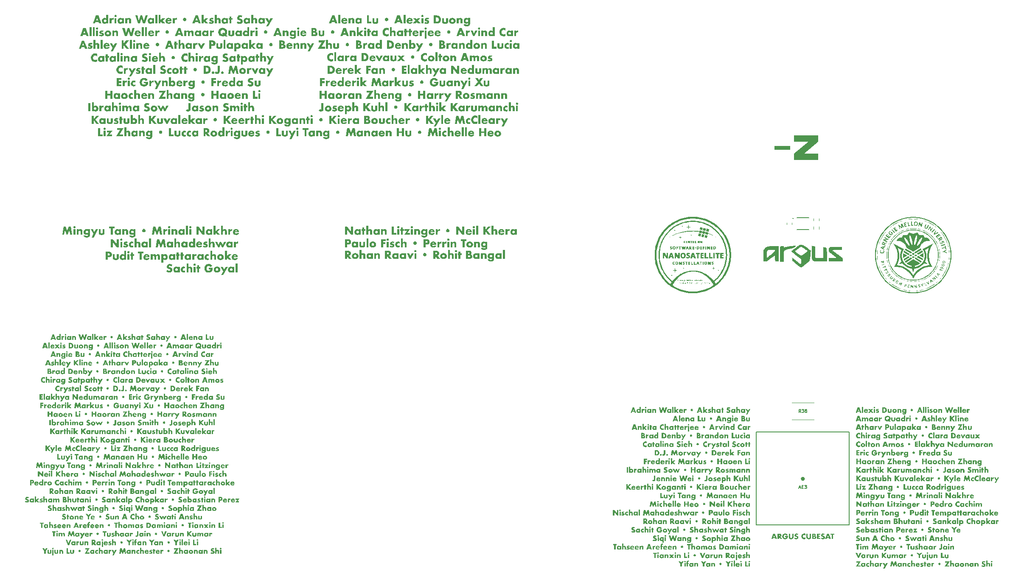
<source format=gbr>
%TF.GenerationSoftware,KiCad,Pcbnew,9.0.1*%
%TF.CreationDate,2025-06-25T17:23:05-04:00*%
%TF.ProjectId,-Z,2d5a2e6b-6963-4616-945f-706362585858,rev?*%
%TF.SameCoordinates,Original*%
%TF.FileFunction,Legend,Top*%
%TF.FilePolarity,Positive*%
%FSLAX46Y46*%
G04 Gerber Fmt 4.6, Leading zero omitted, Abs format (unit mm)*
G04 Created by KiCad (PCBNEW 9.0.1) date 2025-06-25 17:23:05*
%MOMM*%
%LPD*%
G01*
G04 APERTURE LIST*
%ADD10C,0.000000*%
%ADD11C,0.300000*%
%ADD12C,0.254000*%
%ADD13C,0.228600*%
%ADD14C,0.127000*%
%ADD15C,0.120000*%
%ADD16C,0.152400*%
%ADD17C,0.381000*%
G04 APERTURE END LIST*
D10*
G36*
X143114591Y-83160001D02*
G01*
X143118499Y-83160087D01*
X143122540Y-83160253D01*
X143126690Y-83160528D01*
X143130921Y-83160937D01*
X143133058Y-83161201D01*
X143135205Y-83161508D01*
X143137359Y-83161863D01*
X143139516Y-83162269D01*
X143134913Y-83182984D01*
X143131361Y-83182126D01*
X143127647Y-83181294D01*
X143123826Y-83180517D01*
X143119951Y-83179820D01*
X143116075Y-83179231D01*
X143112254Y-83178776D01*
X143108540Y-83178484D01*
X143106741Y-83178407D01*
X143104988Y-83178381D01*
X143101158Y-83178488D01*
X143097435Y-83178808D01*
X143093821Y-83179337D01*
X143090314Y-83180071D01*
X143086915Y-83181008D01*
X143083624Y-83182144D01*
X143080441Y-83183475D01*
X143077366Y-83184999D01*
X143074399Y-83186711D01*
X143071539Y-83188609D01*
X143068788Y-83190689D01*
X143066144Y-83192947D01*
X143063609Y-83195381D01*
X143061181Y-83197987D01*
X143058861Y-83200762D01*
X143056649Y-83203702D01*
X143054545Y-83206777D01*
X143052553Y-83209964D01*
X143050676Y-83213266D01*
X143048916Y-83216686D01*
X143047278Y-83220227D01*
X143045764Y-83223892D01*
X143044379Y-83227686D01*
X143043125Y-83231612D01*
X143042006Y-83235672D01*
X143041026Y-83239870D01*
X143040187Y-83244210D01*
X143039493Y-83248696D01*
X143038947Y-83253329D01*
X143038553Y-83258114D01*
X143038314Y-83263055D01*
X143038234Y-83268154D01*
X143038234Y-83397058D01*
X143017517Y-83397058D01*
X143017517Y-83164570D01*
X143035932Y-83164570D01*
X143038234Y-83206004D01*
X143040536Y-83206004D01*
X143042288Y-83203010D01*
X143044087Y-83200078D01*
X143045927Y-83197213D01*
X143047801Y-83194422D01*
X143049702Y-83191712D01*
X143051622Y-83189090D01*
X143053557Y-83186562D01*
X143055498Y-83184136D01*
X143057439Y-83181817D01*
X143059373Y-83179613D01*
X143061294Y-83177530D01*
X143063195Y-83175576D01*
X143065068Y-83173756D01*
X143066909Y-83172078D01*
X143068708Y-83170549D01*
X143070460Y-83169174D01*
X143072240Y-83167933D01*
X143074120Y-83166796D01*
X143076095Y-83165760D01*
X143078157Y-83164822D01*
X143080300Y-83163978D01*
X143082518Y-83163226D01*
X143084803Y-83162561D01*
X143087149Y-83161980D01*
X143089548Y-83161480D01*
X143091995Y-83161058D01*
X143094482Y-83160710D01*
X143097003Y-83160433D01*
X143099551Y-83160223D01*
X143102120Y-83160078D01*
X143104701Y-83159993D01*
X143107290Y-83159965D01*
X143114591Y-83160001D01*
G37*
G36*
X142329548Y-72800729D02*
G01*
X142592328Y-72811816D01*
X142848165Y-72829700D01*
X143096945Y-72853897D01*
X143338555Y-72883920D01*
X143572881Y-72919285D01*
X143799810Y-72959505D01*
X144019228Y-73004094D01*
X144231023Y-73052569D01*
X144435080Y-73104442D01*
X144631287Y-73159228D01*
X144819530Y-73216442D01*
X144999695Y-73275599D01*
X145171670Y-73336212D01*
X145490594Y-73459866D01*
X145775394Y-73583519D01*
X146025164Y-73703289D01*
X146238996Y-73815289D01*
X146415984Y-73915637D01*
X146555220Y-74000446D01*
X146655797Y-74065834D01*
X146737347Y-74122805D01*
X146415984Y-73939734D01*
X146025164Y-73752087D01*
X145775394Y-73646249D01*
X145490594Y-73536978D01*
X145171670Y-73427708D01*
X144819530Y-73321870D01*
X144435080Y-73222897D01*
X144019228Y-73134222D01*
X143572881Y-73059277D01*
X143096945Y-73001496D01*
X142592328Y-72964309D01*
X142059937Y-72951151D01*
X141790274Y-72954512D01*
X141527339Y-72964309D01*
X141271254Y-72980113D01*
X141022138Y-73001496D01*
X140780111Y-73028027D01*
X140545294Y-73059277D01*
X140317806Y-73094819D01*
X140097769Y-73134222D01*
X139885301Y-73177058D01*
X139680523Y-73222897D01*
X139483555Y-73271311D01*
X139294518Y-73321870D01*
X139113531Y-73374145D01*
X138940714Y-73427708D01*
X138620073Y-73536978D01*
X138333555Y-73646249D01*
X138082122Y-73752087D01*
X137866734Y-73851059D01*
X137688353Y-73939734D01*
X137547939Y-74014679D01*
X137446454Y-74072461D01*
X137364113Y-74122805D01*
X137688353Y-73915637D01*
X138082122Y-73703289D01*
X138333555Y-73583519D01*
X138620073Y-73459866D01*
X138940714Y-73336212D01*
X139294518Y-73216442D01*
X139680523Y-73104442D01*
X140097769Y-73004094D01*
X140545294Y-72919285D01*
X141022138Y-72853897D01*
X141527339Y-72811816D01*
X142059937Y-72796926D01*
X142329548Y-72800729D01*
G37*
G36*
X141950969Y-82651320D02*
G01*
X141954671Y-82651522D01*
X141958252Y-82651859D01*
X141961712Y-82652331D01*
X141965050Y-82652938D01*
X141968267Y-82653680D01*
X141971362Y-82654557D01*
X141974336Y-82655568D01*
X141977189Y-82656715D01*
X141979920Y-82657996D01*
X141982530Y-82659412D01*
X141985018Y-82660963D01*
X141987385Y-82662649D01*
X141989631Y-82664470D01*
X141991755Y-82666426D01*
X141993758Y-82668516D01*
X141995640Y-82670741D01*
X141997400Y-82673102D01*
X141999039Y-82675597D01*
X142000556Y-82678227D01*
X142001952Y-82680992D01*
X142003226Y-82683892D01*
X142004380Y-82686926D01*
X142005411Y-82690096D01*
X142006322Y-82693400D01*
X142007111Y-82696840D01*
X142007778Y-82700414D01*
X142008325Y-82704123D01*
X142008749Y-82707967D01*
X142009053Y-82711946D01*
X142009235Y-82716060D01*
X142009296Y-82720308D01*
X142009296Y-82837703D01*
X142039220Y-82837703D01*
X142039220Y-82849213D01*
X141924126Y-82849213D01*
X141924126Y-82837703D01*
X141949447Y-82837703D01*
X141949447Y-82704195D01*
X141949366Y-82698876D01*
X141949119Y-82694120D01*
X141948704Y-82689896D01*
X141948117Y-82686175D01*
X141947757Y-82684494D01*
X141947354Y-82682926D01*
X141946906Y-82681470D01*
X141946413Y-82680119D01*
X141945874Y-82678872D01*
X141945289Y-82677724D01*
X141944658Y-82676670D01*
X141943980Y-82675709D01*
X141943255Y-82674835D01*
X141942483Y-82674045D01*
X141941662Y-82673335D01*
X141940793Y-82672701D01*
X141939875Y-82672140D01*
X141938907Y-82671647D01*
X141937890Y-82671220D01*
X141936823Y-82670853D01*
X141934536Y-82670288D01*
X141932044Y-82669923D01*
X141929342Y-82669725D01*
X141926428Y-82669666D01*
X141924277Y-82669772D01*
X141922143Y-82670084D01*
X141920026Y-82670590D01*
X141917931Y-82671280D01*
X141915860Y-82672144D01*
X141913814Y-82673171D01*
X141911797Y-82674351D01*
X141909812Y-82675673D01*
X141907860Y-82677126D01*
X141905944Y-82678700D01*
X141904067Y-82680385D01*
X141902232Y-82682169D01*
X141900440Y-82684043D01*
X141898695Y-82685996D01*
X141895353Y-82690095D01*
X141892227Y-82694384D01*
X141889338Y-82698777D01*
X141886704Y-82703190D01*
X141884347Y-82707539D01*
X141882287Y-82711740D01*
X141880544Y-82715709D01*
X141879137Y-82719360D01*
X141878089Y-82722610D01*
X141878089Y-82837703D01*
X141903410Y-82837703D01*
X141903410Y-82849213D01*
X141788316Y-82849213D01*
X141788316Y-82837703D01*
X141818240Y-82837703D01*
X141818240Y-82669666D01*
X141788316Y-82669666D01*
X141788316Y-82658157D01*
X141875787Y-82658157D01*
X141875787Y-82692685D01*
X141876919Y-82690339D01*
X141878156Y-82688048D01*
X141879494Y-82685813D01*
X141880930Y-82683636D01*
X141882461Y-82681517D01*
X141884082Y-82679460D01*
X141885791Y-82677463D01*
X141887584Y-82675530D01*
X141889458Y-82673660D01*
X141891410Y-82671856D01*
X141893436Y-82670119D01*
X141895533Y-82668449D01*
X141897697Y-82666848D01*
X141899925Y-82665318D01*
X141902214Y-82663860D01*
X141904561Y-82662474D01*
X141906961Y-82661163D01*
X141909412Y-82659927D01*
X141911910Y-82658767D01*
X141914451Y-82657686D01*
X141917034Y-82656684D01*
X141919653Y-82655762D01*
X141922306Y-82654923D01*
X141924990Y-82654166D01*
X141927700Y-82653493D01*
X141930434Y-82652906D01*
X141933188Y-82652406D01*
X141935959Y-82651994D01*
X141938744Y-82651672D01*
X141941539Y-82651440D01*
X141944340Y-82651299D01*
X141947145Y-82651252D01*
X141950969Y-82651320D01*
G37*
G36*
X185138579Y-71734036D02*
G01*
X185407914Y-71695618D01*
X185448511Y-71829710D01*
X185002350Y-71893210D01*
X185002350Y-71893209D01*
X184887300Y-71085171D01*
X185043075Y-71063053D01*
X185138579Y-71734036D01*
G37*
G36*
X191477942Y-73806886D02*
G01*
X191372849Y-73887531D01*
X191178540Y-73634061D01*
X191024551Y-73752065D01*
X191174305Y-73947221D01*
X191083078Y-74044165D01*
X190920412Y-73831969D01*
X190741130Y-73969446D01*
X190942638Y-74232229D01*
X190837545Y-74312875D01*
X190541742Y-73927113D01*
X191189440Y-73430437D01*
X191477942Y-73806886D01*
G37*
G36*
X141687790Y-82653674D02*
G01*
X141693076Y-82654033D01*
X141698283Y-82654627D01*
X141703403Y-82655450D01*
X141708430Y-82656500D01*
X141713358Y-82657771D01*
X141718181Y-82659260D01*
X141722892Y-82660962D01*
X141727485Y-82662873D01*
X141731954Y-82664989D01*
X141736292Y-82667306D01*
X141740493Y-82669819D01*
X141744551Y-82672524D01*
X141748459Y-82675418D01*
X141752212Y-82678495D01*
X141755802Y-82681751D01*
X141759223Y-82685183D01*
X141762470Y-82688786D01*
X141765535Y-82692556D01*
X141768412Y-82696489D01*
X141771096Y-82700580D01*
X141773580Y-82704826D01*
X141775857Y-82709221D01*
X141777921Y-82713762D01*
X141779766Y-82718445D01*
X141781386Y-82723266D01*
X141782774Y-82728219D01*
X141783923Y-82733302D01*
X141784828Y-82738509D01*
X141785483Y-82743837D01*
X141785880Y-82749281D01*
X141786014Y-82754837D01*
X141785880Y-82760184D01*
X141785483Y-82765433D01*
X141784828Y-82770578D01*
X141783923Y-82775617D01*
X141782774Y-82780544D01*
X141781386Y-82785356D01*
X141779766Y-82790048D01*
X141777921Y-82794616D01*
X141775857Y-82799056D01*
X141773580Y-82803364D01*
X141771096Y-82807535D01*
X141768412Y-82811565D01*
X141765535Y-82815450D01*
X141762470Y-82819187D01*
X141759223Y-82822769D01*
X141755802Y-82826194D01*
X141752212Y-82829458D01*
X141748459Y-82832555D01*
X141744551Y-82835482D01*
X141740493Y-82838234D01*
X141736292Y-82840808D01*
X141731954Y-82843199D01*
X141727485Y-82845402D01*
X141722892Y-82847415D01*
X141718181Y-82849231D01*
X141713358Y-82850848D01*
X141708430Y-82852261D01*
X141703403Y-82853466D01*
X141698283Y-82854458D01*
X141693076Y-82855234D01*
X141687790Y-82855789D01*
X141682430Y-82856118D01*
X141677069Y-82855998D01*
X141671783Y-82855638D01*
X141666577Y-82855045D01*
X141661457Y-82854221D01*
X141656429Y-82853172D01*
X141651501Y-82851900D01*
X141646678Y-82850411D01*
X141641967Y-82848709D01*
X141637374Y-82846798D01*
X141632905Y-82844682D01*
X141628567Y-82842365D01*
X141624366Y-82839852D01*
X141620308Y-82837147D01*
X141616400Y-82834254D01*
X141612647Y-82831177D01*
X141609057Y-82827920D01*
X141605636Y-82824489D01*
X141602389Y-82820886D01*
X141599324Y-82817116D01*
X141596446Y-82813183D01*
X141593763Y-82809092D01*
X141591279Y-82804847D01*
X141589002Y-82800451D01*
X141587102Y-82796270D01*
X141645599Y-82796270D01*
X141645639Y-82799238D01*
X141645760Y-82802098D01*
X141645960Y-82804852D01*
X141646238Y-82807501D01*
X141646593Y-82810045D01*
X141647026Y-82812486D01*
X141647534Y-82814823D01*
X141648117Y-82817059D01*
X141648774Y-82819194D01*
X141649505Y-82821228D01*
X141650308Y-82823162D01*
X141651183Y-82824999D01*
X141652129Y-82826737D01*
X141653144Y-82828378D01*
X141654229Y-82829924D01*
X141655382Y-82831374D01*
X141656603Y-82832729D01*
X141657890Y-82833991D01*
X141659243Y-82835160D01*
X141660661Y-82836238D01*
X141662142Y-82837224D01*
X141663687Y-82838120D01*
X141665295Y-82838927D01*
X141666964Y-82839646D01*
X141668693Y-82840276D01*
X141670483Y-82840820D01*
X141672331Y-82841278D01*
X141674238Y-82841651D01*
X141676202Y-82841939D01*
X141678223Y-82842144D01*
X141680299Y-82842266D01*
X141682430Y-82842307D01*
X141686637Y-82842144D01*
X141690621Y-82841651D01*
X141692528Y-82841278D01*
X141694376Y-82840820D01*
X141696166Y-82840276D01*
X141697895Y-82839646D01*
X141699564Y-82838927D01*
X141701172Y-82838120D01*
X141702717Y-82837224D01*
X141704198Y-82836238D01*
X141705616Y-82835160D01*
X141706969Y-82833991D01*
X141708256Y-82832729D01*
X141709477Y-82831374D01*
X141710630Y-82829924D01*
X141711714Y-82828378D01*
X141712730Y-82826737D01*
X141713676Y-82824999D01*
X141714551Y-82823162D01*
X141715354Y-82821228D01*
X141716085Y-82819194D01*
X141716742Y-82817059D01*
X141717325Y-82814823D01*
X141717833Y-82812486D01*
X141718621Y-82807501D01*
X141719099Y-82802098D01*
X141719260Y-82796270D01*
X141719260Y-82711101D01*
X141719219Y-82708133D01*
X141719099Y-82705273D01*
X141718899Y-82702519D01*
X141718621Y-82699870D01*
X141718266Y-82697326D01*
X141717833Y-82694886D01*
X141717325Y-82692548D01*
X141716742Y-82690312D01*
X141716085Y-82688178D01*
X141715354Y-82686143D01*
X141714551Y-82684209D01*
X141713676Y-82682372D01*
X141712730Y-82680634D01*
X141711714Y-82678993D01*
X141710630Y-82677447D01*
X141709477Y-82675997D01*
X141708256Y-82674641D01*
X141706969Y-82673379D01*
X141705616Y-82672210D01*
X141704198Y-82671132D01*
X141702717Y-82670146D01*
X141701172Y-82669250D01*
X141699564Y-82668443D01*
X141697895Y-82667724D01*
X141696166Y-82667094D01*
X141694376Y-82666550D01*
X141692528Y-82666092D01*
X141690621Y-82665719D01*
X141688657Y-82665431D01*
X141686637Y-82665226D01*
X141684561Y-82665103D01*
X141682430Y-82665063D01*
X141678223Y-82665226D01*
X141674238Y-82665719D01*
X141672331Y-82666092D01*
X141670483Y-82666550D01*
X141668693Y-82667094D01*
X141666964Y-82667724D01*
X141665295Y-82668443D01*
X141663687Y-82669250D01*
X141662142Y-82670146D01*
X141660661Y-82671132D01*
X141659243Y-82672210D01*
X141657890Y-82673379D01*
X141656603Y-82674641D01*
X141655382Y-82675997D01*
X141654229Y-82677447D01*
X141653144Y-82678993D01*
X141652129Y-82680634D01*
X141651183Y-82682372D01*
X141650308Y-82684209D01*
X141649505Y-82686143D01*
X141648774Y-82688178D01*
X141648117Y-82690312D01*
X141647534Y-82692548D01*
X141647026Y-82694886D01*
X141646238Y-82699870D01*
X141645760Y-82705273D01*
X141645599Y-82711101D01*
X141645599Y-82796270D01*
X141587102Y-82796270D01*
X141586938Y-82795910D01*
X141585093Y-82791227D01*
X141583473Y-82786407D01*
X141582085Y-82781454D01*
X141580936Y-82776372D01*
X141580031Y-82771165D01*
X141579376Y-82765837D01*
X141578979Y-82760393D01*
X141578845Y-82754837D01*
X141578979Y-82749281D01*
X141579376Y-82743837D01*
X141580031Y-82738509D01*
X141580936Y-82733302D01*
X141582085Y-82728219D01*
X141583473Y-82723266D01*
X141585093Y-82718445D01*
X141586938Y-82713762D01*
X141588147Y-82711101D01*
X141589002Y-82709221D01*
X141591279Y-82704826D01*
X141593763Y-82700580D01*
X141596446Y-82696489D01*
X141599324Y-82692556D01*
X141602389Y-82688786D01*
X141605636Y-82685183D01*
X141609057Y-82681751D01*
X141612647Y-82678495D01*
X141616400Y-82675418D01*
X141620308Y-82672524D01*
X141624366Y-82669819D01*
X141628567Y-82667306D01*
X141632905Y-82664989D01*
X141637374Y-82662873D01*
X141641967Y-82660962D01*
X141646678Y-82659260D01*
X141651501Y-82657771D01*
X141656429Y-82656500D01*
X141661457Y-82655450D01*
X141666577Y-82654627D01*
X141671783Y-82654033D01*
X141677069Y-82653674D01*
X141682430Y-82653553D01*
X141687790Y-82653674D01*
G37*
G36*
X140360407Y-83157718D02*
G01*
X140364215Y-83157876D01*
X140367975Y-83158135D01*
X140371692Y-83158492D01*
X140375368Y-83158943D01*
X140379007Y-83159486D01*
X140382612Y-83160116D01*
X140386187Y-83160830D01*
X140389734Y-83161625D01*
X140393258Y-83162498D01*
X140400249Y-83164463D01*
X140407186Y-83166697D01*
X140414096Y-83169174D01*
X140407191Y-83187588D01*
X140399629Y-83185210D01*
X140392444Y-83183237D01*
X140385584Y-83181641D01*
X140378993Y-83180395D01*
X140372618Y-83179473D01*
X140366405Y-83178848D01*
X140360299Y-83178493D01*
X140354248Y-83178381D01*
X140349124Y-83178488D01*
X140344114Y-83178808D01*
X140339226Y-83179337D01*
X140334466Y-83180071D01*
X140329841Y-83181008D01*
X140325357Y-83182144D01*
X140321022Y-83183475D01*
X140316842Y-83184999D01*
X140312824Y-83186711D01*
X140308975Y-83188609D01*
X140305300Y-83190689D01*
X140301808Y-83192947D01*
X140298505Y-83195381D01*
X140295397Y-83197987D01*
X140292492Y-83200762D01*
X140289795Y-83203702D01*
X140287261Y-83207235D01*
X140284841Y-83210931D01*
X140282542Y-83214788D01*
X140280372Y-83218808D01*
X140278336Y-83222989D01*
X140276442Y-83227332D01*
X140274697Y-83231837D01*
X140273106Y-83236503D01*
X140271678Y-83241332D01*
X140270418Y-83246322D01*
X140269333Y-83251474D01*
X140268431Y-83256788D01*
X140267717Y-83262264D01*
X140267199Y-83267902D01*
X140266883Y-83273702D01*
X140266776Y-83279663D01*
X140266858Y-83285599D01*
X140267104Y-83291326D01*
X140267520Y-83296850D01*
X140268107Y-83302179D01*
X140268870Y-83307319D01*
X140269811Y-83312277D01*
X140270934Y-83317059D01*
X140272243Y-83321673D01*
X140273741Y-83326125D01*
X140275431Y-83330422D01*
X140277317Y-83334571D01*
X140279401Y-83338578D01*
X140281688Y-83342450D01*
X140284180Y-83346194D01*
X140286881Y-83349817D01*
X140289795Y-83353324D01*
X140292466Y-83356669D01*
X140295298Y-83359798D01*
X140298292Y-83362711D01*
X140301449Y-83365409D01*
X140304766Y-83367890D01*
X140308246Y-83370156D01*
X140311888Y-83372206D01*
X140315691Y-83374040D01*
X140319657Y-83375659D01*
X140323784Y-83377062D01*
X140328073Y-83378249D01*
X140332524Y-83379220D01*
X140337137Y-83379975D01*
X140341911Y-83380514D01*
X140346848Y-83380838D01*
X140351946Y-83380946D01*
X140355829Y-83380893D01*
X140359706Y-83380735D01*
X140363569Y-83380476D01*
X140367412Y-83380119D01*
X140371228Y-83379668D01*
X140375010Y-83379125D01*
X140378751Y-83378495D01*
X140382446Y-83377781D01*
X140386086Y-83376986D01*
X140389666Y-83376113D01*
X140393179Y-83375166D01*
X140396617Y-83374149D01*
X140399974Y-83373064D01*
X140403244Y-83371915D01*
X140406419Y-83370705D01*
X140409493Y-83369438D01*
X140409493Y-83390154D01*
X140406849Y-83391395D01*
X140404094Y-83392532D01*
X140401224Y-83393567D01*
X140398236Y-83394505D01*
X140395126Y-83395349D01*
X140391892Y-83396101D01*
X140388530Y-83396766D01*
X140385036Y-83397347D01*
X140381407Y-83397846D01*
X140377640Y-83398268D01*
X140373731Y-83398616D01*
X140369678Y-83398894D01*
X140365476Y-83399103D01*
X140361122Y-83399249D01*
X140351946Y-83399361D01*
X140345959Y-83399227D01*
X140340086Y-83398826D01*
X140334335Y-83398163D01*
X140328712Y-83397239D01*
X140323223Y-83396060D01*
X140317877Y-83394627D01*
X140312678Y-83392945D01*
X140307635Y-83391017D01*
X140302754Y-83388846D01*
X140298041Y-83386436D01*
X140293503Y-83383789D01*
X140289148Y-83380910D01*
X140284982Y-83377802D01*
X140281011Y-83374467D01*
X140277242Y-83370911D01*
X140273682Y-83367135D01*
X140270338Y-83363143D01*
X140267208Y-83358939D01*
X140264295Y-83354526D01*
X140261597Y-83349907D01*
X140259116Y-83345086D01*
X140256850Y-83340065D01*
X140254800Y-83334849D01*
X140252965Y-83329441D01*
X140251347Y-83323845D01*
X140249944Y-83318062D01*
X140248757Y-83312098D01*
X140247786Y-83305955D01*
X140247031Y-83299636D01*
X140246491Y-83293146D01*
X140246167Y-83286487D01*
X140246060Y-83279663D01*
X140246168Y-83272434D01*
X140246496Y-83265420D01*
X140247046Y-83258623D01*
X140247822Y-83252041D01*
X140248827Y-83245674D01*
X140250065Y-83239524D01*
X140251539Y-83233590D01*
X140253253Y-83227871D01*
X140255209Y-83222368D01*
X140257412Y-83217081D01*
X140259863Y-83212010D01*
X140262568Y-83207154D01*
X140265529Y-83202515D01*
X140268750Y-83198091D01*
X140272234Y-83193882D01*
X140275984Y-83189890D01*
X140279544Y-83186114D01*
X140283317Y-83182558D01*
X140287298Y-83179224D01*
X140291486Y-83176115D01*
X140295875Y-83173236D01*
X140300464Y-83170590D01*
X140305248Y-83168180D01*
X140310224Y-83166009D01*
X140315389Y-83164081D01*
X140320740Y-83162399D01*
X140326273Y-83160966D01*
X140331984Y-83159787D01*
X140337871Y-83158863D01*
X140343929Y-83158200D01*
X140350157Y-83157799D01*
X140356549Y-83157665D01*
X140360407Y-83157718D01*
G37*
G36*
X141010283Y-79106365D02*
G01*
X140867566Y-79106365D01*
X140867566Y-79562136D01*
X140708737Y-79562136D01*
X140708737Y-79106365D01*
X140566020Y-79106365D01*
X140566020Y-78977460D01*
X141010283Y-78977460D01*
X141010283Y-79106365D01*
G37*
G36*
X145478221Y-79382590D02*
G01*
X145480523Y-79382590D01*
X145479003Y-79360785D01*
X145477861Y-79340221D01*
X145477043Y-79320844D01*
X145476494Y-79302600D01*
X145475991Y-79269294D01*
X145475919Y-79239873D01*
X145475919Y-78975158D01*
X145616333Y-78975158D01*
X145616333Y-79562136D01*
X145614032Y-79562136D01*
X145406863Y-79562136D01*
X145192788Y-79150100D01*
X145188186Y-79150100D01*
X145191206Y-79195814D01*
X145193364Y-79236133D01*
X145194659Y-79270841D01*
X145195091Y-79299722D01*
X145195091Y-79562136D01*
X145056978Y-79562136D01*
X145056978Y-78975158D01*
X145264147Y-78975158D01*
X145478221Y-79382590D01*
G37*
G36*
X139327612Y-83394758D02*
G01*
X139306895Y-83394758D01*
X139306895Y-83063286D01*
X139327612Y-83063286D01*
X139327612Y-83394758D01*
G37*
G36*
X142538485Y-74829966D02*
G01*
X142557614Y-74831418D01*
X142575402Y-74833835D01*
X142591850Y-74837214D01*
X142606964Y-74841549D01*
X142614020Y-74844075D01*
X142620745Y-74846839D01*
X142627137Y-74849841D01*
X142633198Y-74853080D01*
X142638927Y-74856556D01*
X142644326Y-74860268D01*
X142649394Y-74864217D01*
X142654131Y-74868401D01*
X142658540Y-74872820D01*
X142662619Y-74877474D01*
X142666369Y-74882362D01*
X142669792Y-74887485D01*
X142672886Y-74892840D01*
X142675652Y-74898429D01*
X142678092Y-74904251D01*
X142680205Y-74910304D01*
X142681992Y-74916590D01*
X142683453Y-74923107D01*
X142684588Y-74929855D01*
X142685399Y-74936833D01*
X142686047Y-74951480D01*
X142685776Y-74960409D01*
X142684963Y-74969068D01*
X142683604Y-74977457D01*
X142681695Y-74985577D01*
X142679233Y-74993427D01*
X142676214Y-75001007D01*
X142672636Y-75008317D01*
X142668495Y-75015357D01*
X142663787Y-75022128D01*
X142658510Y-75028629D01*
X142652659Y-75034860D01*
X142646232Y-75040822D01*
X142639224Y-75046514D01*
X142631634Y-75051936D01*
X142623456Y-75057088D01*
X142614689Y-75061971D01*
X142734387Y-75241516D01*
X142607783Y-75241516D01*
X142520312Y-75089593D01*
X142494992Y-75089593D01*
X142494992Y-75091895D01*
X142494992Y-75243818D01*
X142382199Y-75243818D01*
X142382199Y-75009027D01*
X142382199Y-74912348D01*
X142492690Y-74912348D01*
X142492690Y-75009027D01*
X142494992Y-75009027D01*
X142515709Y-75009027D01*
X142522804Y-75008812D01*
X142526170Y-75008544D01*
X142529416Y-75008169D01*
X142532543Y-75007687D01*
X142535550Y-75007100D01*
X142538439Y-75006408D01*
X142541209Y-75005610D01*
X142543861Y-75004709D01*
X142546395Y-75003703D01*
X142548813Y-75002593D01*
X142551113Y-75001380D01*
X142553297Y-75000064D01*
X142555366Y-74998646D01*
X142557318Y-74997126D01*
X142559156Y-74995504D01*
X142560879Y-74993781D01*
X142562488Y-74991957D01*
X142563983Y-74990033D01*
X142565365Y-74988009D01*
X142566634Y-74985886D01*
X142567790Y-74983663D01*
X142568834Y-74981342D01*
X142569766Y-74978923D01*
X142570587Y-74976406D01*
X142571298Y-74973792D01*
X142571898Y-74971080D01*
X142572387Y-74968272D01*
X142572768Y-74965368D01*
X142573039Y-74962369D01*
X142573255Y-74956084D01*
X142573201Y-74953528D01*
X142573039Y-74951041D01*
X142572768Y-74948622D01*
X142572387Y-74946274D01*
X142571898Y-74943997D01*
X142571298Y-74941791D01*
X142570587Y-74939657D01*
X142569766Y-74937597D01*
X142568834Y-74935611D01*
X142567790Y-74933700D01*
X142566634Y-74931865D01*
X142565365Y-74930107D01*
X142563983Y-74928426D01*
X142562488Y-74926824D01*
X142560879Y-74925301D01*
X142559156Y-74923858D01*
X142557318Y-74922496D01*
X142555366Y-74921215D01*
X142553297Y-74920018D01*
X142551113Y-74918903D01*
X142548813Y-74917873D01*
X142546395Y-74916929D01*
X142543861Y-74916070D01*
X142541209Y-74915298D01*
X142538439Y-74914613D01*
X142535550Y-74914018D01*
X142532543Y-74913511D01*
X142529416Y-74913095D01*
X142526170Y-74912770D01*
X142522804Y-74912536D01*
X142519317Y-74912396D01*
X142515709Y-74912348D01*
X142492690Y-74912348D01*
X142382199Y-74912348D01*
X142382199Y-74829481D01*
X142518011Y-74829481D01*
X142538485Y-74829966D01*
G37*
G36*
X145989237Y-76051777D02*
G01*
X145800483Y-76051777D01*
X145800483Y-76143851D01*
X145975427Y-76143851D01*
X145975427Y-76270454D01*
X145800483Y-76270454D01*
X145800483Y-76380944D01*
X145989237Y-76380944D01*
X145989237Y-76512152D01*
X145641655Y-76512152D01*
X145641655Y-75925173D01*
X145989237Y-75925173D01*
X145989237Y-76051777D01*
G37*
G36*
X142221068Y-82554573D02*
G01*
X142193446Y-82554573D01*
X142193446Y-82741024D01*
X142194401Y-82751240D01*
X142195586Y-82761139D01*
X142197067Y-82770674D01*
X142198913Y-82779797D01*
X142201190Y-82788462D01*
X142202511Y-82792607D01*
X142203966Y-82796621D01*
X142205562Y-82800496D01*
X142207308Y-82804227D01*
X142209213Y-82807808D01*
X142211285Y-82811233D01*
X142213532Y-82814496D01*
X142215963Y-82817591D01*
X142218586Y-82820513D01*
X142221410Y-82823255D01*
X142224442Y-82825811D01*
X142227693Y-82828177D01*
X142231169Y-82830345D01*
X142234879Y-82832309D01*
X142238833Y-82834065D01*
X142243037Y-82835606D01*
X142247501Y-82836926D01*
X142252233Y-82838019D01*
X142257242Y-82838880D01*
X142262536Y-82839502D01*
X142268123Y-82839879D01*
X142274011Y-82840006D01*
X142280908Y-82839707D01*
X142287751Y-82838801D01*
X142294486Y-82837275D01*
X142301059Y-82835115D01*
X142304268Y-82833793D01*
X142307416Y-82832307D01*
X142310497Y-82830656D01*
X142313503Y-82828838D01*
X142316429Y-82826852D01*
X142319267Y-82824695D01*
X142322010Y-82822367D01*
X142324653Y-82819864D01*
X142327187Y-82817187D01*
X142329607Y-82814332D01*
X142331906Y-82811299D01*
X142334076Y-82808085D01*
X142336111Y-82804689D01*
X142338005Y-82801110D01*
X142339751Y-82797345D01*
X142341341Y-82793393D01*
X142342770Y-82789252D01*
X142344030Y-82784920D01*
X142345114Y-82780397D01*
X142346017Y-82775679D01*
X142346730Y-82770766D01*
X142347249Y-82765656D01*
X142347564Y-82760347D01*
X142347671Y-82754837D01*
X142347671Y-82586800D01*
X142347640Y-82582265D01*
X142347527Y-82578145D01*
X142347307Y-82574423D01*
X142346952Y-82571082D01*
X142346715Y-82569549D01*
X142346435Y-82568105D01*
X142346107Y-82566748D01*
X142345729Y-82565476D01*
X142345297Y-82564286D01*
X142344808Y-82563176D01*
X142344257Y-82562146D01*
X142343643Y-82561191D01*
X142342962Y-82560311D01*
X142342209Y-82559502D01*
X142341382Y-82558764D01*
X142340478Y-82558093D01*
X142339493Y-82557489D01*
X142338424Y-82556948D01*
X142337267Y-82556468D01*
X142336018Y-82556048D01*
X142334676Y-82555685D01*
X142333235Y-82555378D01*
X142331694Y-82555123D01*
X142330048Y-82554920D01*
X142328294Y-82554765D01*
X142326429Y-82554657D01*
X142322351Y-82554573D01*
X142317747Y-82554573D01*
X142317747Y-82543064D01*
X142393709Y-82543064D01*
X142393709Y-82554573D01*
X142384501Y-82554573D01*
X142381587Y-82554631D01*
X142378886Y-82554821D01*
X142376394Y-82555165D01*
X142374107Y-82555688D01*
X142373040Y-82556024D01*
X142372023Y-82556414D01*
X142371055Y-82556860D01*
X142370137Y-82557365D01*
X142369268Y-82557933D01*
X142368447Y-82558566D01*
X142367675Y-82559268D01*
X142366950Y-82560040D01*
X142366272Y-82560887D01*
X142365641Y-82561811D01*
X142365056Y-82562815D01*
X142364517Y-82563902D01*
X142364024Y-82565075D01*
X142363576Y-82566337D01*
X142363173Y-82567691D01*
X142362813Y-82569140D01*
X142362498Y-82570686D01*
X142362226Y-82572333D01*
X142361811Y-82575942D01*
X142361564Y-82579988D01*
X142361483Y-82584497D01*
X142361483Y-82750232D01*
X142361075Y-82762042D01*
X142359842Y-82773287D01*
X142358910Y-82778688D01*
X142357765Y-82783937D01*
X142356406Y-82789032D01*
X142354829Y-82793967D01*
X142353033Y-82798741D01*
X142351016Y-82803350D01*
X142348775Y-82807790D01*
X142346309Y-82812059D01*
X142343616Y-82816152D01*
X142340692Y-82820066D01*
X142337537Y-82823798D01*
X142334148Y-82827345D01*
X142330523Y-82830703D01*
X142326660Y-82833868D01*
X142322556Y-82836838D01*
X142318210Y-82839609D01*
X142313620Y-82842178D01*
X142308783Y-82844541D01*
X142303697Y-82846696D01*
X142298361Y-82848637D01*
X142292772Y-82850363D01*
X142286927Y-82851870D01*
X142280826Y-82853154D01*
X142274465Y-82854212D01*
X142267843Y-82855041D01*
X142260958Y-82855637D01*
X142253807Y-82855998D01*
X142246388Y-82856118D01*
X142239774Y-82855998D01*
X142233311Y-82855637D01*
X142227004Y-82855039D01*
X142220857Y-82854208D01*
X142214873Y-82853145D01*
X142209057Y-82851855D01*
X142203412Y-82850339D01*
X142197941Y-82848601D01*
X142192650Y-82846644D01*
X142187541Y-82844471D01*
X142182618Y-82842085D01*
X142177885Y-82839488D01*
X142173347Y-82836684D01*
X142169006Y-82833676D01*
X142164866Y-82830466D01*
X142160932Y-82827057D01*
X142157206Y-82823453D01*
X142153694Y-82819656D01*
X142150398Y-82815670D01*
X142147323Y-82811497D01*
X142144471Y-82807140D01*
X142141848Y-82802603D01*
X142139457Y-82797887D01*
X142137301Y-82792997D01*
X142135385Y-82787935D01*
X142133712Y-82782703D01*
X142132286Y-82777306D01*
X142131111Y-82771745D01*
X142130190Y-82766025D01*
X142129528Y-82760147D01*
X142129127Y-82754115D01*
X142128993Y-82747931D01*
X142128993Y-82554573D01*
X142099069Y-82554573D01*
X142096767Y-82554573D01*
X142096767Y-82543064D01*
X142221068Y-82543064D01*
X142221068Y-82554573D01*
G37*
G36*
X142472783Y-80785249D02*
G01*
X142826003Y-80821692D01*
X143171737Y-80881442D01*
X143509183Y-80963689D01*
X143837539Y-81067624D01*
X144156001Y-81192438D01*
X144463768Y-81337322D01*
X144760037Y-81501465D01*
X145044005Y-81684060D01*
X145314870Y-81884296D01*
X145571829Y-82101364D01*
X145814080Y-82334456D01*
X146040820Y-82582762D01*
X146251247Y-82845473D01*
X146444558Y-83121779D01*
X146619951Y-83410871D01*
X146597641Y-83429212D01*
X146531641Y-83480919D01*
X146482693Y-83517731D01*
X146423345Y-83561020D01*
X146353772Y-83610165D01*
X146274149Y-83664543D01*
X146184649Y-83723533D01*
X146085447Y-83786515D01*
X145976718Y-83852865D01*
X145858635Y-83921963D01*
X145731373Y-83993186D01*
X145595106Y-84065914D01*
X145450010Y-84139525D01*
X145296257Y-84213397D01*
X145403054Y-84159661D01*
X145503225Y-84106813D01*
X145596735Y-84055209D01*
X145683546Y-84005206D01*
X145836926Y-83911423D01*
X145963074Y-83828310D01*
X146061697Y-83758713D01*
X146132504Y-83705477D01*
X146189501Y-83659473D01*
X146025390Y-83361640D01*
X145845991Y-83077229D01*
X145651985Y-82807042D01*
X145444053Y-82551876D01*
X145222876Y-82312531D01*
X144989136Y-82089806D01*
X144743513Y-81884500D01*
X144486689Y-81697412D01*
X144354289Y-81610950D01*
X144219344Y-81529342D01*
X144081940Y-81452689D01*
X143942161Y-81381089D01*
X143800092Y-81314643D01*
X143655819Y-81253451D01*
X143509427Y-81197613D01*
X143361000Y-81147228D01*
X143210625Y-81102397D01*
X143058386Y-81063219D01*
X142904368Y-81029795D01*
X142748656Y-81002223D01*
X142591337Y-80980605D01*
X142432494Y-80965040D01*
X142272213Y-80955627D01*
X142110578Y-80952468D01*
X141788663Y-80965040D01*
X141472500Y-81002223D01*
X141162771Y-81063219D01*
X140860157Y-81147228D01*
X140565338Y-81253451D01*
X140278996Y-81381089D01*
X140001813Y-81529342D01*
X139734468Y-81697412D01*
X139477644Y-81884500D01*
X139232021Y-82089806D01*
X138998281Y-82312531D01*
X138777104Y-82551876D01*
X138569172Y-82807042D01*
X138375166Y-83077229D01*
X138195767Y-83361640D01*
X138031656Y-83659473D01*
X138067863Y-83690801D01*
X138112599Y-83727615D01*
X138175055Y-83776443D01*
X138255206Y-83835721D01*
X138353027Y-83903885D01*
X138468491Y-83979371D01*
X138601574Y-84060615D01*
X138752250Y-84146052D01*
X138834177Y-84189855D01*
X138920493Y-84234119D01*
X139011195Y-84278649D01*
X139106278Y-84323251D01*
X139205741Y-84367728D01*
X139309580Y-84411884D01*
X139417791Y-84455525D01*
X139530372Y-84498454D01*
X139647319Y-84540477D01*
X139768629Y-84581397D01*
X139894299Y-84621019D01*
X140024326Y-84659148D01*
X140117250Y-84684347D01*
X139971760Y-84647368D01*
X139667047Y-84555058D01*
X139383303Y-84455267D01*
X139120536Y-84350047D01*
X138878752Y-84241450D01*
X138657957Y-84131528D01*
X138458158Y-84022333D01*
X138279361Y-83915916D01*
X138121571Y-83814331D01*
X137984797Y-83719628D01*
X137774316Y-83559081D01*
X137605809Y-83410871D01*
X137691222Y-83264777D01*
X137781228Y-83121779D01*
X137875723Y-82981977D01*
X137974608Y-82845473D01*
X138077780Y-82712367D01*
X138185138Y-82582762D01*
X138296580Y-82456758D01*
X138412005Y-82334456D01*
X138531311Y-82215958D01*
X138654396Y-82101364D01*
X138781159Y-81990777D01*
X138911498Y-81884296D01*
X139045312Y-81782023D01*
X139182500Y-81684060D01*
X139322959Y-81590507D01*
X139466587Y-81501465D01*
X139613285Y-81417036D01*
X139762949Y-81337322D01*
X139915478Y-81262422D01*
X140070771Y-81192438D01*
X140228726Y-81127472D01*
X140389242Y-81067624D01*
X140552217Y-81012996D01*
X140717549Y-80963689D01*
X140885136Y-80919804D01*
X141054878Y-80881442D01*
X141226673Y-80848705D01*
X141400419Y-80821692D01*
X141576014Y-80800507D01*
X141753357Y-80785249D01*
X141932346Y-80776020D01*
X142112880Y-80772921D01*
X142472783Y-80785249D01*
G37*
G36*
X140297438Y-84730144D02*
G01*
X140158707Y-84695588D01*
X140117250Y-84684347D01*
X140297438Y-84730144D01*
G37*
G36*
X144014229Y-83394758D02*
G01*
X143993512Y-83394758D01*
X143993512Y-83162269D01*
X144014229Y-83162269D01*
X144014229Y-83394758D01*
G37*
G36*
X191840420Y-80720460D02*
G01*
X191789198Y-80814513D01*
X191383857Y-80593342D01*
X191367451Y-80715791D01*
X191287652Y-80685735D01*
X191298025Y-80532193D01*
X191343321Y-80449177D01*
X191840420Y-80720460D01*
G37*
G36*
X139194808Y-82531620D02*
G01*
X139197788Y-82531813D01*
X139200739Y-82532123D01*
X139203661Y-82532543D01*
X139206552Y-82533065D01*
X139209412Y-82533679D01*
X139215036Y-82535151D01*
X139220524Y-82536893D01*
X139225871Y-82538838D01*
X139231069Y-82540917D01*
X139236112Y-82543064D01*
X139245706Y-82547290D01*
X139250244Y-82549235D01*
X139254599Y-82550977D01*
X139258766Y-82552449D01*
X139262737Y-82553584D01*
X139264647Y-82554004D01*
X139266505Y-82554315D01*
X139268312Y-82554507D01*
X139270065Y-82554573D01*
X139270915Y-82554560D01*
X139271737Y-82554520D01*
X139272533Y-82554452D01*
X139273302Y-82554358D01*
X139274044Y-82554236D01*
X139274758Y-82554088D01*
X139275446Y-82553913D01*
X139276107Y-82553710D01*
X139276741Y-82553481D01*
X139277348Y-82553225D01*
X139277928Y-82552941D01*
X139278481Y-82552631D01*
X139279007Y-82552294D01*
X139279506Y-82551930D01*
X139279978Y-82551539D01*
X139280423Y-82551121D01*
X139280841Y-82550676D01*
X139281232Y-82550203D01*
X139281597Y-82549704D01*
X139281934Y-82549178D01*
X139282244Y-82548625D01*
X139282527Y-82548045D01*
X139282783Y-82547438D01*
X139283013Y-82546805D01*
X139283215Y-82546144D01*
X139283390Y-82545456D01*
X139283539Y-82544741D01*
X139283660Y-82543999D01*
X139283755Y-82543230D01*
X139283822Y-82542435D01*
X139283862Y-82541612D01*
X139283876Y-82540762D01*
X139295385Y-82540762D01*
X139299989Y-82540762D01*
X139299989Y-82644347D01*
X139288479Y-82644347D01*
X139286864Y-82636002D01*
X139284618Y-82627438D01*
X139281758Y-82618759D01*
X139278301Y-82610070D01*
X139274264Y-82601476D01*
X139269665Y-82593080D01*
X139264519Y-82584988D01*
X139261746Y-82581089D01*
X139258843Y-82577304D01*
X139255812Y-82573648D01*
X139252655Y-82570133D01*
X139249374Y-82566772D01*
X139245972Y-82563578D01*
X139242449Y-82560565D01*
X139238809Y-82557746D01*
X139235054Y-82555132D01*
X139231185Y-82552739D01*
X139227204Y-82550578D01*
X139223115Y-82548663D01*
X139218919Y-82547007D01*
X139214617Y-82545622D01*
X139210213Y-82544522D01*
X139205708Y-82543721D01*
X139201105Y-82543230D01*
X139196405Y-82543064D01*
X139188396Y-82543505D01*
X139180782Y-82544867D01*
X139173579Y-82547206D01*
X139166804Y-82550581D01*
X139160474Y-82555048D01*
X139154607Y-82560665D01*
X139149218Y-82567489D01*
X139144325Y-82575578D01*
X139139944Y-82584988D01*
X139136093Y-82595777D01*
X139132788Y-82608003D01*
X139130046Y-82621723D01*
X139127884Y-82636994D01*
X139126319Y-82653873D01*
X139125368Y-82672418D01*
X139125047Y-82692685D01*
X139125266Y-82712221D01*
X139125937Y-82730275D01*
X139126448Y-82738757D01*
X139127080Y-82746880D01*
X139127835Y-82754648D01*
X139128715Y-82762065D01*
X139129724Y-82769135D01*
X139130863Y-82775862D01*
X139132136Y-82782248D01*
X139133544Y-82788299D01*
X139135090Y-82794017D01*
X139136778Y-82799407D01*
X139138608Y-82804473D01*
X139140584Y-82809218D01*
X139142709Y-82813646D01*
X139144985Y-82817760D01*
X139147414Y-82821566D01*
X139149999Y-82825066D01*
X139152742Y-82828264D01*
X139155647Y-82831164D01*
X139158715Y-82833769D01*
X139161949Y-82836085D01*
X139165351Y-82838114D01*
X139168925Y-82839860D01*
X139172672Y-82841327D01*
X139176596Y-82842518D01*
X139180698Y-82843439D01*
X139184982Y-82844091D01*
X139189449Y-82844480D01*
X139194103Y-82844609D01*
X139199201Y-82844462D01*
X139204139Y-82844031D01*
X139208918Y-82843327D01*
X139213538Y-82842361D01*
X139218002Y-82841146D01*
X139222310Y-82839693D01*
X139226464Y-82838014D01*
X139230465Y-82836121D01*
X139234314Y-82834025D01*
X139238013Y-82831740D01*
X139241563Y-82829275D01*
X139244964Y-82826644D01*
X139248219Y-82823857D01*
X139251329Y-82820927D01*
X139254294Y-82817866D01*
X139257117Y-82814685D01*
X139262338Y-82808011D01*
X139267003Y-82800999D01*
X139271122Y-82793745D01*
X139274704Y-82786343D01*
X139277761Y-82778887D01*
X139280302Y-82771471D01*
X139282337Y-82764189D01*
X139283876Y-82757138D01*
X139286178Y-82741024D01*
X139297687Y-82741024D01*
X139297687Y-82849213D01*
X139286178Y-82849213D01*
X139286150Y-82847489D01*
X139286061Y-82845778D01*
X139285905Y-82844095D01*
X139285674Y-82842451D01*
X139285529Y-82841649D01*
X139285363Y-82840862D01*
X139285175Y-82840092D01*
X139284964Y-82839340D01*
X139284729Y-82838609D01*
X139284471Y-82837899D01*
X139284186Y-82837213D01*
X139283876Y-82836553D01*
X139283539Y-82835919D01*
X139283174Y-82835314D01*
X139282780Y-82834739D01*
X139282356Y-82834197D01*
X139281903Y-82833688D01*
X139281418Y-82833214D01*
X139280901Y-82832778D01*
X139280351Y-82832380D01*
X139279768Y-82832023D01*
X139279150Y-82831708D01*
X139278496Y-82831437D01*
X139277807Y-82831211D01*
X139277080Y-82831033D01*
X139276315Y-82830903D01*
X139275512Y-82830824D01*
X139274669Y-82830797D01*
X139271992Y-82831082D01*
X139269116Y-82831885D01*
X139266004Y-82833134D01*
X139262620Y-82834754D01*
X139254882Y-82838809D01*
X139245607Y-82843458D01*
X139240301Y-82845819D01*
X139234498Y-82848107D01*
X139228163Y-82850246D01*
X139221258Y-82852162D01*
X139213746Y-82853782D01*
X139205590Y-82855030D01*
X139196753Y-82855834D01*
X139187197Y-82856118D01*
X139179099Y-82855892D01*
X139171206Y-82855220D01*
X139163522Y-82854119D01*
X139156050Y-82852603D01*
X139148794Y-82850685D01*
X139141758Y-82848380D01*
X139134944Y-82845703D01*
X139128356Y-82842667D01*
X139121997Y-82839287D01*
X139115871Y-82835578D01*
X139109980Y-82831554D01*
X139104330Y-82827228D01*
X139098922Y-82822616D01*
X139093760Y-82817732D01*
X139088848Y-82812590D01*
X139084188Y-82807204D01*
X139079785Y-82801589D01*
X139075642Y-82795758D01*
X139071761Y-82789728D01*
X139068147Y-82783511D01*
X139064803Y-82777122D01*
X139061731Y-82770575D01*
X139056422Y-82757066D01*
X139052245Y-82743099D01*
X139049229Y-82728787D01*
X139047399Y-82714247D01*
X139046783Y-82699591D01*
X139046944Y-82692223D01*
X139047425Y-82684807D01*
X139048222Y-82677360D01*
X139049332Y-82669901D01*
X139050750Y-82662448D01*
X139052473Y-82655022D01*
X139054497Y-82647639D01*
X139056818Y-82640318D01*
X139059432Y-82633078D01*
X139062336Y-82625938D01*
X139065525Y-82618916D01*
X139068997Y-82612030D01*
X139072747Y-82605300D01*
X139076771Y-82598743D01*
X139081065Y-82592378D01*
X139085627Y-82586224D01*
X139090452Y-82580299D01*
X139095535Y-82574622D01*
X139100874Y-82569212D01*
X139106465Y-82564086D01*
X139112304Y-82559264D01*
X139118387Y-82554764D01*
X139124710Y-82550605D01*
X139131269Y-82546804D01*
X139138061Y-82543382D01*
X139145082Y-82540355D01*
X139152328Y-82537743D01*
X139159795Y-82535565D01*
X139167480Y-82533838D01*
X139175378Y-82532582D01*
X139183486Y-82531814D01*
X139191801Y-82531554D01*
X139194808Y-82531620D01*
G37*
G36*
X141440332Y-83079620D02*
G01*
X141445798Y-83079901D01*
X141451199Y-83080299D01*
X141456533Y-83080819D01*
X141461796Y-83081464D01*
X141466984Y-83082237D01*
X141472096Y-83083141D01*
X141477126Y-83084180D01*
X141482072Y-83085357D01*
X141486930Y-83086676D01*
X141491698Y-83088140D01*
X141496371Y-83089753D01*
X141500946Y-83091517D01*
X141505420Y-83093436D01*
X141509789Y-83095513D01*
X141500581Y-83116232D01*
X141497049Y-83114128D01*
X141493366Y-83112136D01*
X141489540Y-83110258D01*
X141485583Y-83108498D01*
X141481505Y-83106860D01*
X141477316Y-83105347D01*
X141473025Y-83103961D01*
X141468643Y-83102707D01*
X141464180Y-83101588D01*
X141459647Y-83100607D01*
X141455053Y-83099768D01*
X141450408Y-83099074D01*
X141445723Y-83098528D01*
X141441007Y-83098134D01*
X141436271Y-83097895D01*
X141431525Y-83097815D01*
X141424296Y-83097950D01*
X141417278Y-83098359D01*
X141410469Y-83099044D01*
X141403867Y-83100009D01*
X141397466Y-83101257D01*
X141391265Y-83102792D01*
X141385259Y-83104617D01*
X141379445Y-83106735D01*
X141373820Y-83109150D01*
X141368381Y-83111865D01*
X141363124Y-83114883D01*
X141358045Y-83118209D01*
X141353142Y-83121844D01*
X141348411Y-83125793D01*
X141343848Y-83130059D01*
X141339450Y-83134646D01*
X141335269Y-83139368D01*
X141331358Y-83144323D01*
X141327716Y-83149513D01*
X141324344Y-83154936D01*
X141321242Y-83160592D01*
X141318410Y-83166482D01*
X141315847Y-83172606D01*
X141313554Y-83178963D01*
X141311531Y-83185554D01*
X141309778Y-83192378D01*
X141308294Y-83199437D01*
X141307080Y-83206728D01*
X141306136Y-83214253D01*
X141305462Y-83222012D01*
X141305057Y-83230004D01*
X141304922Y-83238230D01*
X141305057Y-83246323D01*
X141305457Y-83254199D01*
X141306121Y-83261860D01*
X141307044Y-83269305D01*
X141308224Y-83276534D01*
X141309656Y-83283548D01*
X141311338Y-83290345D01*
X141313267Y-83296927D01*
X141315437Y-83303293D01*
X141317848Y-83309444D01*
X141320494Y-83315378D01*
X141323373Y-83321097D01*
X141326481Y-83326600D01*
X141329816Y-83331888D01*
X141333372Y-83336959D01*
X141337148Y-83341815D01*
X141341141Y-83346401D01*
X141345349Y-83350667D01*
X141349773Y-83354616D01*
X141354412Y-83358251D01*
X141359268Y-83361576D01*
X141364339Y-83364595D01*
X141369626Y-83367310D01*
X141375129Y-83369724D01*
X141380848Y-83371842D01*
X141386782Y-83373667D01*
X141392933Y-83375202D01*
X141399299Y-83376450D01*
X141405881Y-83377415D01*
X141412678Y-83378100D01*
X141419692Y-83378509D01*
X141426921Y-83378644D01*
X141436407Y-83378532D01*
X141445840Y-83378177D01*
X141455164Y-83377552D01*
X141464327Y-83376630D01*
X141473274Y-83375385D01*
X141477649Y-83374633D01*
X141481951Y-83373789D01*
X141486171Y-83372851D01*
X141490304Y-83371816D01*
X141494342Y-83370679D01*
X141498280Y-83369438D01*
X141498280Y-83387852D01*
X141490291Y-83390329D01*
X141486126Y-83391478D01*
X141481843Y-83392563D01*
X141477439Y-83393581D01*
X141472910Y-83394528D01*
X141468252Y-83395401D01*
X141463464Y-83396196D01*
X141458540Y-83396910D01*
X141453479Y-83397540D01*
X141448275Y-83398083D01*
X141442927Y-83398534D01*
X141437430Y-83398891D01*
X141431782Y-83399150D01*
X141425978Y-83399308D01*
X141420016Y-83399361D01*
X141412057Y-83399199D01*
X141404296Y-83398714D01*
X141396733Y-83397905D01*
X141389368Y-83396772D01*
X141382201Y-83395315D01*
X141375232Y-83393535D01*
X141368461Y-83391431D01*
X141361888Y-83389003D01*
X141355513Y-83386251D01*
X141349336Y-83383176D01*
X141343357Y-83379778D01*
X141337576Y-83376055D01*
X141331992Y-83372009D01*
X141326607Y-83367639D01*
X141321420Y-83362945D01*
X141316431Y-83357928D01*
X141311845Y-83352614D01*
X141307579Y-83347026D01*
X141303630Y-83341161D01*
X141299995Y-83335017D01*
X141296669Y-83328590D01*
X141293651Y-83321876D01*
X141290936Y-83314872D01*
X141288521Y-83307574D01*
X141286403Y-83299980D01*
X141284578Y-83292086D01*
X141283044Y-83283888D01*
X141281795Y-83275384D01*
X141280830Y-83266569D01*
X141280145Y-83257441D01*
X141279737Y-83247996D01*
X141279601Y-83238230D01*
X141279682Y-83232242D01*
X141279921Y-83226361D01*
X141280315Y-83220588D01*
X141280860Y-83214923D01*
X141281554Y-83209366D01*
X141282393Y-83203917D01*
X141283374Y-83198576D01*
X141284493Y-83193343D01*
X141285747Y-83188218D01*
X141287132Y-83183200D01*
X141288645Y-83178291D01*
X141290284Y-83173489D01*
X141292043Y-83168795D01*
X141293921Y-83164209D01*
X141295913Y-83159732D01*
X141298017Y-83155361D01*
X141300255Y-83150695D01*
X141302652Y-83146190D01*
X141305204Y-83141847D01*
X141307908Y-83137666D01*
X141310760Y-83133647D01*
X141313757Y-83129790D01*
X141316895Y-83126094D01*
X141320172Y-83122561D01*
X141323584Y-83119189D01*
X141327127Y-83115979D01*
X141330799Y-83112931D01*
X141334595Y-83110044D01*
X141338512Y-83107320D01*
X141342548Y-83104758D01*
X141346698Y-83102357D01*
X141350959Y-83100118D01*
X141355303Y-83097609D01*
X141359704Y-83095262D01*
X141364165Y-83093077D01*
X141368691Y-83091054D01*
X141373284Y-83089192D01*
X141377948Y-83087493D01*
X141382686Y-83085955D01*
X141387502Y-83084579D01*
X141392399Y-83083365D01*
X141397379Y-83082313D01*
X141402448Y-83081423D01*
X141407607Y-83080695D01*
X141412861Y-83080128D01*
X141418213Y-83079723D01*
X141423666Y-83079481D01*
X141429223Y-83079400D01*
X141440332Y-83079620D01*
G37*
G36*
X142549456Y-82651320D02*
G01*
X142553158Y-82651522D01*
X142556739Y-82651859D01*
X142560199Y-82652331D01*
X142563537Y-82652938D01*
X142566754Y-82653680D01*
X142569849Y-82654557D01*
X142572823Y-82655568D01*
X142575676Y-82656715D01*
X142578407Y-82657996D01*
X142581017Y-82659412D01*
X142583506Y-82660963D01*
X142585873Y-82662649D01*
X142588118Y-82664470D01*
X142590243Y-82666426D01*
X142592246Y-82668516D01*
X142594127Y-82670741D01*
X142595887Y-82673102D01*
X142597526Y-82675597D01*
X142599043Y-82678227D01*
X142600439Y-82680992D01*
X142601714Y-82683892D01*
X142602867Y-82686926D01*
X142603899Y-82690096D01*
X142604809Y-82693400D01*
X142605598Y-82696840D01*
X142606266Y-82700414D01*
X142606812Y-82704123D01*
X142607540Y-82711946D01*
X142607783Y-82720308D01*
X142607783Y-82837703D01*
X142637707Y-82837703D01*
X142637707Y-82849213D01*
X142522614Y-82849213D01*
X142522614Y-82837703D01*
X142547935Y-82837703D01*
X142547935Y-82704195D01*
X142547853Y-82698876D01*
X142547751Y-82696429D01*
X142547607Y-82694120D01*
X142547420Y-82691943D01*
X142547191Y-82689896D01*
X142546919Y-82687975D01*
X142546604Y-82686175D01*
X142546245Y-82684494D01*
X142545841Y-82682926D01*
X142545393Y-82681470D01*
X142544900Y-82680119D01*
X142544361Y-82678872D01*
X142543777Y-82677724D01*
X142543146Y-82676670D01*
X142542468Y-82675709D01*
X142541743Y-82674835D01*
X142540970Y-82674045D01*
X142540149Y-82673335D01*
X142539280Y-82672701D01*
X142538362Y-82672140D01*
X142537395Y-82671647D01*
X142536378Y-82671220D01*
X142535310Y-82670853D01*
X142534192Y-82670544D01*
X142533024Y-82670288D01*
X142531803Y-82670083D01*
X142530531Y-82669923D01*
X142527830Y-82669725D01*
X142524916Y-82669666D01*
X142522765Y-82669772D01*
X142520630Y-82670084D01*
X142518514Y-82670590D01*
X142516419Y-82671280D01*
X142514347Y-82672144D01*
X142512302Y-82673171D01*
X142510285Y-82674351D01*
X142508299Y-82675673D01*
X142506347Y-82677126D01*
X142504432Y-82678700D01*
X142500719Y-82682169D01*
X142497182Y-82685996D01*
X142493840Y-82690095D01*
X142490715Y-82694384D01*
X142487825Y-82698777D01*
X142485192Y-82703190D01*
X142482835Y-82707539D01*
X142480774Y-82711740D01*
X142479031Y-82715709D01*
X142477625Y-82719360D01*
X142476576Y-82722610D01*
X142476576Y-82837703D01*
X142501897Y-82837703D01*
X142501897Y-82849213D01*
X142386803Y-82849213D01*
X142386803Y-82837703D01*
X142416727Y-82837703D01*
X142416727Y-82669666D01*
X142386803Y-82669666D01*
X142386803Y-82658157D01*
X142474274Y-82658157D01*
X142474274Y-82692685D01*
X142476644Y-82688048D01*
X142479418Y-82683636D01*
X142482569Y-82679460D01*
X142486072Y-82675530D01*
X142489898Y-82671856D01*
X142494020Y-82668449D01*
X142498413Y-82665318D01*
X142503048Y-82662474D01*
X142507899Y-82659927D01*
X142512939Y-82657686D01*
X142518141Y-82655762D01*
X142523477Y-82654166D01*
X142528921Y-82652906D01*
X142534447Y-82651994D01*
X142540026Y-82651440D01*
X142545632Y-82651252D01*
X142549456Y-82651320D01*
G37*
G36*
X143623189Y-83160046D02*
G01*
X143627910Y-83160290D01*
X143632470Y-83160696D01*
X143636870Y-83161265D01*
X143641109Y-83161997D01*
X143645189Y-83162894D01*
X143649109Y-83163955D01*
X143652870Y-83165181D01*
X143656473Y-83166572D01*
X143659918Y-83168128D01*
X143663205Y-83169851D01*
X143666335Y-83171740D01*
X143669309Y-83173796D01*
X143672126Y-83176020D01*
X143674786Y-83178411D01*
X143677292Y-83180970D01*
X143679642Y-83183698D01*
X143681838Y-83186595D01*
X143683879Y-83189662D01*
X143685767Y-83192898D01*
X143687501Y-83196304D01*
X143689082Y-83199882D01*
X143690510Y-83203630D01*
X143691787Y-83207550D01*
X143692911Y-83211642D01*
X143693884Y-83215906D01*
X143694707Y-83220343D01*
X143695379Y-83224954D01*
X143695901Y-83229738D01*
X143696273Y-83234696D01*
X143696570Y-83245136D01*
X143696570Y-83397058D01*
X143671249Y-83397058D01*
X143671249Y-83394758D01*
X143671249Y-83245136D01*
X143671195Y-83240900D01*
X143671033Y-83236823D01*
X143670764Y-83232901D01*
X143670386Y-83229131D01*
X143669901Y-83225508D01*
X143669307Y-83222031D01*
X143668606Y-83218696D01*
X143667797Y-83215499D01*
X143666879Y-83212437D01*
X143665854Y-83209506D01*
X143664722Y-83206703D01*
X143663481Y-83204025D01*
X143662132Y-83201469D01*
X143660675Y-83199030D01*
X143659111Y-83196707D01*
X143657438Y-83194494D01*
X143656555Y-83193435D01*
X143655632Y-83192416D01*
X143654669Y-83191437D01*
X143653666Y-83190497D01*
X143652625Y-83189596D01*
X143651546Y-83188733D01*
X143650429Y-83187908D01*
X143649274Y-83187121D01*
X143646853Y-83185657D01*
X143644288Y-83184338D01*
X143641581Y-83183160D01*
X143638736Y-83182121D01*
X143635755Y-83181217D01*
X143632644Y-83180444D01*
X143629404Y-83179800D01*
X143626039Y-83179280D01*
X143622553Y-83178881D01*
X143618949Y-83178601D01*
X143615231Y-83178435D01*
X143611401Y-83178381D01*
X143606303Y-83178462D01*
X143601371Y-83178704D01*
X143596607Y-83179109D01*
X143592015Y-83179676D01*
X143587598Y-83180404D01*
X143583360Y-83181294D01*
X143579304Y-83182346D01*
X143575434Y-83183560D01*
X143571753Y-83184936D01*
X143568263Y-83186474D01*
X143564969Y-83188173D01*
X143561875Y-83190035D01*
X143558982Y-83192058D01*
X143556295Y-83194243D01*
X143553818Y-83196589D01*
X143551552Y-83199098D01*
X143550284Y-83200420D01*
X143549070Y-83201795D01*
X143547907Y-83203225D01*
X143546796Y-83204709D01*
X143544724Y-83207838D01*
X143542848Y-83211183D01*
X143541161Y-83214743D01*
X143539656Y-83218520D01*
X143538326Y-83222512D01*
X143537165Y-83226720D01*
X143536166Y-83231144D01*
X143535322Y-83235784D01*
X143534626Y-83240639D01*
X143534072Y-83245710D01*
X143533652Y-83250997D01*
X143533361Y-83256500D01*
X143533192Y-83262219D01*
X143533136Y-83268154D01*
X143533136Y-83397058D01*
X143512420Y-83397058D01*
X143512420Y-83164570D01*
X143530835Y-83164570D01*
X143535438Y-83196797D01*
X143537741Y-83196797D01*
X143539279Y-83194464D01*
X143540871Y-83192211D01*
X143542519Y-83190038D01*
X143544224Y-83187944D01*
X143545986Y-83185930D01*
X143547806Y-83183995D01*
X143549685Y-83182138D01*
X143551624Y-83180359D01*
X143553624Y-83178658D01*
X143555685Y-83177034D01*
X143557809Y-83175486D01*
X143559995Y-83174015D01*
X143562246Y-83172620D01*
X143564562Y-83171300D01*
X143566943Y-83170056D01*
X143569392Y-83168885D01*
X143571907Y-83167789D01*
X143574491Y-83166767D01*
X143577144Y-83165818D01*
X143579867Y-83164942D01*
X143582661Y-83164139D01*
X143585526Y-83163408D01*
X143588464Y-83162748D01*
X143591475Y-83162159D01*
X143597721Y-83161194D01*
X143604270Y-83160509D01*
X143611130Y-83160101D01*
X143618307Y-83159965D01*
X143623189Y-83160046D01*
G37*
G36*
X191949204Y-74830512D02*
G01*
X191960592Y-74831665D01*
X191971825Y-74833457D01*
X191982896Y-74835878D01*
X191993794Y-74838917D01*
X192004510Y-74842565D01*
X192015037Y-74846812D01*
X192025364Y-74851647D01*
X192035483Y-74857062D01*
X192045384Y-74863045D01*
X192055059Y-74869587D01*
X192064499Y-74876678D01*
X192073694Y-74884308D01*
X192082635Y-74892466D01*
X192091314Y-74901144D01*
X192099722Y-74910331D01*
X192107849Y-74920017D01*
X192115686Y-74930191D01*
X192123225Y-74940845D01*
X192130455Y-74951968D01*
X192143958Y-74975581D01*
X192156121Y-75000951D01*
X192162695Y-75016593D01*
X192168620Y-75031832D01*
X192173920Y-75046693D01*
X192178618Y-75061206D01*
X192182738Y-75075397D01*
X192186304Y-75089294D01*
X192189339Y-75102924D01*
X192191867Y-75116315D01*
X192193911Y-75129494D01*
X192195495Y-75142489D01*
X192196642Y-75155326D01*
X192197376Y-75168035D01*
X192197721Y-75180641D01*
X192197700Y-75193172D01*
X192197337Y-75205657D01*
X192196655Y-75218121D01*
X192057061Y-75253216D01*
X192059139Y-75240088D01*
X192060806Y-75226892D01*
X192062057Y-75213655D01*
X192062889Y-75200406D01*
X192063296Y-75187175D01*
X192063275Y-75173989D01*
X192062821Y-75160879D01*
X192061930Y-75147872D01*
X192060598Y-75134998D01*
X192058819Y-75122286D01*
X192056591Y-75109764D01*
X192053907Y-75097461D01*
X192050765Y-75085407D01*
X192047160Y-75073629D01*
X192043086Y-75062158D01*
X192038541Y-75051021D01*
X192035555Y-75044473D01*
X192032473Y-75038245D01*
X192029298Y-75032334D01*
X192026034Y-75026736D01*
X192022685Y-75021448D01*
X192019254Y-75016466D01*
X192015745Y-75011787D01*
X192012162Y-75007407D01*
X192008508Y-75003322D01*
X192004788Y-74999530D01*
X192001003Y-74996026D01*
X191997159Y-74992808D01*
X191993259Y-74989872D01*
X191989307Y-74987213D01*
X191985305Y-74984830D01*
X191981259Y-74982718D01*
X191977171Y-74980874D01*
X191973045Y-74979293D01*
X191968884Y-74977974D01*
X191964693Y-74976912D01*
X191960475Y-74976104D01*
X191956234Y-74975547D01*
X191951973Y-74975236D01*
X191947696Y-74975168D01*
X191943407Y-74975340D01*
X191939109Y-74975749D01*
X191934806Y-74976391D01*
X191930501Y-74977262D01*
X191926199Y-74978359D01*
X191921902Y-74979678D01*
X191917615Y-74981217D01*
X191913341Y-74982970D01*
X191908969Y-74984968D01*
X191904800Y-74987055D01*
X191900831Y-74989245D01*
X191897058Y-74991553D01*
X191893476Y-74993991D01*
X191890083Y-74996575D01*
X191886873Y-74999318D01*
X191883845Y-75002235D01*
X191880992Y-75005338D01*
X191878313Y-75008643D01*
X191875802Y-75012163D01*
X191873457Y-75015912D01*
X191871272Y-75019904D01*
X191869246Y-75024154D01*
X191867373Y-75028674D01*
X191865649Y-75033480D01*
X191864072Y-75038585D01*
X191862637Y-75044003D01*
X191861341Y-75049748D01*
X191860179Y-75055834D01*
X191859148Y-75062276D01*
X191858244Y-75069086D01*
X191857463Y-75076280D01*
X191856801Y-75083870D01*
X191856255Y-75091872D01*
X191855820Y-75100299D01*
X191855271Y-75118484D01*
X191855122Y-75138537D01*
X191855344Y-75160570D01*
X191855759Y-75193415D01*
X191855323Y-75223979D01*
X191853955Y-75252369D01*
X191851577Y-75278691D01*
X191848109Y-75303052D01*
X191843471Y-75325560D01*
X191837584Y-75346321D01*
X191830367Y-75365442D01*
X191821742Y-75383030D01*
X191811627Y-75399192D01*
X191799945Y-75414034D01*
X191786615Y-75427665D01*
X191771557Y-75440191D01*
X191754692Y-75451718D01*
X191735939Y-75462354D01*
X191715221Y-75472206D01*
X191701569Y-75477795D01*
X191688063Y-75482588D01*
X191674710Y-75486596D01*
X191661514Y-75489832D01*
X191648484Y-75492309D01*
X191635626Y-75494038D01*
X191622946Y-75495034D01*
X191610451Y-75495307D01*
X191598147Y-75494871D01*
X191586042Y-75493738D01*
X191574141Y-75491920D01*
X191562451Y-75489430D01*
X191550979Y-75486281D01*
X191539731Y-75482484D01*
X191528714Y-75478053D01*
X191517935Y-75473000D01*
X191507399Y-75467336D01*
X191497114Y-75461076D01*
X191487087Y-75454231D01*
X191477323Y-75446814D01*
X191467829Y-75438837D01*
X191458612Y-75430312D01*
X191449679Y-75421253D01*
X191441035Y-75411671D01*
X191432689Y-75401580D01*
X191424645Y-75390991D01*
X191409493Y-75368371D01*
X191395633Y-75343910D01*
X191383117Y-75317710D01*
X191375979Y-75300683D01*
X191369439Y-75283756D01*
X191363483Y-75266934D01*
X191358095Y-75250221D01*
X191353261Y-75233621D01*
X191348966Y-75217138D01*
X191345195Y-75200777D01*
X191341934Y-75184543D01*
X191339167Y-75168439D01*
X191336881Y-75152471D01*
X191335060Y-75136642D01*
X191333690Y-75120957D01*
X191332756Y-75105420D01*
X191332243Y-75090035D01*
X191332136Y-75074808D01*
X191332421Y-75059741D01*
X191473075Y-75024150D01*
X191471496Y-75039095D01*
X191470265Y-75054277D01*
X191469403Y-75069653D01*
X191468930Y-75085185D01*
X191468869Y-75100830D01*
X191469238Y-75116548D01*
X191470060Y-75132298D01*
X191471354Y-75148040D01*
X191473142Y-75163732D01*
X191475445Y-75179334D01*
X191478283Y-75194804D01*
X191481676Y-75210103D01*
X191485646Y-75225189D01*
X191490214Y-75240021D01*
X191495400Y-75254559D01*
X191501225Y-75268762D01*
X191503999Y-75274858D01*
X191506902Y-75280749D01*
X191509931Y-75286430D01*
X191513084Y-75291897D01*
X191516358Y-75297146D01*
X191519750Y-75302172D01*
X191523257Y-75306971D01*
X191526878Y-75311540D01*
X191530610Y-75315872D01*
X191534449Y-75319966D01*
X191538394Y-75323815D01*
X191542442Y-75327415D01*
X191546589Y-75330763D01*
X191550834Y-75333854D01*
X191555174Y-75336684D01*
X191559606Y-75339249D01*
X191564127Y-75341543D01*
X191568736Y-75343564D01*
X191573429Y-75345305D01*
X191578204Y-75346765D01*
X191583058Y-75347937D01*
X191587988Y-75348818D01*
X191592992Y-75349403D01*
X191598068Y-75349688D01*
X191603212Y-75349669D01*
X191608423Y-75349341D01*
X191613696Y-75348701D01*
X191619031Y-75347743D01*
X191624424Y-75346464D01*
X191629872Y-75344859D01*
X191635374Y-75342925D01*
X191640926Y-75340655D01*
X191645987Y-75338363D01*
X191650796Y-75335985D01*
X191655359Y-75333508D01*
X191659681Y-75330916D01*
X191663769Y-75328195D01*
X191667629Y-75325330D01*
X191671265Y-75322307D01*
X191674685Y-75319109D01*
X191677894Y-75315723D01*
X191680898Y-75312135D01*
X191683702Y-75308328D01*
X191686313Y-75304288D01*
X191688737Y-75300001D01*
X191690978Y-75295452D01*
X191693044Y-75290625D01*
X191694941Y-75285507D01*
X191696673Y-75280082D01*
X191698247Y-75274335D01*
X191699669Y-75268252D01*
X191700944Y-75261819D01*
X191702079Y-75255019D01*
X191703079Y-75247839D01*
X191703950Y-75240263D01*
X191704698Y-75232277D01*
X191705330Y-75223866D01*
X191705850Y-75215016D01*
X191706580Y-75195936D01*
X191706936Y-75174920D01*
X191706965Y-75151849D01*
X191706571Y-75120789D01*
X191706885Y-75091793D01*
X191708005Y-75064765D01*
X191710031Y-75039615D01*
X191713064Y-75016249D01*
X191717201Y-74994575D01*
X191722544Y-74974501D01*
X191729191Y-74955933D01*
X191737241Y-74938779D01*
X191746796Y-74922946D01*
X191752168Y-74915497D01*
X191757953Y-74908343D01*
X191764164Y-74901473D01*
X191770813Y-74894876D01*
X191785475Y-74882453D01*
X191802038Y-74870981D01*
X191820603Y-74860367D01*
X191841268Y-74850520D01*
X191853637Y-74845476D01*
X191865933Y-74841161D01*
X191878147Y-74837564D01*
X191890270Y-74834676D01*
X191902293Y-74832486D01*
X191914207Y-74830985D01*
X191926003Y-74830162D01*
X191937672Y-74830008D01*
X191949204Y-74830512D01*
G37*
G36*
X139707421Y-79382590D02*
G01*
X139709723Y-79382590D01*
X139708203Y-79360785D01*
X139707061Y-79340221D01*
X139706243Y-79320844D01*
X139705695Y-79302600D01*
X139705191Y-79269294D01*
X139705119Y-79239873D01*
X139705119Y-78975158D01*
X139845534Y-78975158D01*
X139845534Y-79562136D01*
X139638365Y-79562136D01*
X139424290Y-79150100D01*
X139419687Y-79150100D01*
X139422708Y-79195814D01*
X139424866Y-79236133D01*
X139426160Y-79270841D01*
X139426592Y-79299722D01*
X139426592Y-79562136D01*
X139286178Y-79562136D01*
X139286178Y-78975158D01*
X139493347Y-78975158D01*
X139707421Y-79382590D01*
G37*
G36*
X185838889Y-78367245D02*
G01*
X184552770Y-79176119D01*
X184524934Y-79146898D01*
X184497621Y-79117175D01*
X184470855Y-79086945D01*
X184444661Y-79056204D01*
X184419061Y-79024948D01*
X184394080Y-78993171D01*
X184369741Y-78960868D01*
X184346067Y-78928035D01*
X185529410Y-78183772D01*
X185838889Y-78367245D01*
G37*
G36*
X182373927Y-82405739D02*
G01*
X182383272Y-82413152D01*
X182392159Y-82420661D01*
X182400585Y-82428262D01*
X182408549Y-82435951D01*
X182416046Y-82443723D01*
X182423075Y-82451573D01*
X182429632Y-82459499D01*
X182435714Y-82467494D01*
X182441320Y-82475555D01*
X182446446Y-82483677D01*
X182451088Y-82491856D01*
X182455246Y-82500088D01*
X182458915Y-82508367D01*
X182462092Y-82516690D01*
X182464776Y-82525053D01*
X182466964Y-82533450D01*
X182468651Y-82541878D01*
X182469837Y-82550332D01*
X182470517Y-82558807D01*
X182470690Y-82567300D01*
X182470352Y-82575805D01*
X182469501Y-82584319D01*
X182468133Y-82592838D01*
X182466246Y-82601355D01*
X182463838Y-82609868D01*
X182460905Y-82618372D01*
X182457445Y-82626862D01*
X182453454Y-82635335D01*
X182448931Y-82643785D01*
X182443872Y-82652208D01*
X182438274Y-82660600D01*
X182432135Y-82668957D01*
X182427262Y-82675074D01*
X182422295Y-82680885D01*
X182417235Y-82686393D01*
X182412085Y-82691601D01*
X182406848Y-82696511D01*
X182401525Y-82701125D01*
X182396118Y-82705447D01*
X182390631Y-82709479D01*
X182385064Y-82713224D01*
X182379421Y-82716684D01*
X182373703Y-82719862D01*
X182367913Y-82722761D01*
X182362053Y-82725382D01*
X182356125Y-82727730D01*
X182350132Y-82729806D01*
X182344075Y-82731613D01*
X182337957Y-82733153D01*
X182331780Y-82734430D01*
X182325546Y-82735446D01*
X182319258Y-82736203D01*
X182312918Y-82736705D01*
X182306527Y-82736953D01*
X182300089Y-82736951D01*
X182293604Y-82736700D01*
X182280508Y-82735466D01*
X182267256Y-82733271D01*
X182253865Y-82730137D01*
X182240355Y-82726085D01*
X182225517Y-83000712D01*
X182122573Y-82947923D01*
X182140099Y-82675529D01*
X182102316Y-82646299D01*
X181967707Y-82821336D01*
X181880109Y-82754152D01*
X182014941Y-82578871D01*
X182153169Y-82578871D01*
X182197566Y-82613056D01*
X182207748Y-82620404D01*
X182217891Y-82626766D01*
X182227970Y-82632133D01*
X182232978Y-82634440D01*
X182237961Y-82636496D01*
X182242917Y-82638298D01*
X182247842Y-82639845D01*
X182252733Y-82641137D01*
X182257587Y-82642173D01*
X182262401Y-82642950D01*
X182267173Y-82643469D01*
X182271899Y-82643727D01*
X182276576Y-82643725D01*
X182281202Y-82643460D01*
X182285772Y-82642931D01*
X182290285Y-82642138D01*
X182294738Y-82641079D01*
X182299127Y-82639753D01*
X182303449Y-82638160D01*
X182307701Y-82636297D01*
X182311881Y-82634164D01*
X182315985Y-82631759D01*
X182320011Y-82629082D01*
X182323955Y-82626132D01*
X182327814Y-82622906D01*
X182331586Y-82619405D01*
X182335267Y-82615627D01*
X182338855Y-82611570D01*
X182342346Y-82607234D01*
X182345518Y-82602940D01*
X182348428Y-82598631D01*
X182351078Y-82594310D01*
X182353466Y-82589979D01*
X182355593Y-82585639D01*
X182357458Y-82581291D01*
X182359060Y-82576937D01*
X182360400Y-82572580D01*
X182361478Y-82568219D01*
X182362293Y-82563858D01*
X182362844Y-82559498D01*
X182363132Y-82555139D01*
X182363157Y-82550785D01*
X182362917Y-82546436D01*
X182362414Y-82542094D01*
X182361646Y-82537761D01*
X182360614Y-82533439D01*
X182359316Y-82529128D01*
X182357754Y-82524830D01*
X182355926Y-82520548D01*
X182353832Y-82516283D01*
X182351473Y-82512036D01*
X182348847Y-82507809D01*
X182345955Y-82503604D01*
X182342797Y-82499422D01*
X182339371Y-82495264D01*
X182335679Y-82491133D01*
X182331719Y-82487031D01*
X182327491Y-82482957D01*
X182322995Y-82478915D01*
X182318232Y-82474906D01*
X182313200Y-82470932D01*
X182264823Y-82433678D01*
X182153169Y-82578871D01*
X182014941Y-82578871D01*
X182232047Y-82296635D01*
X182373927Y-82405739D01*
G37*
G36*
X186302754Y-72323612D02*
G01*
X186573716Y-72344282D01*
X186840784Y-72378318D01*
X187103619Y-72425382D01*
X187361883Y-72485137D01*
X187615237Y-72557242D01*
X187863343Y-72641362D01*
X188105863Y-72737156D01*
X188342459Y-72844287D01*
X188572792Y-72962417D01*
X188796524Y-73091207D01*
X189013316Y-73230319D01*
X189222831Y-73379415D01*
X189424730Y-73538156D01*
X189618675Y-73706205D01*
X189804328Y-73883223D01*
X189981350Y-74068871D01*
X190149402Y-74262812D01*
X190308147Y-74464707D01*
X190457247Y-74674219D01*
X190596363Y-74891007D01*
X190725156Y-75114736D01*
X190843289Y-75345065D01*
X190950424Y-75581658D01*
X191046221Y-75824175D01*
X191130343Y-76072279D01*
X191202451Y-76325631D01*
X191262207Y-76583892D01*
X191309273Y-76846725D01*
X191343310Y-77113792D01*
X191363980Y-77384754D01*
X191370946Y-77659273D01*
X191363980Y-77933792D01*
X191343310Y-78204756D01*
X191309273Y-78471824D01*
X191262207Y-78734660D01*
X191202451Y-78992924D01*
X191130343Y-79246279D01*
X191046221Y-79494386D01*
X190950424Y-79736906D01*
X190843289Y-79973502D01*
X190725156Y-80203836D01*
X190596363Y-80427568D01*
X190457247Y-80644361D01*
X190308148Y-80853876D01*
X190149402Y-81055776D01*
X189981350Y-81249721D01*
X189804328Y-81435373D01*
X189618675Y-81612395D01*
X189424730Y-81780448D01*
X189222831Y-81939194D01*
X189013316Y-82088294D01*
X188796524Y-82227409D01*
X188572792Y-82356203D01*
X188342459Y-82474336D01*
X188105863Y-82581470D01*
X187863343Y-82677268D01*
X187615237Y-82761389D01*
X187361883Y-82833497D01*
X187103619Y-82893254D01*
X186840785Y-82940319D01*
X186573717Y-82974357D01*
X186302754Y-82995027D01*
X186028235Y-83001993D01*
X186028235Y-83001994D01*
X185753716Y-82995028D01*
X185482754Y-82974358D01*
X185215686Y-82940321D01*
X184952852Y-82893255D01*
X184694589Y-82833499D01*
X184441236Y-82761391D01*
X184193131Y-82677269D01*
X183950612Y-82581472D01*
X183714018Y-82474337D01*
X183483686Y-82356204D01*
X183259955Y-82227411D01*
X183043164Y-82088295D01*
X182833651Y-81939195D01*
X182631753Y-81780449D01*
X182437810Y-81612396D01*
X182252159Y-81435375D01*
X182075139Y-81249722D01*
X181907087Y-81055777D01*
X181748344Y-80853877D01*
X181599245Y-80644362D01*
X181460131Y-80427569D01*
X181331339Y-80203837D01*
X181213207Y-79973503D01*
X181106074Y-79736907D01*
X181010278Y-79494386D01*
X180926157Y-79246280D01*
X180854050Y-78992925D01*
X180794295Y-78734661D01*
X180747229Y-78471825D01*
X180713192Y-78204756D01*
X180692522Y-77933793D01*
X180685557Y-77659273D01*
X180737765Y-77659273D01*
X180744662Y-77931111D01*
X180765130Y-78199427D01*
X180798834Y-78463885D01*
X180845439Y-78724152D01*
X180904610Y-78979891D01*
X180976012Y-79230768D01*
X181059310Y-79476448D01*
X181154169Y-79716596D01*
X181260255Y-79950877D01*
X181377231Y-80178957D01*
X181504764Y-80400499D01*
X181642519Y-80615170D01*
X181790159Y-80822634D01*
X181947351Y-81022556D01*
X182113760Y-81214602D01*
X182289050Y-81398437D01*
X182472886Y-81573724D01*
X182664934Y-81740131D01*
X182864858Y-81897321D01*
X183072324Y-82044959D01*
X183286997Y-82182712D01*
X183508541Y-82310243D01*
X183736622Y-82427218D01*
X183970905Y-82533302D01*
X184211055Y-82628160D01*
X184456736Y-82711457D01*
X184707614Y-82782858D01*
X184963354Y-82842028D01*
X185223622Y-82888632D01*
X185488081Y-82922335D01*
X185756397Y-82942803D01*
X186028235Y-82949700D01*
X186300073Y-82942803D01*
X186568389Y-82922335D01*
X186832847Y-82888632D01*
X187093113Y-82842028D01*
X187348853Y-82782858D01*
X187599730Y-82711457D01*
X187845410Y-82628160D01*
X188085558Y-82533302D01*
X188319839Y-82427218D01*
X188547919Y-82310243D01*
X188769461Y-82182712D01*
X188984132Y-82044959D01*
X189191596Y-81897321D01*
X189391519Y-81740131D01*
X189583565Y-81573724D01*
X189767399Y-81398437D01*
X189942687Y-81214602D01*
X190109093Y-81022556D01*
X190266283Y-80822634D01*
X190413922Y-80615170D01*
X190551675Y-80400499D01*
X190679206Y-80178957D01*
X190796181Y-79950877D01*
X190902265Y-79716596D01*
X190997123Y-79476448D01*
X191080420Y-79230768D01*
X191151821Y-78979891D01*
X191210991Y-78724152D01*
X191257595Y-78463885D01*
X191291299Y-78199427D01*
X191311766Y-77931111D01*
X191318663Y-77659273D01*
X191311766Y-77387439D01*
X191291299Y-77119126D01*
X191257595Y-76854670D01*
X191210991Y-76594406D01*
X191151821Y-76338668D01*
X191080420Y-76087792D01*
X190997123Y-75842113D01*
X190902265Y-75601965D01*
X190796181Y-75367683D01*
X190679206Y-75139603D01*
X190551675Y-74918060D01*
X190413922Y-74703388D01*
X190266283Y-74495923D01*
X190109093Y-74295999D01*
X189942687Y-74103951D01*
X189767399Y-73920115D01*
X189583565Y-73744825D01*
X189391519Y-73578416D01*
X189191596Y-73421224D01*
X188984132Y-73273583D01*
X188769461Y-73135828D01*
X188547919Y-73008295D01*
X188319839Y-72891318D01*
X188085558Y-72785232D01*
X187845410Y-72690372D01*
X187599730Y-72607073D01*
X187348853Y-72535671D01*
X187093113Y-72476499D01*
X186832847Y-72429894D01*
X186568389Y-72396190D01*
X186300073Y-72375721D01*
X186028235Y-72368824D01*
X185756397Y-72375721D01*
X185488081Y-72396190D01*
X185223622Y-72429894D01*
X184963354Y-72476499D01*
X184707614Y-72535671D01*
X184456736Y-72607073D01*
X184211055Y-72690372D01*
X183970905Y-72785232D01*
X183736622Y-72891318D01*
X183508541Y-73008295D01*
X183286997Y-73135828D01*
X183072324Y-73273583D01*
X182864858Y-73421224D01*
X182664934Y-73578416D01*
X182472886Y-73744825D01*
X182289050Y-73920115D01*
X182113760Y-74103951D01*
X181947351Y-74295999D01*
X181790159Y-74495923D01*
X181642519Y-74703388D01*
X181504764Y-74918060D01*
X181377231Y-75139603D01*
X181260255Y-75367683D01*
X181154169Y-75601965D01*
X181059310Y-75842113D01*
X180976012Y-76087792D01*
X180904610Y-76338668D01*
X180845439Y-76594406D01*
X180798834Y-76854670D01*
X180765130Y-77119126D01*
X180744662Y-77387439D01*
X180737765Y-77659273D01*
X180685557Y-77659273D01*
X180692522Y-77384755D01*
X180713192Y-77113793D01*
X180747229Y-76846726D01*
X180794295Y-76583893D01*
X180854050Y-76325631D01*
X180926157Y-76072280D01*
X181010278Y-75824176D01*
X181106074Y-75581659D01*
X181213207Y-75345066D01*
X181331339Y-75114737D01*
X181460131Y-74891008D01*
X181599245Y-74674219D01*
X181748344Y-74464708D01*
X181907087Y-74262813D01*
X182075139Y-74068872D01*
X182252159Y-73883223D01*
X182437810Y-73706205D01*
X182631753Y-73538157D01*
X182833651Y-73379415D01*
X183043164Y-73230319D01*
X183259955Y-73091207D01*
X183483686Y-72962417D01*
X183714018Y-72844287D01*
X183950612Y-72737156D01*
X184193131Y-72641362D01*
X184441236Y-72557243D01*
X184694589Y-72485137D01*
X184952852Y-72425383D01*
X185215686Y-72378318D01*
X185482754Y-72344282D01*
X185753716Y-72323612D01*
X186028235Y-72316647D01*
X186302754Y-72323612D01*
G37*
G36*
X184183720Y-76435331D02*
G01*
X184161143Y-76467461D01*
X184138996Y-76499995D01*
X184128116Y-76516419D01*
X184117382Y-76532950D01*
X184106809Y-76549591D01*
X184096407Y-76566342D01*
X184057459Y-76632280D01*
X184020671Y-76699606D01*
X183986092Y-76768273D01*
X183953771Y-76838233D01*
X183923756Y-76909440D01*
X183896097Y-76981846D01*
X183870841Y-77055404D01*
X183848038Y-77130068D01*
X183827735Y-77205789D01*
X183809981Y-77282521D01*
X183794826Y-77360218D01*
X183782317Y-77438831D01*
X183772504Y-77518313D01*
X183765434Y-77598618D01*
X183761156Y-77679699D01*
X183759719Y-77761507D01*
X183762120Y-77867277D01*
X183769254Y-77971810D01*
X183781016Y-78075001D01*
X183797303Y-78176747D01*
X183818011Y-78276945D01*
X183843035Y-78375489D01*
X183872272Y-78472278D01*
X183905618Y-78567206D01*
X183942968Y-78660171D01*
X183984220Y-78751068D01*
X184029267Y-78839794D01*
X184078008Y-78926245D01*
X184130337Y-79010317D01*
X184186150Y-79091907D01*
X184245345Y-79170911D01*
X184307816Y-79247225D01*
X184373459Y-79320745D01*
X184442172Y-79391368D01*
X184513849Y-79458990D01*
X184588387Y-79523508D01*
X184665681Y-79584816D01*
X184745628Y-79642813D01*
X184828124Y-79697394D01*
X184913065Y-79748455D01*
X185000346Y-79795893D01*
X185089864Y-79839604D01*
X185181514Y-79879483D01*
X185275193Y-79915429D01*
X185370797Y-79947336D01*
X185468222Y-79975101D01*
X185567363Y-79998620D01*
X185668117Y-80017790D01*
X185668117Y-79771431D01*
X185600918Y-79758310D01*
X185534519Y-79743033D01*
X185468959Y-79725637D01*
X185404274Y-79706160D01*
X185340504Y-79684640D01*
X185277686Y-79661114D01*
X185215859Y-79635622D01*
X185155060Y-79608200D01*
X185095329Y-79578886D01*
X185036702Y-79547719D01*
X184979218Y-79514736D01*
X184922916Y-79479976D01*
X184867833Y-79443476D01*
X184814008Y-79405273D01*
X184761478Y-79365407D01*
X184710282Y-79323914D01*
X186040808Y-78486921D01*
X187391538Y-79288069D01*
X187339026Y-79332869D01*
X187285033Y-79375940D01*
X187229599Y-79417234D01*
X187172768Y-79456705D01*
X187114581Y-79494306D01*
X187055079Y-79529990D01*
X186994306Y-79563709D01*
X186932303Y-79595417D01*
X186869112Y-79625066D01*
X186804775Y-79652610D01*
X186739334Y-79678001D01*
X186672832Y-79701192D01*
X186605309Y-79722137D01*
X186536809Y-79740787D01*
X186467373Y-79757097D01*
X186397043Y-79771019D01*
X186394101Y-79773876D01*
X186394101Y-80017791D01*
X186494839Y-79998621D01*
X186593967Y-79975102D01*
X186691379Y-79947337D01*
X186786972Y-79915430D01*
X186880641Y-79879485D01*
X186972283Y-79839605D01*
X187061793Y-79795894D01*
X187149068Y-79748456D01*
X187234003Y-79697395D01*
X187316494Y-79642814D01*
X187396438Y-79584818D01*
X187473729Y-79523509D01*
X187548265Y-79458991D01*
X187619940Y-79391369D01*
X187688652Y-79320746D01*
X187754295Y-79247226D01*
X187816767Y-79170912D01*
X187875962Y-79091908D01*
X187931776Y-79010318D01*
X187984107Y-78926246D01*
X188032849Y-78839795D01*
X188077898Y-78751069D01*
X188119151Y-78660172D01*
X188156503Y-78567207D01*
X188189851Y-78472279D01*
X188219090Y-78375491D01*
X188244116Y-78276946D01*
X188264825Y-78176749D01*
X188281114Y-78075002D01*
X188292877Y-77971811D01*
X188300012Y-77867279D01*
X188302413Y-77761508D01*
X188300978Y-77679700D01*
X188296707Y-77598619D01*
X188289646Y-77518314D01*
X188279844Y-77438831D01*
X188267347Y-77360219D01*
X188252203Y-77282522D01*
X188234460Y-77205790D01*
X188214165Y-77130068D01*
X188191366Y-77055405D01*
X188166111Y-76981846D01*
X188138446Y-76909440D01*
X188108420Y-76838234D01*
X188076080Y-76768274D01*
X188041474Y-76699607D01*
X188004648Y-76632281D01*
X187965651Y-76566343D01*
X187955222Y-76549592D01*
X187944652Y-76532951D01*
X187923100Y-76499996D01*
X187901014Y-76467462D01*
X187878413Y-76435332D01*
X189982516Y-75396546D01*
X189957608Y-75429091D01*
X189933047Y-75461893D01*
X189908837Y-75494953D01*
X189884977Y-75528272D01*
X189861470Y-75561850D01*
X189838317Y-75595690D01*
X189815518Y-75629792D01*
X189793076Y-75664156D01*
X189720955Y-75780156D01*
X189652810Y-75898805D01*
X189588734Y-76020013D01*
X189528821Y-76143685D01*
X189473163Y-76269729D01*
X189421855Y-76398052D01*
X189374989Y-76528562D01*
X189332660Y-76661166D01*
X189294961Y-76795770D01*
X189261985Y-76932282D01*
X189233825Y-77070610D01*
X189210576Y-77210660D01*
X189192331Y-77352340D01*
X189179183Y-77495557D01*
X189171225Y-77640218D01*
X189168552Y-77786231D01*
X189168553Y-77786231D01*
X189168553Y-77786230D01*
X189168554Y-77786230D01*
X189168554Y-77786229D01*
X189171001Y-77925927D01*
X189178287Y-78064390D01*
X189190330Y-78201538D01*
X189207046Y-78337290D01*
X189228355Y-78471565D01*
X189254173Y-78604283D01*
X189284419Y-78735363D01*
X189319010Y-78864724D01*
X189357863Y-78992285D01*
X189400897Y-79117965D01*
X189448029Y-79241684D01*
X189499176Y-79363361D01*
X189554257Y-79482915D01*
X189613189Y-79600265D01*
X189675889Y-79715330D01*
X189742276Y-79828030D01*
X189767580Y-79868548D01*
X189793341Y-79908838D01*
X189819578Y-79948856D01*
X189846311Y-79988558D01*
X189798671Y-79986309D01*
X189750863Y-79984760D01*
X189702915Y-79983808D01*
X189654858Y-79983350D01*
X189644699Y-79983350D01*
X189499783Y-79985981D01*
X189356198Y-79993812D01*
X189214033Y-80006754D01*
X189073381Y-80024714D01*
X188934331Y-80047603D01*
X188796975Y-80075328D01*
X188661403Y-80107799D01*
X188527706Y-80144925D01*
X188395975Y-80186615D01*
X188266301Y-80232778D01*
X188138774Y-80283323D01*
X188013485Y-80338159D01*
X187890526Y-80397195D01*
X187769986Y-80460340D01*
X187651956Y-80527504D01*
X187536528Y-80598594D01*
X187423792Y-80673520D01*
X187313839Y-80752192D01*
X187206760Y-80834518D01*
X187102645Y-80920406D01*
X187001585Y-81009767D01*
X186903672Y-81102509D01*
X186808995Y-81198542D01*
X186717646Y-81297773D01*
X186629715Y-81400113D01*
X186545293Y-81505470D01*
X186464471Y-81613754D01*
X186387340Y-81724872D01*
X186313991Y-81838735D01*
X186244513Y-81955251D01*
X186178999Y-82074330D01*
X186117539Y-82195880D01*
X186094983Y-82243474D01*
X186073063Y-82291389D01*
X186051749Y-82339650D01*
X186031009Y-82388286D01*
X186010349Y-82339650D01*
X185989052Y-82291389D01*
X185967112Y-82243474D01*
X185944522Y-82195880D01*
X185817566Y-81955251D01*
X185674749Y-81724872D01*
X185516799Y-81505470D01*
X185344443Y-81297773D01*
X185158411Y-81102509D01*
X184959430Y-80920406D01*
X184748228Y-80752191D01*
X184525534Y-80598594D01*
X184292076Y-80460340D01*
X184048581Y-80338159D01*
X183795778Y-80232778D01*
X183534395Y-80144925D01*
X183265160Y-80075328D01*
X182988802Y-80024714D01*
X182706048Y-79993812D01*
X182417626Y-79983350D01*
X182407212Y-79983350D01*
X182359183Y-79983808D01*
X182311287Y-79984759D01*
X182263530Y-79986308D01*
X182215918Y-79988557D01*
X182242634Y-79948856D01*
X182268832Y-79908837D01*
X182294527Y-79868547D01*
X182319730Y-79828030D01*
X182386156Y-79715330D01*
X182401568Y-79687060D01*
X182780559Y-79687060D01*
X182908974Y-79698352D01*
X183036270Y-79713508D01*
X183162387Y-79732468D01*
X183287262Y-79755173D01*
X183410835Y-79781564D01*
X183533045Y-79811581D01*
X183653829Y-79845166D01*
X183773127Y-79882258D01*
X184007019Y-79966727D01*
X184234230Y-80064516D01*
X184454270Y-80175148D01*
X184666649Y-80298151D01*
X184870875Y-80433048D01*
X185066459Y-80579366D01*
X185252910Y-80736630D01*
X185429738Y-80904365D01*
X185596452Y-81082097D01*
X185752562Y-81269350D01*
X185897577Y-81465651D01*
X186031007Y-81670525D01*
X186031007Y-81668165D01*
X186031166Y-81670525D01*
X186031167Y-81670525D01*
X186164595Y-81465651D01*
X186309605Y-81269350D01*
X186465707Y-81082096D01*
X186632410Y-80904364D01*
X186809224Y-80736629D01*
X186995660Y-80579365D01*
X187191226Y-80433047D01*
X187395435Y-80298149D01*
X187607794Y-80175147D01*
X187827814Y-80064514D01*
X188055005Y-79966726D01*
X188288877Y-79882257D01*
X188528939Y-79811581D01*
X188774703Y-79755173D01*
X189025677Y-79713508D01*
X189281371Y-79687060D01*
X189228096Y-79580573D01*
X189177837Y-79472359D01*
X189130654Y-79362474D01*
X189086604Y-79250971D01*
X189045744Y-79137905D01*
X189008134Y-79023329D01*
X188973831Y-78907298D01*
X188942892Y-78789865D01*
X188915376Y-78671085D01*
X188891341Y-78551012D01*
X188870845Y-78429699D01*
X188853946Y-78307202D01*
X188840701Y-78183574D01*
X188831168Y-78058869D01*
X188825406Y-77933141D01*
X188823473Y-77806445D01*
X188824784Y-77702019D01*
X188828695Y-77598238D01*
X188835176Y-77495132D01*
X188844193Y-77392733D01*
X188855715Y-77291070D01*
X188869709Y-77190176D01*
X188886144Y-77090080D01*
X188904988Y-76990815D01*
X188926208Y-76892410D01*
X188949772Y-76794897D01*
X188975650Y-76698307D01*
X189003807Y-76602670D01*
X189034213Y-76508018D01*
X189066836Y-76414382D01*
X189101642Y-76321792D01*
X189138602Y-76230279D01*
X188377035Y-76606315D01*
X188408734Y-76672499D01*
X188438622Y-76739689D01*
X188466666Y-76807853D01*
X188492835Y-76876961D01*
X188517096Y-76946982D01*
X188539416Y-77017884D01*
X188559764Y-77089637D01*
X188578108Y-77162209D01*
X188594414Y-77235570D01*
X188608651Y-77309689D01*
X188620786Y-77384535D01*
X188630787Y-77460076D01*
X188638622Y-77536282D01*
X188644258Y-77613121D01*
X188647664Y-77690563D01*
X188648806Y-77768577D01*
X188647707Y-77845103D01*
X188644432Y-77921086D01*
X188639010Y-77996495D01*
X188631471Y-78071300D01*
X188621846Y-78145470D01*
X188610165Y-78218976D01*
X188596458Y-78291786D01*
X188580755Y-78363872D01*
X188563086Y-78435201D01*
X188543483Y-78505744D01*
X188521974Y-78575471D01*
X188498590Y-78644351D01*
X188473362Y-78712353D01*
X188446319Y-78779448D01*
X188417492Y-78845606D01*
X188386910Y-78910794D01*
X188852620Y-79457572D01*
X188139483Y-79320073D01*
X188056101Y-79427304D01*
X187967382Y-79529990D01*
X187873534Y-79627925D01*
X187774763Y-79720902D01*
X187671277Y-79808713D01*
X187563283Y-79891151D01*
X187450988Y-79968010D01*
X187334599Y-80039083D01*
X187214323Y-80104163D01*
X187090368Y-80163042D01*
X186962939Y-80215514D01*
X186832245Y-80261372D01*
X186698492Y-80300409D01*
X186561888Y-80332417D01*
X186422640Y-80357190D01*
X186280954Y-80374522D01*
X186031420Y-81085256D01*
X186030595Y-81085256D01*
X185781262Y-80374522D01*
X185639392Y-80357178D01*
X185499964Y-80332368D01*
X185363187Y-80300301D01*
X185229267Y-80261183D01*
X185098414Y-80215224D01*
X184970836Y-80162631D01*
X184846740Y-80103613D01*
X184726334Y-80038377D01*
X184609827Y-79967131D01*
X184497427Y-79890085D01*
X184389341Y-79807445D01*
X184285778Y-79719419D01*
X184186946Y-79626217D01*
X184093052Y-79528046D01*
X184004305Y-79425114D01*
X183920913Y-79317628D01*
X183196452Y-79457572D01*
X183670342Y-78901164D01*
X183640309Y-78836391D01*
X183612005Y-78770686D01*
X183585461Y-78704078D01*
X183560703Y-78636594D01*
X183537762Y-78568262D01*
X183516665Y-78499109D01*
X183497441Y-78429163D01*
X183480120Y-78358453D01*
X183464729Y-78287006D01*
X183451297Y-78214850D01*
X183439853Y-78142012D01*
X183430425Y-78068521D01*
X183423043Y-77994404D01*
X183417734Y-77919690D01*
X183414528Y-77844405D01*
X183413453Y-77768578D01*
X183414595Y-77690564D01*
X183418002Y-77613122D01*
X183423641Y-77536282D01*
X183431479Y-77460076D01*
X183441484Y-77384535D01*
X183453625Y-77309690D01*
X183467869Y-77235571D01*
X183484184Y-77162210D01*
X183502537Y-77089637D01*
X183522897Y-77017885D01*
X183545232Y-76946983D01*
X183569508Y-76876962D01*
X183595694Y-76807854D01*
X183623759Y-76739690D01*
X183653668Y-76672500D01*
X183685391Y-76606316D01*
X182923593Y-76230280D01*
X182960535Y-76321793D01*
X182995325Y-76414383D01*
X183027932Y-76508019D01*
X183058324Y-76602671D01*
X183086468Y-76698308D01*
X183112333Y-76794898D01*
X183135887Y-76892411D01*
X183157097Y-76990816D01*
X183175931Y-77090081D01*
X183192359Y-77190176D01*
X183206347Y-77291071D01*
X183217863Y-77392733D01*
X183226876Y-77495133D01*
X183233353Y-77598239D01*
X183237263Y-77702020D01*
X183238574Y-77806445D01*
X183236641Y-77933142D01*
X183230880Y-78058869D01*
X183221349Y-78183574D01*
X183208105Y-78307203D01*
X183191206Y-78429700D01*
X183170710Y-78551012D01*
X183146674Y-78671085D01*
X183119155Y-78789866D01*
X183088212Y-78907298D01*
X183053902Y-79023330D01*
X183016283Y-79137906D01*
X182975411Y-79250972D01*
X182931346Y-79362475D01*
X182884143Y-79472360D01*
X182833862Y-79580573D01*
X182780559Y-79687060D01*
X182401568Y-79687060D01*
X182448888Y-79600265D01*
X182507845Y-79482915D01*
X182562946Y-79363361D01*
X182614109Y-79241684D01*
X182661251Y-79117965D01*
X182704292Y-78992285D01*
X182743149Y-78864724D01*
X182777741Y-78735363D01*
X182807986Y-78604283D01*
X182833802Y-78471565D01*
X182855108Y-78337289D01*
X182871821Y-78201537D01*
X182883861Y-78064389D01*
X182891144Y-77925926D01*
X182893590Y-77786229D01*
X182890917Y-77640217D01*
X182882958Y-77495556D01*
X182869807Y-77352339D01*
X182851559Y-77210659D01*
X182828307Y-77070609D01*
X182800143Y-76932281D01*
X182767163Y-76795769D01*
X182729459Y-76661164D01*
X182687125Y-76528561D01*
X182640254Y-76398051D01*
X182588940Y-76269728D01*
X182533278Y-76143684D01*
X182473359Y-76020012D01*
X182409278Y-75898804D01*
X182341129Y-75780154D01*
X182269005Y-75664155D01*
X182246552Y-75629790D01*
X182223749Y-75595689D01*
X182200599Y-75561849D01*
X182177104Y-75528270D01*
X182153268Y-75494951D01*
X182129094Y-75461891D01*
X182104585Y-75429089D01*
X182079743Y-75396544D01*
X184183720Y-76435331D01*
G37*
G36*
X140473945Y-76512152D02*
G01*
X140287493Y-76512152D01*
X140232248Y-76256644D01*
X140230126Y-76246249D01*
X140227357Y-76232186D01*
X140225797Y-76223711D01*
X140224156Y-76214239D01*
X140222461Y-76203741D01*
X140220739Y-76192191D01*
X140214121Y-76148455D01*
X140211352Y-76129393D01*
X140210196Y-76120374D01*
X140209230Y-76111625D01*
X140207431Y-76125904D01*
X140206397Y-76133435D01*
X140205202Y-76141262D01*
X140203790Y-76149413D01*
X140202108Y-76157914D01*
X140200103Y-76166794D01*
X140197720Y-76176077D01*
X140195333Y-76185564D01*
X140193296Y-76194996D01*
X140191530Y-76204321D01*
X140189951Y-76213483D01*
X140187038Y-76231107D01*
X140185541Y-76239460D01*
X140183909Y-76247436D01*
X140166357Y-76328577D01*
X140149273Y-76406697D01*
X140126362Y-76509850D01*
X139939911Y-76509850D01*
X139794892Y-75922871D01*
X139946816Y-75922871D01*
X140011268Y-76217512D01*
X140021123Y-76263621D01*
X140029683Y-76304983D01*
X140036517Y-76341165D01*
X140039152Y-76357180D01*
X140041193Y-76371737D01*
X140048674Y-76323398D01*
X140053493Y-76294049D01*
X140056362Y-76278080D01*
X140059607Y-76261247D01*
X140066477Y-76228014D01*
X140073131Y-76197370D01*
X140084928Y-76143851D01*
X140135570Y-75922871D01*
X140282890Y-75922871D01*
X140333531Y-76143851D01*
X140336885Y-76157119D01*
X140340077Y-76171006D01*
X140343161Y-76185488D01*
X140346191Y-76200535D01*
X140358851Y-76265851D01*
X140362097Y-76282575D01*
X140364966Y-76298221D01*
X140369785Y-76326275D01*
X140373742Y-76350013D01*
X140377267Y-76369435D01*
X140381583Y-76343072D01*
X140387625Y-76308723D01*
X140395393Y-76266175D01*
X140404889Y-76215210D01*
X140469342Y-75920569D01*
X140621265Y-75920569D01*
X140473945Y-76512152D01*
G37*
G36*
X141728381Y-73616513D02*
G01*
X141732864Y-73616870D01*
X141737305Y-73617459D01*
X141741698Y-73618272D01*
X141746036Y-73619305D01*
X141750311Y-73620550D01*
X141754515Y-73622003D01*
X141758643Y-73623658D01*
X141762687Y-73625508D01*
X141766638Y-73627548D01*
X141770492Y-73629772D01*
X141774239Y-73632173D01*
X141777874Y-73634747D01*
X141781388Y-73637486D01*
X141784775Y-73640386D01*
X141788028Y-73643440D01*
X141791139Y-73646642D01*
X141794101Y-73649987D01*
X141796908Y-73653468D01*
X141799551Y-73657080D01*
X141802024Y-73660817D01*
X141804319Y-73664673D01*
X141806430Y-73668641D01*
X141808349Y-73672717D01*
X141810070Y-73676894D01*
X141811584Y-73681166D01*
X141812884Y-73685527D01*
X141813965Y-73689972D01*
X141814818Y-73694494D01*
X141815436Y-73699088D01*
X141815812Y-73703748D01*
X141815939Y-73708468D01*
X141815818Y-73713188D01*
X141815461Y-73717847D01*
X141814873Y-73722441D01*
X141814059Y-73726964D01*
X141813027Y-73731409D01*
X141811781Y-73735770D01*
X141810328Y-73740042D01*
X141808673Y-73744219D01*
X141806823Y-73748294D01*
X141804783Y-73752263D01*
X141802559Y-73756119D01*
X141800158Y-73759855D01*
X141797584Y-73763467D01*
X141794845Y-73766949D01*
X141791945Y-73770293D01*
X141788891Y-73773496D01*
X141785689Y-73776550D01*
X141782344Y-73779449D01*
X141778863Y-73782189D01*
X141775251Y-73784762D01*
X141771514Y-73787164D01*
X141767658Y-73789388D01*
X141763690Y-73791427D01*
X141759614Y-73793278D01*
X141755437Y-73794932D01*
X141751165Y-73796385D01*
X141746804Y-73797631D01*
X141742359Y-73798664D01*
X141737837Y-73799477D01*
X141733243Y-73800065D01*
X141728583Y-73800423D01*
X141723863Y-73800543D01*
X141719144Y-73800423D01*
X141714484Y-73800065D01*
X141709890Y-73799477D01*
X141705368Y-73798664D01*
X141700923Y-73797631D01*
X141696561Y-73796385D01*
X141692289Y-73794932D01*
X141688112Y-73793278D01*
X141684037Y-73791427D01*
X141680068Y-73789388D01*
X141676213Y-73787164D01*
X141672476Y-73784762D01*
X141668864Y-73782189D01*
X141665382Y-73779449D01*
X141662038Y-73776550D01*
X141658835Y-73773496D01*
X141655781Y-73770293D01*
X141652882Y-73766949D01*
X141650142Y-73763467D01*
X141647569Y-73759855D01*
X141645167Y-73756119D01*
X141642944Y-73752263D01*
X141640904Y-73748294D01*
X141639054Y-73744219D01*
X141637399Y-73740042D01*
X141635946Y-73735770D01*
X141634700Y-73731409D01*
X141633668Y-73726964D01*
X141632854Y-73722441D01*
X141632266Y-73717847D01*
X141631909Y-73713188D01*
X141631788Y-73708468D01*
X141631909Y-73703748D01*
X141632266Y-73699088D01*
X141632854Y-73694494D01*
X141633668Y-73689972D01*
X141634700Y-73685527D01*
X141635946Y-73681166D01*
X141637399Y-73676894D01*
X141639054Y-73672717D01*
X141640904Y-73668641D01*
X141642944Y-73664673D01*
X141645167Y-73660817D01*
X141647569Y-73657080D01*
X141650142Y-73653468D01*
X141652882Y-73649987D01*
X141655781Y-73646642D01*
X141658835Y-73643440D01*
X141662038Y-73640386D01*
X141665382Y-73637486D01*
X141668864Y-73634747D01*
X141672476Y-73632173D01*
X141676213Y-73629772D01*
X141680068Y-73627548D01*
X141684037Y-73625508D01*
X141688112Y-73623658D01*
X141692289Y-73622003D01*
X141696561Y-73620550D01*
X141700923Y-73619305D01*
X141705368Y-73618272D01*
X141709890Y-73617459D01*
X141714484Y-73616870D01*
X141719144Y-73616513D01*
X141723863Y-73616393D01*
X141728381Y-73616513D01*
G37*
G36*
X139736600Y-83157718D02*
G01*
X139740407Y-83157876D01*
X139744168Y-83158135D01*
X139747884Y-83158492D01*
X139751560Y-83158943D01*
X139755199Y-83159486D01*
X139758804Y-83160116D01*
X139762378Y-83160830D01*
X139765926Y-83161625D01*
X139769450Y-83162498D01*
X139776441Y-83164463D01*
X139783378Y-83166697D01*
X139790289Y-83169174D01*
X139783383Y-83187588D01*
X139775821Y-83185210D01*
X139768636Y-83183237D01*
X139761776Y-83181641D01*
X139755185Y-83180395D01*
X139748809Y-83179473D01*
X139742596Y-83178848D01*
X139736491Y-83178493D01*
X139730440Y-83178381D01*
X139725315Y-83178488D01*
X139720306Y-83178808D01*
X139715418Y-83179337D01*
X139710658Y-83180071D01*
X139706033Y-83181008D01*
X139701549Y-83182144D01*
X139697214Y-83183475D01*
X139693034Y-83184999D01*
X139689016Y-83186711D01*
X139685166Y-83188609D01*
X139681492Y-83190689D01*
X139678000Y-83192947D01*
X139674697Y-83195381D01*
X139671589Y-83197987D01*
X139668684Y-83200762D01*
X139665987Y-83203702D01*
X139663453Y-83207235D01*
X139661033Y-83210931D01*
X139658734Y-83214788D01*
X139656564Y-83218808D01*
X139654528Y-83222989D01*
X139652635Y-83227332D01*
X139650889Y-83231837D01*
X139649299Y-83236503D01*
X139647870Y-83241332D01*
X139646610Y-83246322D01*
X139645525Y-83251474D01*
X139644623Y-83256788D01*
X139643909Y-83262264D01*
X139643391Y-83267902D01*
X139643075Y-83273702D01*
X139642968Y-83279663D01*
X139643050Y-83285599D01*
X139643297Y-83291326D01*
X139643712Y-83296850D01*
X139644299Y-83302179D01*
X139645062Y-83307319D01*
X139646003Y-83312277D01*
X139647126Y-83317059D01*
X139648435Y-83321673D01*
X139649933Y-83326125D01*
X139651623Y-83330422D01*
X139653508Y-83334571D01*
X139655593Y-83338578D01*
X139657880Y-83342450D01*
X139660372Y-83346194D01*
X139663074Y-83349817D01*
X139665987Y-83353324D01*
X139668658Y-83356669D01*
X139671490Y-83359798D01*
X139674484Y-83362711D01*
X139677640Y-83365409D01*
X139680958Y-83367890D01*
X139684438Y-83370156D01*
X139688080Y-83372206D01*
X139691883Y-83374040D01*
X139695848Y-83375659D01*
X139699975Y-83377062D01*
X139704265Y-83378249D01*
X139708715Y-83379220D01*
X139713328Y-83379975D01*
X139718103Y-83380514D01*
X139723039Y-83380838D01*
X139728138Y-83380946D01*
X139732021Y-83380893D01*
X139735898Y-83380735D01*
X139739761Y-83380476D01*
X139743604Y-83380119D01*
X139747419Y-83379668D01*
X139751202Y-83379125D01*
X139754943Y-83378495D01*
X139758638Y-83377781D01*
X139762278Y-83376986D01*
X139765858Y-83376113D01*
X139769370Y-83375166D01*
X139772809Y-83374149D01*
X139776166Y-83373064D01*
X139779435Y-83371915D01*
X139782611Y-83370705D01*
X139785685Y-83369438D01*
X139785685Y-83390154D01*
X139783041Y-83391395D01*
X139780285Y-83392532D01*
X139777415Y-83393567D01*
X139774427Y-83394505D01*
X139771318Y-83395349D01*
X139768083Y-83396101D01*
X139764721Y-83396766D01*
X139761227Y-83397347D01*
X139757599Y-83397846D01*
X139753832Y-83398268D01*
X139749923Y-83398616D01*
X139745869Y-83398894D01*
X139741668Y-83399103D01*
X139737314Y-83399249D01*
X139728138Y-83399361D01*
X139722150Y-83399227D01*
X139716278Y-83398826D01*
X139710526Y-83398163D01*
X139704903Y-83397239D01*
X139699415Y-83396060D01*
X139694068Y-83394627D01*
X139688870Y-83392945D01*
X139683827Y-83391017D01*
X139678945Y-83388846D01*
X139674232Y-83386436D01*
X139669695Y-83383789D01*
X139665340Y-83380910D01*
X139661173Y-83377802D01*
X139657202Y-83374467D01*
X139653434Y-83370911D01*
X139649874Y-83367135D01*
X139646529Y-83363143D01*
X139643400Y-83358939D01*
X139640487Y-83354526D01*
X139637789Y-83349907D01*
X139635308Y-83345086D01*
X139633042Y-83340065D01*
X139630991Y-83334849D01*
X139629157Y-83329441D01*
X139627539Y-83323845D01*
X139626136Y-83318062D01*
X139624949Y-83312098D01*
X139623978Y-83305955D01*
X139623222Y-83299636D01*
X139622683Y-83293146D01*
X139622359Y-83286487D01*
X139622251Y-83279663D01*
X139622360Y-83272434D01*
X139622687Y-83265420D01*
X139623237Y-83258623D01*
X139624014Y-83252041D01*
X139625019Y-83245674D01*
X139626257Y-83239524D01*
X139627731Y-83233590D01*
X139629445Y-83227871D01*
X139631401Y-83222368D01*
X139633604Y-83217081D01*
X139636056Y-83212010D01*
X139638760Y-83207154D01*
X139641722Y-83202515D01*
X139644942Y-83198091D01*
X139648426Y-83193882D01*
X139652176Y-83189890D01*
X139655736Y-83186114D01*
X139659509Y-83182558D01*
X139663490Y-83179224D01*
X139667678Y-83176115D01*
X139672067Y-83173236D01*
X139676656Y-83170590D01*
X139681440Y-83168180D01*
X139686417Y-83166009D01*
X139691582Y-83164081D01*
X139696932Y-83162399D01*
X139702465Y-83160966D01*
X139708177Y-83159787D01*
X139714063Y-83158863D01*
X139720122Y-83158200D01*
X139726350Y-83157799D01*
X139732742Y-83157665D01*
X139736600Y-83157718D01*
G37*
G36*
X186419741Y-70049683D02*
G01*
X186806175Y-70079162D01*
X187187055Y-70127704D01*
X187561897Y-70194826D01*
X187930221Y-70280047D01*
X188291542Y-70382884D01*
X188645379Y-70502854D01*
X188991249Y-70639474D01*
X189328670Y-70792263D01*
X189657159Y-70960738D01*
X189976234Y-71144417D01*
X190285412Y-71342816D01*
X190584212Y-71555455D01*
X190872150Y-71781849D01*
X191148744Y-72021517D01*
X191413512Y-72273977D01*
X191665971Y-72538745D01*
X191905638Y-72815340D01*
X192132032Y-73103278D01*
X192344670Y-73402079D01*
X192543070Y-73711258D01*
X192726748Y-74030334D01*
X192895223Y-74358824D01*
X193048012Y-74696246D01*
X193184632Y-75042117D01*
X193304602Y-75395955D01*
X193407438Y-75757278D01*
X193492659Y-76125603D01*
X193559782Y-76500447D01*
X193608324Y-76881328D01*
X193637803Y-77267764D01*
X193647736Y-77659273D01*
X193637803Y-78050781D01*
X193608324Y-78437218D01*
X193559782Y-78818101D01*
X193492659Y-79192947D01*
X193407439Y-79561274D01*
X193304602Y-79922599D01*
X193184633Y-80276441D01*
X193048012Y-80622316D01*
X192895223Y-80959742D01*
X192726748Y-81288236D01*
X192543070Y-81607316D01*
X192344671Y-81916500D01*
X192132033Y-82215305D01*
X191905639Y-82503249D01*
X191665971Y-82779848D01*
X191413512Y-83044622D01*
X191148744Y-83297086D01*
X190872150Y-83536759D01*
X190584212Y-83763158D01*
X190285413Y-83975801D01*
X189976234Y-84174205D01*
X189657159Y-84357888D01*
X189328670Y-84526367D01*
X188991249Y-84679160D01*
X188645379Y-84815785D01*
X188291542Y-84935758D01*
X187930221Y-85038597D01*
X187561898Y-85123820D01*
X187187055Y-85190945D01*
X186806175Y-85239488D01*
X186419741Y-85268968D01*
X186028235Y-85278902D01*
X185636728Y-85268968D01*
X185250292Y-85239488D01*
X184869411Y-85190945D01*
X184494567Y-85123820D01*
X184126243Y-85038597D01*
X183764920Y-84935758D01*
X183411082Y-84815785D01*
X183065210Y-84679160D01*
X182727787Y-84526367D01*
X182399296Y-84357888D01*
X182080220Y-84174205D01*
X181771039Y-83975801D01*
X181472238Y-83763158D01*
X181184298Y-83536759D01*
X180907702Y-83297086D01*
X180642933Y-83044622D01*
X180390472Y-82779848D01*
X180150803Y-82503249D01*
X179924407Y-82215305D01*
X179711768Y-81916500D01*
X179513367Y-81607316D01*
X179329687Y-81288236D01*
X179161211Y-80959742D01*
X179008421Y-80622316D01*
X178871799Y-80276441D01*
X178751829Y-79922599D01*
X178648991Y-79561274D01*
X178563770Y-79192947D01*
X178496646Y-78818101D01*
X178448104Y-78437218D01*
X178418625Y-78050781D01*
X178408691Y-77659273D01*
X178590551Y-77659273D01*
X178600247Y-78041443D01*
X178629023Y-78418660D01*
X178676406Y-78790456D01*
X178741927Y-79156357D01*
X178825114Y-79515894D01*
X178925496Y-79868596D01*
X179042602Y-80213992D01*
X179175962Y-80551610D01*
X179325105Y-80880980D01*
X179489559Y-81201632D01*
X179668853Y-81513093D01*
X179862518Y-81814894D01*
X180070081Y-82106563D01*
X180291072Y-82387629D01*
X180525021Y-82657622D01*
X180771455Y-82916071D01*
X181029904Y-83162504D01*
X181299898Y-83396451D01*
X181580965Y-83617441D01*
X181872634Y-83825004D01*
X182174435Y-84018667D01*
X182485896Y-84197961D01*
X182806547Y-84362413D01*
X183135917Y-84511555D01*
X183473534Y-84644913D01*
X183818928Y-84762019D01*
X184171628Y-84862400D01*
X184531163Y-84945586D01*
X184897062Y-85011106D01*
X185268855Y-85058489D01*
X185646069Y-85087264D01*
X186028235Y-85096961D01*
X186410402Y-85087264D01*
X186787617Y-85058489D01*
X187159410Y-85011106D01*
X187525310Y-84945586D01*
X187884845Y-84862400D01*
X188237546Y-84762019D01*
X188582940Y-84644913D01*
X188920557Y-84511555D01*
X189249927Y-84362413D01*
X189570578Y-84197961D01*
X189882039Y-84018667D01*
X190183840Y-83825004D01*
X190475509Y-83617441D01*
X190756575Y-83396451D01*
X191026569Y-83162504D01*
X191285018Y-82916071D01*
X191531451Y-82657622D01*
X191765399Y-82387629D01*
X191986390Y-82106563D01*
X192193953Y-81814894D01*
X192387617Y-81513093D01*
X192566911Y-81201632D01*
X192731365Y-80880980D01*
X192880507Y-80551610D01*
X193013866Y-80213992D01*
X193130972Y-79868596D01*
X193231354Y-79515894D01*
X193314541Y-79156357D01*
X193380061Y-78790456D01*
X193427444Y-78418660D01*
X193456220Y-78041443D01*
X193465916Y-77659273D01*
X193456220Y-77277114D01*
X193427444Y-76899905D01*
X193380061Y-76528117D01*
X193314541Y-76162222D01*
X193231354Y-75802690D01*
X193130972Y-75449992D01*
X193013866Y-75104599D01*
X192880507Y-74766983D01*
X192731365Y-74437614D01*
X192566911Y-74116963D01*
X192387617Y-73805501D01*
X192193953Y-73503699D01*
X191986390Y-73212028D01*
X191765399Y-72930960D01*
X191531451Y-72660964D01*
X191285018Y-72402512D01*
X191026569Y-72156075D01*
X190756575Y-71922124D01*
X190475509Y-71701130D01*
X190183840Y-71493564D01*
X189882039Y-71299896D01*
X189570578Y-71120598D01*
X189249927Y-70956141D01*
X188920557Y-70806996D01*
X188582940Y-70673634D01*
X188237546Y-70556525D01*
X187884845Y-70456140D01*
X187525310Y-70372952D01*
X187159410Y-70307429D01*
X186787617Y-70260045D01*
X186410402Y-70231268D01*
X186028235Y-70221572D01*
X185646069Y-70231268D01*
X185268854Y-70260045D01*
X184897062Y-70307429D01*
X184531163Y-70372952D01*
X184171628Y-70456140D01*
X183818928Y-70556525D01*
X183473534Y-70673634D01*
X183135916Y-70806996D01*
X182806547Y-70956141D01*
X182485896Y-71120598D01*
X182174435Y-71299896D01*
X181872634Y-71493564D01*
X181580965Y-71701130D01*
X181299898Y-71922124D01*
X181029904Y-72156075D01*
X180771455Y-72402512D01*
X180525020Y-72660964D01*
X180291072Y-72930960D01*
X180070081Y-73212028D01*
X179862518Y-73503699D01*
X179668853Y-73805501D01*
X179489559Y-74116963D01*
X179325104Y-74437614D01*
X179175962Y-74766983D01*
X179042602Y-75104599D01*
X178925496Y-75449992D01*
X178825114Y-75802690D01*
X178741927Y-76162222D01*
X178676406Y-76528117D01*
X178629023Y-76899905D01*
X178600247Y-77277114D01*
X178590551Y-77659273D01*
X178408691Y-77659273D01*
X178418625Y-77267764D01*
X178448104Y-76881329D01*
X178496646Y-76500447D01*
X178563770Y-76125603D01*
X178648991Y-75757279D01*
X178751829Y-75395956D01*
X178871799Y-75042118D01*
X179008421Y-74696247D01*
X179161211Y-74358825D01*
X179329687Y-74030334D01*
X179513367Y-73711259D01*
X179711768Y-73402079D01*
X179924407Y-73103279D01*
X180150803Y-72815340D01*
X180390472Y-72538745D01*
X180642933Y-72273977D01*
X180907702Y-72021518D01*
X181184298Y-71781849D01*
X181472238Y-71555455D01*
X181771039Y-71342817D01*
X182080220Y-71144417D01*
X182399296Y-70960739D01*
X182727787Y-70792264D01*
X183065210Y-70639474D01*
X183411082Y-70502854D01*
X183764920Y-70382884D01*
X184126243Y-70280047D01*
X184494567Y-70194826D01*
X184869411Y-70127704D01*
X185250292Y-70079162D01*
X185636728Y-70049683D01*
X186028235Y-70039749D01*
X186419741Y-70049683D01*
G37*
G36*
X139166481Y-77973842D02*
G01*
X139171084Y-77973842D01*
X139166732Y-77897952D01*
X139163891Y-77829399D01*
X139162344Y-77768615D01*
X139161876Y-77716031D01*
X139161876Y-77234940D01*
X139417384Y-77234940D01*
X139417384Y-78296104D01*
X139415083Y-78296104D01*
X139039877Y-78296104D01*
X138650860Y-77547995D01*
X138643954Y-77547995D01*
X138649997Y-77631290D01*
X138654313Y-77703941D01*
X138656903Y-77765950D01*
X138657766Y-77817315D01*
X138657766Y-78296104D01*
X138404560Y-78296104D01*
X138404560Y-77234940D01*
X138779766Y-77234940D01*
X139166481Y-77973842D01*
G37*
G36*
X140454732Y-82568424D02*
G01*
X140456220Y-82568543D01*
X140457690Y-82568738D01*
X140459140Y-82569009D01*
X140460569Y-82569351D01*
X140461973Y-82569765D01*
X140463352Y-82570246D01*
X140464702Y-82570794D01*
X140466021Y-82571405D01*
X140467309Y-82572079D01*
X140468561Y-82572813D01*
X140469777Y-82573604D01*
X140470955Y-82574451D01*
X140472091Y-82575351D01*
X140473184Y-82576303D01*
X140474233Y-82577304D01*
X140475234Y-82578353D01*
X140476186Y-82579446D01*
X140477086Y-82580583D01*
X140477933Y-82581760D01*
X140478724Y-82582976D01*
X140479457Y-82584229D01*
X140480131Y-82585516D01*
X140480743Y-82586836D01*
X140481290Y-82588186D01*
X140481772Y-82589565D01*
X140482185Y-82590969D01*
X140482527Y-82592398D01*
X140482798Y-82593848D01*
X140482993Y-82595318D01*
X140483112Y-82596806D01*
X140483152Y-82598310D01*
X140483112Y-82599813D01*
X140482993Y-82601301D01*
X140482798Y-82602771D01*
X140482527Y-82604221D01*
X140482185Y-82605650D01*
X140481772Y-82607054D01*
X140481290Y-82608433D01*
X140480743Y-82609783D01*
X140480131Y-82611102D01*
X140479457Y-82612390D01*
X140478724Y-82613642D01*
X140477933Y-82614858D01*
X140477086Y-82616036D01*
X140476186Y-82617172D01*
X140475234Y-82618265D01*
X140474233Y-82619314D01*
X140473184Y-82620315D01*
X140472091Y-82621266D01*
X140470955Y-82622167D01*
X140469777Y-82623014D01*
X140468561Y-82623805D01*
X140467309Y-82624538D01*
X140466021Y-82625212D01*
X140464702Y-82625823D01*
X140463352Y-82626371D01*
X140461973Y-82626852D01*
X140460569Y-82627266D01*
X140459140Y-82627608D01*
X140457690Y-82627879D01*
X140456220Y-82628074D01*
X140454732Y-82628193D01*
X140453228Y-82628233D01*
X140451725Y-82628193D01*
X140450237Y-82628074D01*
X140448766Y-82627879D01*
X140447316Y-82627608D01*
X140445888Y-82627266D01*
X140444483Y-82626852D01*
X140443105Y-82626371D01*
X140441755Y-82625823D01*
X140440435Y-82625212D01*
X140439148Y-82624538D01*
X140437895Y-82623805D01*
X140436679Y-82623014D01*
X140435502Y-82622167D01*
X140434365Y-82621266D01*
X140433272Y-82620315D01*
X140432224Y-82619314D01*
X140431222Y-82618265D01*
X140430271Y-82617172D01*
X140429370Y-82616036D01*
X140428524Y-82614858D01*
X140427732Y-82613642D01*
X140426999Y-82612390D01*
X140426325Y-82611102D01*
X140425714Y-82609783D01*
X140425166Y-82608433D01*
X140424685Y-82607054D01*
X140424272Y-82605650D01*
X140423929Y-82604221D01*
X140423659Y-82602771D01*
X140423463Y-82601301D01*
X140423344Y-82599813D01*
X140423304Y-82598310D01*
X140423338Y-82596806D01*
X140423438Y-82595318D01*
X140423604Y-82593848D01*
X140423835Y-82592398D01*
X140424129Y-82590969D01*
X140424488Y-82589565D01*
X140424908Y-82588186D01*
X140425390Y-82586836D01*
X140425933Y-82585516D01*
X140426535Y-82584229D01*
X140427197Y-82582976D01*
X140427917Y-82581760D01*
X140428694Y-82580583D01*
X140429527Y-82579446D01*
X140430417Y-82578353D01*
X140431361Y-82577304D01*
X140432359Y-82576303D01*
X140433410Y-82575351D01*
X140434513Y-82574451D01*
X140435668Y-82573604D01*
X140436873Y-82572813D01*
X140438128Y-82572079D01*
X140439432Y-82571405D01*
X140440784Y-82570794D01*
X140442183Y-82570246D01*
X140443629Y-82569765D01*
X140445120Y-82569351D01*
X140446655Y-82569009D01*
X140448235Y-82568738D01*
X140449857Y-82568543D01*
X140451522Y-82568424D01*
X140453228Y-82568384D01*
X140454732Y-82568424D01*
G37*
G36*
X148171415Y-77465127D02*
G01*
X147828436Y-77465127D01*
X147828436Y-77633165D01*
X148146094Y-77633165D01*
X148146094Y-77863352D01*
X147828436Y-77863352D01*
X147828436Y-78063615D01*
X148171415Y-78063615D01*
X148171415Y-78296104D01*
X147540702Y-78296104D01*
X147540702Y-77234940D01*
X148171415Y-77234940D01*
X148171415Y-77465127D01*
G37*
G36*
X180187601Y-78994635D02*
G01*
X180192276Y-79018347D01*
X180195281Y-79041133D01*
X180196615Y-79062953D01*
X180196277Y-79083766D01*
X180195482Y-79093783D01*
X180194268Y-79103533D01*
X180192637Y-79113011D01*
X180190587Y-79122213D01*
X180188120Y-79131132D01*
X180185234Y-79139765D01*
X180181930Y-79148106D01*
X180178208Y-79156150D01*
X180174068Y-79163892D01*
X180169510Y-79171327D01*
X180164533Y-79178450D01*
X180159138Y-79185256D01*
X180153325Y-79191740D01*
X180147093Y-79197897D01*
X180140443Y-79203722D01*
X180133374Y-79209209D01*
X180125887Y-79214355D01*
X180117981Y-79219153D01*
X180109657Y-79223599D01*
X180100914Y-79227688D01*
X180091752Y-79231414D01*
X180082172Y-79234773D01*
X180072173Y-79237760D01*
X180061755Y-79240369D01*
X180050484Y-79242674D01*
X180039452Y-79244399D01*
X180028663Y-79245553D01*
X180018117Y-79246144D01*
X180007817Y-79246180D01*
X179997765Y-79245668D01*
X179987963Y-79244618D01*
X179978413Y-79243037D01*
X179969116Y-79240934D01*
X179960076Y-79238315D01*
X179951293Y-79235190D01*
X179942770Y-79231566D01*
X179934509Y-79227451D01*
X179926512Y-79222853D01*
X179918780Y-79217781D01*
X179911316Y-79212242D01*
X179904123Y-79206245D01*
X179897201Y-79199797D01*
X179890553Y-79192907D01*
X179884180Y-79185583D01*
X179878086Y-79177832D01*
X179872271Y-79169662D01*
X179866739Y-79161083D01*
X179861490Y-79152101D01*
X179856527Y-79142725D01*
X179851852Y-79132962D01*
X179847467Y-79122822D01*
X179843373Y-79112311D01*
X179836070Y-79090212D01*
X179829959Y-79066729D01*
X179819005Y-79018574D01*
X179611847Y-79065861D01*
X179596528Y-78998731D01*
X179906275Y-78998731D01*
X179917059Y-79046018D01*
X179920282Y-79058597D01*
X179924028Y-79070335D01*
X179928304Y-79081212D01*
X179930644Y-79086321D01*
X179933118Y-79091208D01*
X179935728Y-79095869D01*
X179938475Y-79100302D01*
X179941360Y-79104504D01*
X179944383Y-79108474D01*
X179947545Y-79112207D01*
X179950847Y-79115703D01*
X179954290Y-79118957D01*
X179957875Y-79121968D01*
X179961602Y-79124733D01*
X179965473Y-79127250D01*
X179969488Y-79129515D01*
X179973648Y-79131527D01*
X179977954Y-79133283D01*
X179982406Y-79134779D01*
X179987006Y-79136015D01*
X179991754Y-79136986D01*
X179996652Y-79137691D01*
X180001699Y-79138127D01*
X180006898Y-79138292D01*
X180012247Y-79138182D01*
X180017750Y-79137795D01*
X180023405Y-79137130D01*
X180029215Y-79136182D01*
X180035180Y-79134950D01*
X180040574Y-79133602D01*
X180045752Y-79132078D01*
X180050714Y-79130379D01*
X180055459Y-79128506D01*
X180059988Y-79126459D01*
X180064299Y-79124240D01*
X180068394Y-79121850D01*
X180072271Y-79119288D01*
X180075931Y-79116557D01*
X180079374Y-79113656D01*
X180082599Y-79110587D01*
X180085607Y-79107350D01*
X180088397Y-79103946D01*
X180090969Y-79100376D01*
X180093324Y-79096641D01*
X180095460Y-79092742D01*
X180097378Y-79088679D01*
X180099077Y-79084453D01*
X180100558Y-79080065D01*
X180101821Y-79075516D01*
X180102865Y-79070807D01*
X180103690Y-79065938D01*
X180104296Y-79060910D01*
X180104683Y-79055724D01*
X180104850Y-79050381D01*
X180104799Y-79044882D01*
X180104527Y-79039227D01*
X180104037Y-79033417D01*
X180103326Y-79027454D01*
X180102396Y-79021337D01*
X180101246Y-79015069D01*
X180099876Y-79008648D01*
X180088139Y-78957265D01*
X179906275Y-78998731D01*
X179596528Y-78998731D01*
X179587283Y-78958218D01*
X180150020Y-78829926D01*
X180187601Y-78994635D01*
G37*
G36*
X187979780Y-78406848D02*
G01*
X187966288Y-78445188D01*
X187952073Y-78483160D01*
X187937141Y-78520763D01*
X187921499Y-78557996D01*
X187905153Y-78594860D01*
X187888109Y-78631352D01*
X187870374Y-78667474D01*
X187851954Y-78703224D01*
X186742895Y-78045438D01*
X187047293Y-77853784D01*
X187979780Y-78406848D01*
G37*
G36*
X139675194Y-76054079D02*
G01*
X139532479Y-76054079D01*
X139532479Y-76512152D01*
X139373649Y-76512152D01*
X139373649Y-76056381D01*
X139230933Y-76056381D01*
X139230933Y-75925173D01*
X139675194Y-75925173D01*
X139675194Y-76054079D01*
G37*
G36*
X136846191Y-77973842D02*
G01*
X136850794Y-77973842D01*
X136846442Y-77897952D01*
X136843601Y-77829399D01*
X136842054Y-77768615D01*
X136841587Y-77716031D01*
X136841587Y-77234940D01*
X137097095Y-77234940D01*
X137097095Y-78296104D01*
X137094793Y-78296104D01*
X136719587Y-78296104D01*
X136330571Y-77547995D01*
X136323665Y-77547995D01*
X136329707Y-77631290D01*
X136334023Y-77703941D01*
X136336613Y-77765950D01*
X136337476Y-77817315D01*
X136337476Y-78296104D01*
X136084270Y-78296104D01*
X136084270Y-77234940D01*
X136459476Y-77234940D01*
X136846191Y-77973842D01*
G37*
G36*
X144210167Y-83160046D02*
G01*
X144214888Y-83160290D01*
X144219448Y-83160696D01*
X144223848Y-83161265D01*
X144228087Y-83161997D01*
X144232167Y-83162894D01*
X144236087Y-83163955D01*
X144239848Y-83165181D01*
X144243451Y-83166572D01*
X144246896Y-83168128D01*
X144250183Y-83169851D01*
X144253313Y-83171740D01*
X144256287Y-83173796D01*
X144259103Y-83176020D01*
X144261764Y-83178411D01*
X144264270Y-83180970D01*
X144266620Y-83183698D01*
X144268816Y-83186595D01*
X144270857Y-83189662D01*
X144272744Y-83192898D01*
X144274478Y-83196304D01*
X144276060Y-83199882D01*
X144277488Y-83203630D01*
X144278764Y-83207550D01*
X144279889Y-83211642D01*
X144280862Y-83215906D01*
X144281685Y-83220343D01*
X144282357Y-83224954D01*
X144282878Y-83229738D01*
X144283251Y-83234696D01*
X144283548Y-83245136D01*
X144283548Y-83397058D01*
X144258227Y-83397058D01*
X144258227Y-83394758D01*
X144258227Y-83245136D01*
X144258173Y-83240900D01*
X144258011Y-83236823D01*
X144257741Y-83232901D01*
X144257364Y-83229131D01*
X144256878Y-83225508D01*
X144256285Y-83222031D01*
X144255584Y-83218696D01*
X144254775Y-83215499D01*
X144253857Y-83212437D01*
X144252833Y-83209506D01*
X144251700Y-83206703D01*
X144250459Y-83204025D01*
X144249110Y-83201469D01*
X144247654Y-83199030D01*
X144246089Y-83196707D01*
X144244417Y-83194494D01*
X144243533Y-83193435D01*
X144242610Y-83192416D01*
X144241647Y-83191437D01*
X144240645Y-83190497D01*
X144239604Y-83189596D01*
X144238524Y-83188733D01*
X144237407Y-83187908D01*
X144236252Y-83187121D01*
X144233832Y-83185657D01*
X144231266Y-83184338D01*
X144228559Y-83183160D01*
X144225714Y-83182121D01*
X144222734Y-83181217D01*
X144219622Y-83180444D01*
X144216382Y-83179800D01*
X144213018Y-83179280D01*
X144209532Y-83178881D01*
X144205928Y-83178601D01*
X144202209Y-83178435D01*
X144198379Y-83178381D01*
X144193282Y-83178462D01*
X144188349Y-83178704D01*
X144183585Y-83179109D01*
X144178993Y-83179676D01*
X144174576Y-83180404D01*
X144170338Y-83181294D01*
X144166283Y-83182346D01*
X144162412Y-83183560D01*
X144158731Y-83184936D01*
X144155241Y-83186474D01*
X144151948Y-83188173D01*
X144148853Y-83190035D01*
X144145960Y-83192058D01*
X144143273Y-83194243D01*
X144140796Y-83196589D01*
X144138530Y-83199098D01*
X144137262Y-83200420D01*
X144136047Y-83201795D01*
X144134885Y-83203225D01*
X144133774Y-83204709D01*
X144131702Y-83207838D01*
X144129826Y-83211183D01*
X144128139Y-83214743D01*
X144126634Y-83218520D01*
X144125304Y-83222512D01*
X144124143Y-83226720D01*
X144123144Y-83231144D01*
X144122300Y-83235784D01*
X144121604Y-83240639D01*
X144121050Y-83245710D01*
X144120631Y-83250997D01*
X144120340Y-83256500D01*
X144120170Y-83262219D01*
X144120115Y-83268154D01*
X144120115Y-83397058D01*
X144099398Y-83397058D01*
X144099398Y-83164570D01*
X144117814Y-83164570D01*
X144122417Y-83196797D01*
X144124719Y-83196797D01*
X144126257Y-83194464D01*
X144127849Y-83192211D01*
X144129497Y-83190038D01*
X144131202Y-83187944D01*
X144132964Y-83185930D01*
X144134784Y-83183995D01*
X144136663Y-83182138D01*
X144138602Y-83180359D01*
X144140602Y-83178658D01*
X144142663Y-83177034D01*
X144144787Y-83175486D01*
X144146973Y-83174015D01*
X144149224Y-83172620D01*
X144151540Y-83171300D01*
X144153922Y-83170056D01*
X144156370Y-83168885D01*
X144158885Y-83167789D01*
X144161469Y-83166767D01*
X144164122Y-83165818D01*
X144166845Y-83164942D01*
X144169639Y-83164139D01*
X144172504Y-83163408D01*
X144175442Y-83162748D01*
X144178453Y-83162159D01*
X144184699Y-83161194D01*
X144191248Y-83160509D01*
X144198108Y-83160101D01*
X144205284Y-83159965D01*
X144210167Y-83160046D01*
G37*
G36*
X139249348Y-83104722D02*
G01*
X139099726Y-83104722D01*
X139099726Y-83222117D01*
X139240140Y-83222117D01*
X139240140Y-83242834D01*
X139099726Y-83242834D01*
X139099726Y-83376342D01*
X139249348Y-83376342D01*
X139249348Y-83394758D01*
X139079009Y-83394758D01*
X139079009Y-83084005D01*
X139249348Y-83084005D01*
X139249348Y-83104722D01*
G37*
G36*
X181082136Y-74512161D02*
G01*
X181018477Y-74625613D01*
X180340361Y-74686045D01*
X180830369Y-74960936D01*
X180759143Y-75087809D01*
X180047414Y-74688479D01*
X180119719Y-74559574D01*
X180765472Y-74501366D01*
X180299139Y-74239746D01*
X180370333Y-74112852D01*
X181082136Y-74512161D01*
G37*
G36*
X145142147Y-73142207D02*
G01*
X145020147Y-73630204D01*
X144534452Y-73505903D01*
X144656452Y-73020207D01*
X145142147Y-73142207D01*
G37*
G36*
X146208275Y-80009471D02*
G01*
X146209782Y-80010057D01*
X146211282Y-80011035D01*
X146212771Y-80012404D01*
X146214248Y-80014164D01*
X146215707Y-80016316D01*
X146217147Y-80018858D01*
X146218562Y-80021792D01*
X146219951Y-80025116D01*
X146221309Y-80028832D01*
X146222634Y-80032939D01*
X146223921Y-80037437D01*
X146225168Y-80042326D01*
X146226372Y-80047607D01*
X146228633Y-80059341D01*
X146249349Y-80169831D01*
X146251076Y-80186160D01*
X146252802Y-80203783D01*
X146256255Y-80241189D01*
X146265741Y-80241297D01*
X146275173Y-80241620D01*
X146284498Y-80242160D01*
X146293660Y-80242915D01*
X146302607Y-80243886D01*
X146311284Y-80245073D01*
X146319638Y-80246476D01*
X146327614Y-80248094D01*
X146438103Y-80268812D01*
X146449837Y-80271073D01*
X146455118Y-80272276D01*
X146460007Y-80273523D01*
X146464505Y-80274811D01*
X146468612Y-80276135D01*
X146472328Y-80277494D01*
X146475653Y-80278882D01*
X146478586Y-80280298D01*
X146481129Y-80281737D01*
X146483280Y-80283197D01*
X146485040Y-80284673D01*
X146486409Y-80286163D01*
X146487387Y-80287663D01*
X146487974Y-80289169D01*
X146488170Y-80290679D01*
X146487974Y-80292189D01*
X146487387Y-80293696D01*
X146486409Y-80295196D01*
X146485040Y-80296686D01*
X146483280Y-80298162D01*
X146481129Y-80299622D01*
X146478586Y-80301061D01*
X146475653Y-80302477D01*
X146472328Y-80303865D01*
X146468612Y-80305223D01*
X146464505Y-80306548D01*
X146460007Y-80307836D01*
X146455118Y-80309083D01*
X146449837Y-80310286D01*
X146438103Y-80312547D01*
X146327614Y-80333264D01*
X146311284Y-80334990D01*
X146293660Y-80336717D01*
X146256255Y-80340169D01*
X146256147Y-80349655D01*
X146255823Y-80359088D01*
X146255284Y-80368412D01*
X146254528Y-80377575D01*
X146253557Y-80386522D01*
X146252370Y-80395199D01*
X146250967Y-80403552D01*
X146249349Y-80411527D01*
X146228633Y-80522018D01*
X146226372Y-80533753D01*
X146225168Y-80539033D01*
X146223921Y-80543922D01*
X146222634Y-80548420D01*
X146221309Y-80552527D01*
X146219951Y-80556243D01*
X146218562Y-80559568D01*
X146217147Y-80562501D01*
X146215707Y-80565044D01*
X146214248Y-80567195D01*
X146212771Y-80568955D01*
X146211282Y-80570324D01*
X146209782Y-80571302D01*
X146208275Y-80571888D01*
X146206765Y-80572084D01*
X146205255Y-80571888D01*
X146203748Y-80571302D01*
X146202248Y-80570324D01*
X146200758Y-80568955D01*
X146199282Y-80567195D01*
X146197823Y-80565044D01*
X146196383Y-80562501D01*
X146194968Y-80559568D01*
X146193579Y-80556243D01*
X146192221Y-80552527D01*
X146190896Y-80548420D01*
X146189609Y-80543922D01*
X146188361Y-80539033D01*
X146187158Y-80533753D01*
X146184897Y-80522018D01*
X146164180Y-80411527D01*
X146162453Y-80395199D01*
X146160727Y-80377575D01*
X146157274Y-80340169D01*
X146147788Y-80340061D01*
X146138356Y-80339737D01*
X146129032Y-80339198D01*
X146119869Y-80338443D01*
X146110922Y-80337472D01*
X146102245Y-80336285D01*
X146093892Y-80334882D01*
X146085916Y-80333264D01*
X145975427Y-80312547D01*
X145963693Y-80310286D01*
X145958412Y-80309083D01*
X145953523Y-80307836D01*
X145949025Y-80306548D01*
X145944918Y-80305223D01*
X145941202Y-80303865D01*
X145937877Y-80302477D01*
X145934943Y-80301061D01*
X145932401Y-80299622D01*
X145930250Y-80298162D01*
X145928490Y-80296686D01*
X145927121Y-80295196D01*
X145926143Y-80293696D01*
X145925556Y-80292189D01*
X145925360Y-80290679D01*
X145925556Y-80289169D01*
X145926143Y-80287663D01*
X145927121Y-80286163D01*
X145928490Y-80284673D01*
X145930250Y-80283197D01*
X145932401Y-80281737D01*
X145934943Y-80280298D01*
X145937877Y-80278882D01*
X145941202Y-80277494D01*
X145944918Y-80276135D01*
X145949025Y-80274811D01*
X145953523Y-80273523D01*
X145958412Y-80272276D01*
X145963693Y-80271073D01*
X145975427Y-80268812D01*
X146085916Y-80248094D01*
X146102245Y-80246368D01*
X146119869Y-80244642D01*
X146157274Y-80241189D01*
X146157382Y-80231703D01*
X146157706Y-80222270D01*
X146158245Y-80212946D01*
X146159001Y-80203783D01*
X146159972Y-80194837D01*
X146161159Y-80186160D01*
X146162561Y-80177806D01*
X146164180Y-80169831D01*
X146184897Y-80059341D01*
X146187158Y-80047607D01*
X146188361Y-80042326D01*
X146189609Y-80037437D01*
X146190896Y-80032939D01*
X146192221Y-80028832D01*
X146193579Y-80025116D01*
X146194968Y-80021792D01*
X146196383Y-80018858D01*
X146197823Y-80016316D01*
X146199282Y-80014164D01*
X146200758Y-80012404D01*
X146202248Y-80011035D01*
X146203748Y-80010057D01*
X146205255Y-80009471D01*
X146206765Y-80009275D01*
X146208275Y-80009471D01*
G37*
G36*
X138334489Y-75913961D02*
G01*
X138351302Y-75914851D01*
X138367535Y-75916335D01*
X138383196Y-75918412D01*
X138398289Y-75921082D01*
X138412823Y-75924346D01*
X138426804Y-75928204D01*
X138440239Y-75932655D01*
X138453134Y-75937699D01*
X138465497Y-75943337D01*
X138477333Y-75949568D01*
X138488650Y-75956393D01*
X138499455Y-75963811D01*
X138509754Y-75971822D01*
X138519553Y-75980427D01*
X138528861Y-75989626D01*
X138538034Y-76000202D01*
X138546566Y-76011220D01*
X138554464Y-76022689D01*
X138561735Y-76034620D01*
X138568385Y-76047024D01*
X138574422Y-76059910D01*
X138579852Y-76073288D01*
X138584682Y-76087168D01*
X138588918Y-76101561D01*
X138592567Y-76116476D01*
X138595637Y-76131925D01*
X138598133Y-76147916D01*
X138600063Y-76164460D01*
X138601433Y-76181567D01*
X138602250Y-76199248D01*
X138602521Y-76217512D01*
X138602225Y-76235775D01*
X138601339Y-76253451D01*
X138599866Y-76270548D01*
X138597809Y-76287071D01*
X138595173Y-76303028D01*
X138591960Y-76318425D01*
X138588174Y-76333269D01*
X138583818Y-76347567D01*
X138578896Y-76361326D01*
X138573410Y-76374552D01*
X138567365Y-76387251D01*
X138560764Y-76399432D01*
X138553609Y-76411099D01*
X138545905Y-76422261D01*
X138537654Y-76432924D01*
X138528861Y-76443095D01*
X138519528Y-76452673D01*
X138509659Y-76461559D01*
X138499258Y-76469765D01*
X138488326Y-76477299D01*
X138476869Y-76484173D01*
X138464890Y-76490396D01*
X138452391Y-76495978D01*
X138439376Y-76500930D01*
X138425848Y-76505261D01*
X138411812Y-76508982D01*
X138397269Y-76512102D01*
X138382224Y-76514633D01*
X138366681Y-76516583D01*
X138350641Y-76517964D01*
X138334109Y-76518785D01*
X138317089Y-76519057D01*
X138300068Y-76518759D01*
X138283536Y-76517865D01*
X138267496Y-76516371D01*
X138251953Y-76514273D01*
X138236908Y-76511568D01*
X138222365Y-76508253D01*
X138208329Y-76504325D01*
X138194801Y-76499779D01*
X138181787Y-76494613D01*
X138169288Y-76488823D01*
X138157308Y-76482405D01*
X138145851Y-76475357D01*
X138134920Y-76467676D01*
X138124518Y-76459357D01*
X138114649Y-76450397D01*
X138105316Y-76440793D01*
X138096523Y-76431002D01*
X138088272Y-76420620D01*
X138080568Y-76409652D01*
X138073413Y-76398101D01*
X138066812Y-76385969D01*
X138060767Y-76373261D01*
X138055281Y-76359980D01*
X138050359Y-76346129D01*
X138046003Y-76331711D01*
X138042217Y-76316730D01*
X138039004Y-76301190D01*
X138036368Y-76285093D01*
X138034311Y-76268443D01*
X138032838Y-76251244D01*
X138031952Y-76233498D01*
X138031693Y-76217512D01*
X138199693Y-76217512D01*
X138200152Y-76238012D01*
X138201527Y-76257214D01*
X138203820Y-76275115D01*
X138207030Y-76291711D01*
X138211157Y-76306999D01*
X138216202Y-76320975D01*
X138219068Y-76327470D01*
X138222163Y-76333635D01*
X138225488Y-76339472D01*
X138229042Y-76344978D01*
X138232825Y-76350154D01*
X138236838Y-76354999D01*
X138241080Y-76359512D01*
X138245551Y-76363694D01*
X138250251Y-76367544D01*
X138255181Y-76371061D01*
X138260340Y-76374245D01*
X138265728Y-76377096D01*
X138271346Y-76379613D01*
X138277192Y-76381796D01*
X138283269Y-76383644D01*
X138289574Y-76385157D01*
X138296109Y-76386335D01*
X138302873Y-76387177D01*
X138309866Y-76387682D01*
X138317089Y-76387850D01*
X138324184Y-76387689D01*
X138331082Y-76387203D01*
X138337782Y-76386394D01*
X138344284Y-76385261D01*
X138350588Y-76383804D01*
X138356693Y-76382024D01*
X138362601Y-76379920D01*
X138368311Y-76377492D01*
X138373823Y-76374740D01*
X138379137Y-76371665D01*
X138384253Y-76368266D01*
X138389170Y-76364544D01*
X138393890Y-76360497D01*
X138398412Y-76356127D01*
X138402736Y-76351433D01*
X138406862Y-76346416D01*
X138410232Y-76341049D01*
X138413435Y-76335307D01*
X138416461Y-76329195D01*
X138419306Y-76322714D01*
X138421962Y-76315870D01*
X138424422Y-76308665D01*
X138426680Y-76301103D01*
X138428729Y-76293186D01*
X138430563Y-76284919D01*
X138432173Y-76276304D01*
X138433555Y-76267346D01*
X138434700Y-76258046D01*
X138435602Y-76248410D01*
X138436255Y-76238440D01*
X138436652Y-76228139D01*
X138436786Y-76217512D01*
X138436677Y-76206884D01*
X138436350Y-76196583D01*
X138435800Y-76186613D01*
X138435024Y-76176977D01*
X138434018Y-76167678D01*
X138432780Y-76158719D01*
X138431306Y-76150105D01*
X138429593Y-76141837D01*
X138427636Y-76133921D01*
X138425434Y-76126358D01*
X138422982Y-76119153D01*
X138420277Y-76112309D01*
X138417316Y-76105829D01*
X138414095Y-76099716D01*
X138410612Y-76093974D01*
X138406862Y-76088607D01*
X138402895Y-76083589D01*
X138398760Y-76078896D01*
X138394450Y-76074526D01*
X138389957Y-76070479D01*
X138385276Y-76066757D01*
X138380399Y-76063358D01*
X138375320Y-76060282D01*
X138370032Y-76057531D01*
X138364528Y-76055103D01*
X138358801Y-76052999D01*
X138352845Y-76051219D01*
X138346653Y-76049762D01*
X138340219Y-76048629D01*
X138333534Y-76047820D01*
X138326594Y-76047334D01*
X138319390Y-76047172D01*
X138311959Y-76047334D01*
X138304769Y-76047821D01*
X138297822Y-76048633D01*
X138291116Y-76049771D01*
X138284651Y-76051236D01*
X138278427Y-76053029D01*
X138272443Y-76055151D01*
X138266699Y-76057603D01*
X138261194Y-76060385D01*
X138255929Y-76063498D01*
X138250902Y-76066943D01*
X138246113Y-76070722D01*
X138241561Y-76074834D01*
X138237247Y-76079281D01*
X138233170Y-76084063D01*
X138229330Y-76089182D01*
X138225725Y-76094638D01*
X138222356Y-76100432D01*
X138219222Y-76106565D01*
X138216323Y-76113037D01*
X138213658Y-76119850D01*
X138211228Y-76127005D01*
X138209030Y-76134501D01*
X138207066Y-76142341D01*
X138205335Y-76150525D01*
X138203835Y-76159053D01*
X138202568Y-76167927D01*
X138201532Y-76177148D01*
X138200727Y-76186716D01*
X138200152Y-76196632D01*
X138199693Y-76217512D01*
X138031693Y-76217512D01*
X138031656Y-76215210D01*
X138031952Y-76197326D01*
X138032838Y-76179935D01*
X138034311Y-76163043D01*
X138036368Y-76146657D01*
X138039004Y-76130783D01*
X138042217Y-76115429D01*
X138046003Y-76100600D01*
X138050359Y-76086305D01*
X138055281Y-76072549D01*
X138060767Y-76059339D01*
X138066812Y-76046682D01*
X138073413Y-76034584D01*
X138080568Y-76023054D01*
X138088272Y-76012096D01*
X138096523Y-76001719D01*
X138105316Y-75991928D01*
X138114649Y-75982704D01*
X138124518Y-75974026D01*
X138134920Y-75965900D01*
X138145851Y-75958335D01*
X138157308Y-75951336D01*
X138169288Y-75944911D01*
X138181787Y-75939065D01*
X138194801Y-75933806D01*
X138208329Y-75929140D01*
X138222365Y-75925075D01*
X138236908Y-75921616D01*
X138251953Y-75918772D01*
X138267496Y-75916547D01*
X138283536Y-75914950D01*
X138300068Y-75913987D01*
X138317089Y-75913664D01*
X138334489Y-75913961D01*
G37*
G36*
X142974468Y-84879125D02*
G01*
X142855781Y-84892225D01*
X142735594Y-84903505D01*
X142613929Y-84912893D01*
X142490805Y-84920318D01*
X142366243Y-84925709D01*
X142240261Y-84928996D01*
X142112880Y-84930108D01*
X142086132Y-84929992D01*
X142219030Y-84928489D01*
X142349882Y-84924923D01*
X142478683Y-84919367D01*
X142605424Y-84911895D01*
X142730097Y-84902576D01*
X142852695Y-84891486D01*
X142973211Y-84878694D01*
X143091637Y-84864275D01*
X142974468Y-84879125D01*
G37*
G36*
X143085586Y-75925443D02*
G01*
X143102480Y-75926257D01*
X143118848Y-75927616D01*
X143134697Y-75929525D01*
X143150034Y-75931987D01*
X143164864Y-75935006D01*
X143179196Y-75938584D01*
X143193035Y-75942725D01*
X143206389Y-75947433D01*
X143219264Y-75952710D01*
X143231667Y-75958561D01*
X143243604Y-75964989D01*
X143255083Y-75971996D01*
X143266111Y-75979587D01*
X143276693Y-75987764D01*
X143286837Y-75996532D01*
X143296414Y-76005864D01*
X143305301Y-76015729D01*
X143313506Y-76026120D01*
X143321041Y-76037030D01*
X143327914Y-76048453D01*
X143334137Y-76060382D01*
X143339719Y-76072809D01*
X143344671Y-76085729D01*
X143349002Y-76099135D01*
X143352723Y-76113019D01*
X143355843Y-76127375D01*
X143358374Y-76142197D01*
X143360325Y-76157477D01*
X143361705Y-76173209D01*
X143362526Y-76189387D01*
X143362798Y-76206002D01*
X143362475Y-76223886D01*
X143361508Y-76241281D01*
X143359900Y-76258184D01*
X143357655Y-76274591D01*
X143354776Y-76290499D01*
X143351266Y-76305904D01*
X143347129Y-76320804D01*
X143342369Y-76335195D01*
X143336988Y-76349073D01*
X143330990Y-76362435D01*
X143324378Y-76375278D01*
X143317156Y-76387599D01*
X143309327Y-76399393D01*
X143300895Y-76410658D01*
X143291862Y-76421390D01*
X143282232Y-76431586D01*
X143272036Y-76441190D01*
X143261300Y-76450149D01*
X143250024Y-76458468D01*
X143238209Y-76466150D01*
X143225855Y-76473198D01*
X143212960Y-76479615D01*
X143199527Y-76485405D01*
X143185554Y-76490571D01*
X143171041Y-76495117D01*
X143155989Y-76499046D01*
X143140397Y-76502361D01*
X143124266Y-76505066D01*
X143107596Y-76507164D01*
X143090386Y-76508658D01*
X143072636Y-76509552D01*
X143054347Y-76509850D01*
X142865593Y-76509850D01*
X142865593Y-76383247D01*
X142865593Y-76054079D01*
X143024423Y-76054079D01*
X143024423Y-76383247D01*
X143058951Y-76383247D01*
X143067853Y-76383085D01*
X143076435Y-76382599D01*
X143084700Y-76381790D01*
X143092651Y-76380657D01*
X143100293Y-76379200D01*
X143107627Y-76377420D01*
X143114658Y-76375316D01*
X143121389Y-76372888D01*
X143127823Y-76370137D01*
X143133964Y-76367061D01*
X143139814Y-76363663D01*
X143145379Y-76359940D01*
X143150660Y-76355894D01*
X143155661Y-76351524D01*
X143160385Y-76346830D01*
X143164837Y-76341813D01*
X143169018Y-76336066D01*
X143172929Y-76330043D01*
X143176571Y-76323736D01*
X143179943Y-76317139D01*
X143183045Y-76310246D01*
X143185877Y-76303049D01*
X143188440Y-76295542D01*
X143190733Y-76287718D01*
X143192756Y-76279571D01*
X143194509Y-76271093D01*
X143195993Y-76262278D01*
X143197207Y-76253119D01*
X143198151Y-76243609D01*
X143198825Y-76233742D01*
X143199230Y-76223510D01*
X143199365Y-76212908D01*
X143199230Y-76203117D01*
X143198830Y-76193603D01*
X143198166Y-76184372D01*
X143197243Y-76175430D01*
X143196063Y-76166786D01*
X143194631Y-76158445D01*
X143192949Y-76150414D01*
X143191020Y-76142701D01*
X143188850Y-76135310D01*
X143186439Y-76128251D01*
X143183793Y-76121528D01*
X143180914Y-76115150D01*
X143177806Y-76109122D01*
X143174471Y-76103452D01*
X143170915Y-76098145D01*
X143167139Y-76093210D01*
X143163119Y-76088598D01*
X143158831Y-76084259D01*
X143154272Y-76080197D01*
X143149443Y-76076414D01*
X143144345Y-76072915D01*
X143138977Y-76069702D01*
X143133339Y-76066779D01*
X143127432Y-76064149D01*
X143121254Y-76061817D01*
X143114807Y-76059784D01*
X143108091Y-76058055D01*
X143101104Y-76056632D01*
X143093848Y-76055520D01*
X143086322Y-76054722D01*
X143078526Y-76054240D01*
X143070460Y-76054079D01*
X143024423Y-76054079D01*
X142865593Y-76054079D01*
X142865593Y-75925173D01*
X143068159Y-75925173D01*
X143085586Y-75925443D01*
G37*
G36*
X142708267Y-82566123D02*
G01*
X142709755Y-82566242D01*
X142711226Y-82566438D01*
X142712676Y-82566708D01*
X142714105Y-82567051D01*
X142715509Y-82567464D01*
X142716887Y-82567945D01*
X142718238Y-82568493D01*
X142719557Y-82569104D01*
X142720845Y-82569778D01*
X142722097Y-82570511D01*
X142723313Y-82571302D01*
X142724491Y-82572149D01*
X142725627Y-82573049D01*
X142726721Y-82574001D01*
X142727769Y-82575002D01*
X142728770Y-82576051D01*
X142729722Y-82577144D01*
X142730622Y-82578280D01*
X142731469Y-82579457D01*
X142732260Y-82580674D01*
X142732994Y-82581926D01*
X142733667Y-82583213D01*
X142734279Y-82584533D01*
X142734827Y-82585883D01*
X142735308Y-82587262D01*
X142735721Y-82588666D01*
X142736064Y-82590094D01*
X142736334Y-82591545D01*
X142736530Y-82593015D01*
X142736649Y-82594503D01*
X142736689Y-82596007D01*
X142736649Y-82597510D01*
X142736530Y-82598998D01*
X142736334Y-82600468D01*
X142736064Y-82601919D01*
X142735721Y-82603347D01*
X142735308Y-82604752D01*
X142734827Y-82606130D01*
X142734279Y-82607480D01*
X142733667Y-82608800D01*
X142732994Y-82610087D01*
X142732260Y-82611340D01*
X142731469Y-82612556D01*
X142730622Y-82613733D01*
X142729722Y-82614869D01*
X142728770Y-82615963D01*
X142727769Y-82617011D01*
X142726721Y-82618012D01*
X142725627Y-82618964D01*
X142724491Y-82619864D01*
X142723313Y-82620711D01*
X142722097Y-82621502D01*
X142720845Y-82622235D01*
X142719557Y-82622909D01*
X142718238Y-82623520D01*
X142716887Y-82624068D01*
X142715509Y-82624549D01*
X142714105Y-82624962D01*
X142712676Y-82625305D01*
X142711226Y-82625575D01*
X142709755Y-82625771D01*
X142708267Y-82625890D01*
X142706764Y-82625930D01*
X142705260Y-82625890D01*
X142703773Y-82625771D01*
X142702302Y-82625575D01*
X142700852Y-82625305D01*
X142699424Y-82624962D01*
X142698019Y-82624549D01*
X142696641Y-82624068D01*
X142695291Y-82623520D01*
X142693971Y-82622909D01*
X142692684Y-82622235D01*
X142691431Y-82621502D01*
X142690215Y-82620711D01*
X142689038Y-82619864D01*
X142687901Y-82618964D01*
X142686808Y-82618012D01*
X142685760Y-82617011D01*
X142684758Y-82615963D01*
X142683807Y-82614869D01*
X142682906Y-82613733D01*
X142682059Y-82612556D01*
X142681268Y-82611340D01*
X142680535Y-82610087D01*
X142679861Y-82608800D01*
X142679250Y-82607480D01*
X142678702Y-82606130D01*
X142678221Y-82604752D01*
X142677807Y-82603347D01*
X142677465Y-82601919D01*
X142677194Y-82600468D01*
X142676999Y-82598998D01*
X142676880Y-82597510D01*
X142676840Y-82596007D01*
X142676880Y-82594503D01*
X142676999Y-82593015D01*
X142677194Y-82591545D01*
X142677465Y-82590094D01*
X142677807Y-82588666D01*
X142678221Y-82587262D01*
X142678702Y-82585883D01*
X142679250Y-82584533D01*
X142679861Y-82583213D01*
X142680535Y-82581926D01*
X142681268Y-82580674D01*
X142682059Y-82579457D01*
X142682906Y-82578280D01*
X142683807Y-82577144D01*
X142684758Y-82576051D01*
X142685760Y-82575002D01*
X142686808Y-82574001D01*
X142687901Y-82573049D01*
X142689038Y-82572149D01*
X142690215Y-82571302D01*
X142691431Y-82570511D01*
X142692684Y-82569778D01*
X142693971Y-82569104D01*
X142695291Y-82568493D01*
X142696641Y-82567945D01*
X142698019Y-82567464D01*
X142699424Y-82567051D01*
X142700852Y-82566708D01*
X142702302Y-82566438D01*
X142703773Y-82566242D01*
X142705260Y-82566123D01*
X142706764Y-82566083D01*
X142708267Y-82566123D01*
G37*
G36*
X137748265Y-75920731D02*
G01*
X137759567Y-75921217D01*
X137770924Y-75922026D01*
X137782334Y-75923159D01*
X137793799Y-75924616D01*
X137805317Y-75926396D01*
X137816890Y-75928500D01*
X137828516Y-75930928D01*
X137840196Y-75933679D01*
X137851930Y-75936755D01*
X137863718Y-75940153D01*
X137875560Y-75943876D01*
X137887456Y-75947922D01*
X137899406Y-75952292D01*
X137911410Y-75956986D01*
X137923468Y-75962004D01*
X137875129Y-76084003D01*
X137864877Y-76079417D01*
X137854834Y-76075150D01*
X137844994Y-76071201D01*
X137835349Y-76067566D01*
X137825894Y-76064241D01*
X137816620Y-76061222D01*
X137807521Y-76058507D01*
X137798591Y-76056092D01*
X137789823Y-76053974D01*
X137781210Y-76052149D01*
X137772746Y-76050615D01*
X137764423Y-76049366D01*
X137756235Y-76048401D01*
X137748175Y-76047716D01*
X137740236Y-76047308D01*
X137732412Y-76047172D01*
X137728608Y-76047226D01*
X137724958Y-76047384D01*
X137721457Y-76047643D01*
X137718097Y-76048000D01*
X137714873Y-76048451D01*
X137711776Y-76048993D01*
X137708801Y-76049623D01*
X137705941Y-76050338D01*
X137703188Y-76051133D01*
X137700537Y-76052006D01*
X137697980Y-76052953D01*
X137695510Y-76053970D01*
X137693122Y-76055056D01*
X137690808Y-76056205D01*
X137688561Y-76057415D01*
X137686375Y-76058682D01*
X137684702Y-76060137D01*
X137683138Y-76061629D01*
X137681681Y-76063156D01*
X137680332Y-76064720D01*
X137679091Y-76066320D01*
X137677959Y-76067956D01*
X137676933Y-76069628D01*
X137676016Y-76071336D01*
X137675207Y-76073081D01*
X137674506Y-76074862D01*
X137673912Y-76076678D01*
X137673427Y-76078531D01*
X137673049Y-76080421D01*
X137672779Y-76082346D01*
X137672618Y-76084307D01*
X137672564Y-76086305D01*
X137672644Y-76088436D01*
X137672883Y-76090517D01*
X137673277Y-76092551D01*
X137673822Y-76094541D01*
X137674516Y-76096490D01*
X137675356Y-76098403D01*
X137676336Y-76100282D01*
X137677455Y-76102130D01*
X137678709Y-76103951D01*
X137680094Y-76105749D01*
X137681608Y-76107527D01*
X137683246Y-76109287D01*
X137685005Y-76111035D01*
X137686883Y-76112772D01*
X137688875Y-76114502D01*
X137690979Y-76116229D01*
X137693379Y-76118037D01*
X137696266Y-76120010D01*
X137699638Y-76122152D01*
X137703495Y-76124465D01*
X137712667Y-76129622D01*
X137723780Y-76135507D01*
X137736836Y-76142148D01*
X137751834Y-76149570D01*
X137768775Y-76157802D01*
X137787657Y-76166870D01*
X137805897Y-76175511D01*
X137814459Y-76179849D01*
X137822653Y-76184206D01*
X137830483Y-76188591D01*
X137837952Y-76193009D01*
X137845064Y-76197468D01*
X137851822Y-76201974D01*
X137858229Y-76206534D01*
X137864289Y-76211155D01*
X137870005Y-76215843D01*
X137875380Y-76220605D01*
X137880418Y-76225448D01*
X137885123Y-76230379D01*
X137889497Y-76235404D01*
X137893544Y-76240531D01*
X137896914Y-76244549D01*
X137900117Y-76248835D01*
X137903143Y-76253383D01*
X137905988Y-76258190D01*
X137908644Y-76263254D01*
X137911104Y-76268571D01*
X137913362Y-76274138D01*
X137915411Y-76279950D01*
X137917245Y-76286005D01*
X137918855Y-76292300D01*
X137920237Y-76298831D01*
X137921382Y-76305594D01*
X137922285Y-76312587D01*
X137922938Y-76319806D01*
X137923334Y-76327247D01*
X137923468Y-76334907D01*
X137923360Y-76341759D01*
X137923037Y-76348503D01*
X137922497Y-76355138D01*
X137921742Y-76361666D01*
X137920771Y-76368086D01*
X137919584Y-76374399D01*
X137918181Y-76380603D01*
X137916562Y-76386699D01*
X137914728Y-76392688D01*
X137912678Y-76398568D01*
X137910412Y-76404341D01*
X137907930Y-76410006D01*
X137905233Y-76415563D01*
X137902319Y-76421012D01*
X137899190Y-76426353D01*
X137895845Y-76431586D01*
X137892285Y-76436711D01*
X137888513Y-76441724D01*
X137884531Y-76446623D01*
X137880344Y-76451404D01*
X137875954Y-76456063D01*
X137871365Y-76460598D01*
X137866581Y-76465004D01*
X137861605Y-76469279D01*
X137856440Y-76473419D01*
X137851089Y-76477421D01*
X137845556Y-76481281D01*
X137839845Y-76484997D01*
X137833958Y-76488564D01*
X137827900Y-76491979D01*
X137821672Y-76495239D01*
X137815280Y-76498340D01*
X137808725Y-76501254D01*
X137802012Y-76503956D01*
X137795145Y-76506448D01*
X137788125Y-76508735D01*
X137780957Y-76510819D01*
X137773644Y-76512704D01*
X137766189Y-76514394D01*
X137758596Y-76515892D01*
X137750868Y-76517201D01*
X137743009Y-76518324D01*
X137735022Y-76519265D01*
X137726909Y-76520028D01*
X137718676Y-76520615D01*
X137710324Y-76521030D01*
X137701858Y-76521277D01*
X137693280Y-76521359D01*
X137678925Y-76521246D01*
X137665190Y-76520891D01*
X137652049Y-76520266D01*
X137639474Y-76519344D01*
X137627439Y-76518099D01*
X137615916Y-76516503D01*
X137604879Y-76514530D01*
X137594300Y-76512152D01*
X137584036Y-76509454D01*
X137573907Y-76506541D01*
X137563831Y-76503412D01*
X137553729Y-76500067D01*
X137543519Y-76496506D01*
X137533120Y-76492729D01*
X137511432Y-76484529D01*
X137511432Y-76344115D01*
X137522757Y-76349946D01*
X137534271Y-76355372D01*
X137545947Y-76360421D01*
X137557757Y-76365119D01*
X137569676Y-76369493D01*
X137581675Y-76373571D01*
X137593729Y-76377379D01*
X137605809Y-76380944D01*
X137617786Y-76384181D01*
X137629547Y-76386987D01*
X137641092Y-76389361D01*
X137652422Y-76391303D01*
X137663536Y-76392813D01*
X137674434Y-76393892D01*
X137685116Y-76394540D01*
X137695582Y-76394756D01*
X137699843Y-76394702D01*
X137703990Y-76394544D01*
X137708014Y-76394285D01*
X137711911Y-76393928D01*
X137715673Y-76393477D01*
X137719293Y-76392935D01*
X137722765Y-76392305D01*
X137726082Y-76391591D01*
X137729237Y-76390796D01*
X137732223Y-76389923D01*
X137735034Y-76388976D01*
X137737663Y-76387958D01*
X137740103Y-76386873D01*
X137742348Y-76385724D01*
X137744390Y-76384514D01*
X137746223Y-76383247D01*
X137748301Y-76381519D01*
X137750220Y-76379785D01*
X137751984Y-76378037D01*
X137753597Y-76376269D01*
X137755061Y-76374474D01*
X137756380Y-76372645D01*
X137757557Y-76370776D01*
X137758596Y-76368860D01*
X137759500Y-76366889D01*
X137760273Y-76364858D01*
X137760918Y-76362760D01*
X137761438Y-76360587D01*
X137761836Y-76358334D01*
X137762116Y-76355993D01*
X137762282Y-76353557D01*
X137762337Y-76351021D01*
X137762310Y-76349700D01*
X137762229Y-76348336D01*
X137762094Y-76346939D01*
X137761905Y-76345518D01*
X137761662Y-76344083D01*
X137761366Y-76342645D01*
X137761015Y-76341213D01*
X137760610Y-76339799D01*
X137760152Y-76338411D01*
X137759639Y-76337061D01*
X137759073Y-76335757D01*
X137758452Y-76334512D01*
X137757778Y-76333333D01*
X137757050Y-76332232D01*
X137756267Y-76331219D01*
X137755431Y-76330303D01*
X137754541Y-76329034D01*
X137753597Y-76327813D01*
X137752599Y-76326631D01*
X137751547Y-76325484D01*
X137750441Y-76324363D01*
X137749281Y-76323263D01*
X137748067Y-76322176D01*
X137746799Y-76321096D01*
X137745477Y-76320016D01*
X137744102Y-76318929D01*
X137741188Y-76316708D01*
X137734714Y-76311888D01*
X137732773Y-76310539D01*
X137730407Y-76309078D01*
X137727623Y-76307503D01*
X137724428Y-76305810D01*
X137716830Y-76302056D01*
X137707667Y-76297790D01*
X137696994Y-76292984D01*
X137684864Y-76287611D01*
X137656451Y-76275059D01*
X137642311Y-76268257D01*
X137629224Y-76261643D01*
X137617161Y-76255192D01*
X137606097Y-76248875D01*
X137596004Y-76242666D01*
X137586855Y-76236538D01*
X137578623Y-76230464D01*
X137574842Y-76227439D01*
X137571281Y-76224417D01*
X137567882Y-76221503D01*
X137564591Y-76218516D01*
X137561408Y-76215458D01*
X137558333Y-76212328D01*
X137555366Y-76209127D01*
X137552506Y-76205853D01*
X137549755Y-76202508D01*
X137547111Y-76199091D01*
X137544576Y-76195602D01*
X137542148Y-76192042D01*
X137539828Y-76188409D01*
X137537616Y-76184705D01*
X137535512Y-76180930D01*
X137533516Y-76177082D01*
X137531628Y-76173163D01*
X137529847Y-76169172D01*
X137528175Y-76165367D01*
X137526610Y-76161437D01*
X137525154Y-76157381D01*
X137523805Y-76153199D01*
X137522564Y-76148891D01*
X137521431Y-76144458D01*
X137520406Y-76139899D01*
X137519489Y-76135214D01*
X137518680Y-76130403D01*
X137517978Y-76125467D01*
X137517385Y-76120405D01*
X137516899Y-76115217D01*
X137516522Y-76109904D01*
X137516252Y-76104465D01*
X137516090Y-76098900D01*
X137516036Y-76093210D01*
X137516278Y-76083392D01*
X137517003Y-76073797D01*
X137518206Y-76064431D01*
X137519884Y-76055301D01*
X137522035Y-76046414D01*
X137524655Y-76037776D01*
X137527739Y-76029395D01*
X137531286Y-76021277D01*
X137535291Y-76013428D01*
X137539752Y-76005856D01*
X137544664Y-75998567D01*
X137550025Y-75991568D01*
X137555830Y-75984866D01*
X137562078Y-75978467D01*
X137568764Y-75972378D01*
X137575885Y-75966607D01*
X137583410Y-75961158D01*
X137591305Y-75956037D01*
X137599565Y-75951246D01*
X137608183Y-75946789D01*
X137617151Y-75942669D01*
X137626463Y-75938890D01*
X137636112Y-75935455D01*
X137646092Y-75932366D01*
X137656395Y-75929629D01*
X137667016Y-75927246D01*
X137677946Y-75925220D01*
X137689180Y-75923555D01*
X137700711Y-75922254D01*
X137712532Y-75921320D01*
X137724636Y-75920758D01*
X137737016Y-75920569D01*
X137748265Y-75920731D01*
G37*
G36*
X143360496Y-79562136D02*
G01*
X143190157Y-79562136D01*
X143160234Y-79451646D01*
X142969177Y-79451646D01*
X142939254Y-79562136D01*
X142764310Y-79562136D01*
X142842673Y-79320439D01*
X143006008Y-79320439D01*
X143127405Y-79320439D01*
X143102687Y-79226062D01*
X143099848Y-79218219D01*
X143097080Y-79209657D01*
X143094383Y-79200376D01*
X143091758Y-79190377D01*
X143089204Y-79179659D01*
X143086722Y-79168223D01*
X143084310Y-79156068D01*
X143081970Y-79143194D01*
X143078728Y-79130777D01*
X143075891Y-79119384D01*
X143073432Y-79108963D01*
X143071323Y-79099459D01*
X143069539Y-79090818D01*
X143068051Y-79082986D01*
X143066832Y-79075910D01*
X143065857Y-79069535D01*
X143063698Y-79081584D01*
X143060677Y-79096869D01*
X143056793Y-79115177D01*
X143052045Y-79136289D01*
X143045175Y-79164739D01*
X143035069Y-79205057D01*
X143006008Y-79320439D01*
X142842673Y-79320439D01*
X142955367Y-78972855D01*
X143167139Y-78972855D01*
X143360496Y-79562136D01*
G37*
G36*
X138289466Y-78296104D02*
G01*
X137976411Y-78296104D01*
X137923468Y-78098143D01*
X137578187Y-78098143D01*
X137525244Y-78296104D01*
X137209887Y-78296104D01*
X137351022Y-77863352D01*
X137638035Y-77863352D01*
X137863619Y-77863352D01*
X137817582Y-77688410D01*
X137813257Y-77673200D01*
X137808878Y-77656939D01*
X137799742Y-77621368D01*
X137789743Y-77581912D01*
X137778450Y-77538788D01*
X137767624Y-77495627D01*
X137759172Y-77459373D01*
X137752877Y-77430024D01*
X137748525Y-77407581D01*
X137746588Y-77417732D01*
X137744245Y-77429233D01*
X137738455Y-77456496D01*
X137731369Y-77489801D01*
X137723205Y-77529581D01*
X137710221Y-77582703D01*
X137691842Y-77655896D01*
X137667852Y-77749373D01*
X137638035Y-77863352D01*
X137351022Y-77863352D01*
X137557470Y-77230337D01*
X137939581Y-77230337D01*
X138289466Y-78296104D01*
G37*
G36*
X143241591Y-74822791D02*
G01*
X143253468Y-74823439D01*
X143264927Y-74824518D01*
X143275974Y-74826028D01*
X143286617Y-74827971D01*
X143296862Y-74830344D01*
X143306716Y-74833150D01*
X143316185Y-74836387D01*
X143325277Y-74840055D01*
X143333998Y-74844155D01*
X143342355Y-74848687D01*
X143350354Y-74853651D01*
X143358002Y-74859046D01*
X143365307Y-74864872D01*
X143372275Y-74871131D01*
X143378912Y-74877820D01*
X143385196Y-74884890D01*
X143391100Y-74892293D01*
X143396619Y-74900039D01*
X143401751Y-74908140D01*
X143406491Y-74916606D01*
X143410837Y-74925445D01*
X143414785Y-74934669D01*
X143418331Y-74944287D01*
X143421473Y-74954310D01*
X143424207Y-74964748D01*
X143426530Y-74975610D01*
X143428438Y-74986908D01*
X143429927Y-74998650D01*
X143430996Y-75010848D01*
X143431639Y-75023511D01*
X143431854Y-75036650D01*
X143431665Y-75049409D01*
X143431095Y-75061790D01*
X143430140Y-75073794D01*
X143428797Y-75085420D01*
X143427064Y-75096669D01*
X143424935Y-75107540D01*
X143422409Y-75118033D01*
X143419482Y-75128149D01*
X143416150Y-75137887D01*
X143412410Y-75147248D01*
X143408259Y-75156230D01*
X143403693Y-75164835D01*
X143398709Y-75173063D01*
X143393303Y-75180913D01*
X143387472Y-75188385D01*
X143381214Y-75195479D01*
X143374551Y-75202169D01*
X143367515Y-75208427D01*
X143360107Y-75214254D01*
X143352332Y-75219649D01*
X143344193Y-75224612D01*
X143335693Y-75229144D01*
X143326835Y-75233244D01*
X143317624Y-75236913D01*
X143308062Y-75240150D01*
X143298152Y-75242955D01*
X143287899Y-75245329D01*
X143277305Y-75247271D01*
X143266374Y-75248782D01*
X143255109Y-75249861D01*
X143243514Y-75250508D01*
X143231592Y-75250724D01*
X143219669Y-75250508D01*
X143208074Y-75249861D01*
X143196809Y-75248782D01*
X143185878Y-75247271D01*
X143175284Y-75245329D01*
X143165030Y-75242955D01*
X143155121Y-75240150D01*
X143145559Y-75236913D01*
X143136348Y-75233244D01*
X143127490Y-75229144D01*
X143118990Y-75224612D01*
X143110851Y-75219649D01*
X143103076Y-75214254D01*
X143095669Y-75208427D01*
X143088632Y-75202169D01*
X143081970Y-75195479D01*
X143075685Y-75188385D01*
X143069782Y-75180913D01*
X143064262Y-75173063D01*
X143059131Y-75164835D01*
X143054390Y-75156230D01*
X143050045Y-75147248D01*
X143046097Y-75137887D01*
X143042550Y-75128149D01*
X143039408Y-75118033D01*
X143036674Y-75107540D01*
X143034351Y-75096669D01*
X143032443Y-75085420D01*
X143030953Y-75073794D01*
X143029885Y-75061790D01*
X143029241Y-75049409D01*
X143029026Y-75036650D01*
X143146422Y-75036650D01*
X143146746Y-75051271D01*
X143147717Y-75064924D01*
X143149336Y-75077613D01*
X143151601Y-75089341D01*
X143154515Y-75100111D01*
X143158076Y-75109928D01*
X143160099Y-75114479D01*
X143162284Y-75118793D01*
X143164631Y-75122870D01*
X143167139Y-75126711D01*
X143169810Y-75130315D01*
X143172642Y-75133684D01*
X143175636Y-75136818D01*
X143178792Y-75139717D01*
X143182110Y-75142382D01*
X143185590Y-75144813D01*
X143189232Y-75147010D01*
X143193035Y-75148974D01*
X143197001Y-75150706D01*
X143201128Y-75152205D01*
X143205417Y-75153473D01*
X143209868Y-75154509D01*
X143214480Y-75155314D01*
X143219255Y-75155888D01*
X143229290Y-75156348D01*
X143234388Y-75156239D01*
X143239324Y-75155911D01*
X143244099Y-75155361D01*
X143248712Y-75154585D01*
X143253162Y-75153580D01*
X143257452Y-75152342D01*
X143261579Y-75150867D01*
X143265544Y-75149154D01*
X143269348Y-75147198D01*
X143272989Y-75144995D01*
X143276469Y-75142543D01*
X143279787Y-75139838D01*
X143282943Y-75136877D01*
X143285937Y-75133657D01*
X143288769Y-75130173D01*
X143291440Y-75126423D01*
X143293949Y-75122809D01*
X143296295Y-75118879D01*
X143298480Y-75114638D01*
X143300504Y-75110094D01*
X143302365Y-75105253D01*
X143304064Y-75100122D01*
X143305602Y-75094708D01*
X143306978Y-75089017D01*
X143308192Y-75083057D01*
X143309244Y-75076833D01*
X143310134Y-75070354D01*
X143310862Y-75063625D01*
X143311429Y-75056653D01*
X143311833Y-75049445D01*
X143312076Y-75042007D01*
X143312157Y-75034348D01*
X143312076Y-75026713D01*
X143311833Y-75019345D01*
X143311429Y-75012240D01*
X143310862Y-75005394D01*
X143310134Y-74998805D01*
X143309244Y-74992469D01*
X143308192Y-74986382D01*
X143306978Y-74980541D01*
X143305602Y-74974944D01*
X143304064Y-74969585D01*
X143302365Y-74964463D01*
X143300504Y-74959573D01*
X143298480Y-74954912D01*
X143296295Y-74950478D01*
X143293949Y-74946266D01*
X143291440Y-74942273D01*
X143290125Y-74940364D01*
X143288769Y-74938523D01*
X143287374Y-74936748D01*
X143285937Y-74935039D01*
X143284460Y-74933396D01*
X143282943Y-74931818D01*
X143281385Y-74930305D01*
X143279787Y-74928857D01*
X143278148Y-74927473D01*
X143276469Y-74926152D01*
X143274749Y-74924895D01*
X143272989Y-74923700D01*
X143271189Y-74922568D01*
X143269348Y-74921498D01*
X143267466Y-74920489D01*
X143265544Y-74919542D01*
X143263582Y-74918655D01*
X143261579Y-74917828D01*
X143259535Y-74917061D01*
X143257452Y-74916354D01*
X143253162Y-74915116D01*
X143248712Y-74914111D01*
X143244099Y-74913335D01*
X143239324Y-74912785D01*
X143234388Y-74912457D01*
X143229290Y-74912348D01*
X143224191Y-74912672D01*
X143219255Y-74913213D01*
X143214480Y-74913973D01*
X143209868Y-74914952D01*
X143205417Y-74916151D01*
X143201128Y-74917573D01*
X143197001Y-74919218D01*
X143193035Y-74921088D01*
X143189232Y-74923184D01*
X143185590Y-74925507D01*
X143182110Y-74928059D01*
X143178792Y-74930840D01*
X143175636Y-74933852D01*
X143172642Y-74937096D01*
X143169810Y-74940574D01*
X143167139Y-74944287D01*
X143164631Y-74948236D01*
X143162284Y-74952422D01*
X143160099Y-74956846D01*
X143158076Y-74961511D01*
X143156214Y-74966416D01*
X143154515Y-74971564D01*
X143152977Y-74976955D01*
X143151601Y-74982592D01*
X143150388Y-74988474D01*
X143149336Y-74994604D01*
X143148445Y-75000982D01*
X143147717Y-75007611D01*
X143147151Y-75014491D01*
X143146746Y-75021623D01*
X143146503Y-75029009D01*
X143146422Y-75036650D01*
X143029026Y-75036650D01*
X143029215Y-75023890D01*
X143029786Y-75011509D01*
X143030741Y-74999505D01*
X143032083Y-74987879D01*
X143033817Y-74976630D01*
X143035945Y-74965759D01*
X143038471Y-74955266D01*
X143041399Y-74945150D01*
X143044731Y-74935412D01*
X143048471Y-74926052D01*
X143052622Y-74917069D01*
X143057188Y-74908464D01*
X143062172Y-74900237D01*
X143067578Y-74892387D01*
X143073409Y-74884915D01*
X143079667Y-74877820D01*
X143086330Y-74871131D01*
X143093366Y-74864872D01*
X143100774Y-74859046D01*
X143108549Y-74853651D01*
X143116688Y-74848687D01*
X143125188Y-74844155D01*
X143134046Y-74840055D01*
X143143257Y-74836387D01*
X143152819Y-74833150D01*
X143162728Y-74830344D01*
X143172982Y-74827971D01*
X143183576Y-74826028D01*
X143194507Y-74824518D01*
X143205772Y-74823439D01*
X143217367Y-74822791D01*
X143229290Y-74822576D01*
X143241591Y-74822791D01*
G37*
G36*
X190321924Y-72556148D02*
G01*
X189803659Y-73186598D01*
X189682162Y-73086691D01*
X190200533Y-72456243D01*
X190321924Y-72556148D01*
G37*
G36*
X142640009Y-78296104D02*
G01*
X142324652Y-78296104D01*
X142271710Y-78098143D01*
X141926428Y-78098143D01*
X141873486Y-78296104D01*
X141558129Y-78296104D01*
X141699264Y-77863352D01*
X141988579Y-77863352D01*
X142214162Y-77863352D01*
X142168125Y-77688410D01*
X142163800Y-77673200D01*
X142159421Y-77656939D01*
X142150286Y-77621368D01*
X142140287Y-77581912D01*
X142128993Y-77538788D01*
X142118167Y-77495627D01*
X142109715Y-77459373D01*
X142103421Y-77430024D01*
X142099069Y-77407581D01*
X142097131Y-77417732D01*
X142094789Y-77429233D01*
X142088998Y-77456496D01*
X142081912Y-77489801D01*
X142073748Y-77529581D01*
X142060764Y-77582703D01*
X142042385Y-77655896D01*
X142018396Y-77749373D01*
X141988579Y-77863352D01*
X141699264Y-77863352D01*
X141905712Y-77230337D01*
X142287823Y-77230337D01*
X142640009Y-78296104D01*
G37*
G36*
X186555760Y-70996292D02*
G01*
X186577330Y-70997541D01*
X186598922Y-70999791D01*
X186619919Y-71002979D01*
X186640310Y-71007086D01*
X186660088Y-71012097D01*
X186679240Y-71017993D01*
X186697758Y-71024758D01*
X186715631Y-71032375D01*
X186732850Y-71040825D01*
X186749405Y-71050093D01*
X186765285Y-71060161D01*
X186780481Y-71071012D01*
X186794984Y-71082628D01*
X186808781Y-71094993D01*
X186821866Y-71108089D01*
X186834226Y-71121900D01*
X186845852Y-71136408D01*
X186856735Y-71151595D01*
X186866863Y-71167446D01*
X186876229Y-71183942D01*
X186884821Y-71201067D01*
X186892629Y-71218803D01*
X186899644Y-71237133D01*
X186905856Y-71256040D01*
X186911254Y-71275507D01*
X186915830Y-71295517D01*
X186919572Y-71316053D01*
X186922472Y-71337097D01*
X186924518Y-71358632D01*
X186925702Y-71380641D01*
X186926013Y-71403108D01*
X186925441Y-71426014D01*
X186923977Y-71449343D01*
X186921641Y-71472618D01*
X186918479Y-71495343D01*
X186914504Y-71517502D01*
X186909730Y-71539078D01*
X186904172Y-71560057D01*
X186897841Y-71580420D01*
X186890751Y-71600154D01*
X186882917Y-71619240D01*
X186874351Y-71637664D01*
X186865066Y-71655409D01*
X186855078Y-71672459D01*
X186844397Y-71688798D01*
X186833040Y-71704410D01*
X186821018Y-71719279D01*
X186808345Y-71733388D01*
X186795035Y-71746721D01*
X186781101Y-71759264D01*
X186766557Y-71770998D01*
X186751416Y-71781909D01*
X186735691Y-71791979D01*
X186719397Y-71801194D01*
X186702545Y-71809537D01*
X186685151Y-71816991D01*
X186667228Y-71823542D01*
X186648788Y-71829171D01*
X186629846Y-71833865D01*
X186610414Y-71837605D01*
X186590507Y-71840377D01*
X186570138Y-71842164D01*
X186549319Y-71842951D01*
X186528066Y-71842720D01*
X186506391Y-71841456D01*
X186506390Y-71841456D01*
X186485009Y-71839234D01*
X186464197Y-71836072D01*
X186443965Y-71831986D01*
X186424323Y-71826995D01*
X186405284Y-71821116D01*
X186386858Y-71814366D01*
X186369056Y-71806761D01*
X186351891Y-71798321D01*
X186335372Y-71789060D01*
X186319512Y-71778998D01*
X186304321Y-71768151D01*
X186289810Y-71756537D01*
X186275992Y-71744172D01*
X186262876Y-71731074D01*
X186250475Y-71717260D01*
X186238799Y-71702748D01*
X186227859Y-71687555D01*
X186217668Y-71671698D01*
X186208236Y-71655194D01*
X186199573Y-71638061D01*
X186191693Y-71620315D01*
X186184605Y-71601975D01*
X186178320Y-71583057D01*
X186172851Y-71563579D01*
X186168209Y-71543558D01*
X186164403Y-71523011D01*
X186161447Y-71501956D01*
X186159350Y-71480409D01*
X186158124Y-71458388D01*
X186157781Y-71435911D01*
X186157822Y-71434188D01*
X186317397Y-71434188D01*
X186317766Y-71465464D01*
X186320148Y-71495255D01*
X186324507Y-71523485D01*
X186330808Y-71550075D01*
X186339015Y-71574946D01*
X186343823Y-71586713D01*
X186349093Y-71598021D01*
X186354823Y-71608860D01*
X186361007Y-71619220D01*
X186367640Y-71629092D01*
X186374720Y-71638466D01*
X186382240Y-71647332D01*
X186390197Y-71655680D01*
X186398586Y-71663501D01*
X186407403Y-71670784D01*
X186416644Y-71677521D01*
X186426303Y-71683700D01*
X186436377Y-71689313D01*
X186446861Y-71694350D01*
X186457750Y-71698800D01*
X186469041Y-71702654D01*
X186480728Y-71705903D01*
X186492808Y-71708536D01*
X186505276Y-71710543D01*
X186518127Y-71711915D01*
X186531141Y-71712640D01*
X186543873Y-71712675D01*
X186556315Y-71712031D01*
X186568463Y-71710716D01*
X186580310Y-71708739D01*
X186591852Y-71706109D01*
X186603081Y-71702835D01*
X186613994Y-71698926D01*
X186624583Y-71694391D01*
X186634843Y-71689239D01*
X186644770Y-71683478D01*
X186654356Y-71677118D01*
X186663596Y-71670167D01*
X186672485Y-71662635D01*
X186681017Y-71654531D01*
X186689186Y-71645863D01*
X186696987Y-71636640D01*
X186704414Y-71626871D01*
X186711460Y-71616566D01*
X186718122Y-71605732D01*
X186724392Y-71594380D01*
X186730265Y-71582518D01*
X186735736Y-71570154D01*
X186740799Y-71557299D01*
X186745447Y-71543960D01*
X186749677Y-71530147D01*
X186753481Y-71515868D01*
X186756854Y-71501133D01*
X186759791Y-71485951D01*
X186762285Y-71470330D01*
X186764332Y-71454279D01*
X186765924Y-71437808D01*
X186767576Y-71405109D01*
X186767158Y-71373817D01*
X186764710Y-71344010D01*
X186760269Y-71315767D01*
X186753875Y-71289166D01*
X186745566Y-71264284D01*
X186740706Y-71252512D01*
X186735381Y-71241199D01*
X186729596Y-71230355D01*
X186723357Y-71219990D01*
X186716668Y-71210113D01*
X186709534Y-71200734D01*
X186701960Y-71191863D01*
X186693950Y-71183509D01*
X186685510Y-71175683D01*
X186676644Y-71168394D01*
X186667357Y-71161652D01*
X186657654Y-71155466D01*
X186647539Y-71149847D01*
X186637018Y-71144803D01*
X186626095Y-71140346D01*
X186614776Y-71136484D01*
X186603064Y-71133228D01*
X186590965Y-71130586D01*
X186578483Y-71128570D01*
X186565624Y-71127187D01*
X186565625Y-71127187D01*
X186552723Y-71126473D01*
X186540098Y-71126446D01*
X186527754Y-71127099D01*
X186515698Y-71128422D01*
X186503935Y-71130406D01*
X186492472Y-71133043D01*
X186481314Y-71136324D01*
X186470468Y-71140239D01*
X186459939Y-71144781D01*
X186449734Y-71149939D01*
X186439858Y-71155705D01*
X186430317Y-71162070D01*
X186421118Y-71169026D01*
X186412266Y-71176563D01*
X186403766Y-71184673D01*
X186395626Y-71193346D01*
X186387851Y-71202574D01*
X186380447Y-71212347D01*
X186373420Y-71222658D01*
X186366776Y-71233497D01*
X186360520Y-71244854D01*
X186354660Y-71256722D01*
X186349200Y-71269091D01*
X186344146Y-71281953D01*
X186339506Y-71295298D01*
X186335284Y-71309118D01*
X186331486Y-71323404D01*
X186328119Y-71338146D01*
X186325189Y-71353337D01*
X186322701Y-71368966D01*
X186320661Y-71385026D01*
X186319076Y-71401507D01*
X186317397Y-71434188D01*
X186157822Y-71434188D01*
X186158331Y-71412994D01*
X186159786Y-71389654D01*
X186162132Y-71366278D01*
X186165309Y-71343465D01*
X186169303Y-71321232D01*
X186174100Y-71299594D01*
X186179686Y-71278566D01*
X186186047Y-71258163D01*
X186193169Y-71238401D01*
X186201038Y-71219296D01*
X186209639Y-71200862D01*
X186218958Y-71183115D01*
X186228982Y-71166070D01*
X186239697Y-71149743D01*
X186251088Y-71134149D01*
X186263142Y-71119304D01*
X186275843Y-71105222D01*
X186289179Y-71091919D01*
X186303135Y-71079410D01*
X186317697Y-71067711D01*
X186332851Y-71056837D01*
X186348583Y-71046804D01*
X186364879Y-71037626D01*
X186381725Y-71029319D01*
X186399107Y-71021899D01*
X186417010Y-71015381D01*
X186435421Y-71009780D01*
X186454326Y-71005111D01*
X186473710Y-71001390D01*
X186493559Y-70998632D01*
X186513860Y-70996853D01*
X186534598Y-70996068D01*
X186555760Y-70996292D01*
G37*
G36*
X185327502Y-78064000D02*
G01*
X184235513Y-78750848D01*
X184216110Y-78715640D01*
X184197323Y-78680055D01*
X184179178Y-78644086D01*
X184161702Y-78607729D01*
X184144925Y-78570978D01*
X184128872Y-78533829D01*
X184113572Y-78496276D01*
X184099052Y-78458314D01*
X185017897Y-77880242D01*
X185327502Y-78064000D01*
G37*
G36*
X186285527Y-72577207D02*
G01*
X186539963Y-72597283D01*
X186791194Y-72630317D01*
X187038872Y-72675960D01*
X187282648Y-72733866D01*
X187522174Y-72803684D01*
X187757102Y-72885067D01*
X187987083Y-72977667D01*
X188211770Y-73081134D01*
X188430813Y-73195122D01*
X188643865Y-73319281D01*
X188850577Y-73453262D01*
X189050601Y-73596719D01*
X189243589Y-73749301D01*
X189429192Y-73910662D01*
X189607061Y-74080452D01*
X189776850Y-74258324D01*
X189938208Y-74443928D01*
X190090789Y-74636917D01*
X190234243Y-74836943D01*
X190368223Y-75043656D01*
X190492379Y-75256709D01*
X190606364Y-75475753D01*
X190709830Y-75700439D01*
X190802428Y-75930420D01*
X190883809Y-76165348D01*
X190953626Y-76404873D01*
X191011530Y-76648647D01*
X191057173Y-76896323D01*
X191090206Y-77147551D01*
X191110281Y-77401984D01*
X191117051Y-77659273D01*
X191110416Y-77920760D01*
X191090728Y-78178858D01*
X191058309Y-78433246D01*
X191013480Y-78683601D01*
X190956564Y-78929601D01*
X190887883Y-79170924D01*
X190807760Y-79407248D01*
X190716516Y-79638250D01*
X190614473Y-79863608D01*
X190501955Y-80083001D01*
X190379282Y-80296106D01*
X190246778Y-80502600D01*
X190104765Y-80702163D01*
X189953564Y-80894470D01*
X189793498Y-81079201D01*
X189624889Y-81256033D01*
X189448060Y-81424644D01*
X189263332Y-81584712D01*
X189071028Y-81735915D01*
X188871469Y-81877930D01*
X188664979Y-82010435D01*
X188451880Y-82133108D01*
X188232492Y-82245627D01*
X188007140Y-82347670D01*
X187776144Y-82438914D01*
X187539828Y-82519038D01*
X187298513Y-82587719D01*
X187052521Y-82644635D01*
X186802176Y-82689463D01*
X186547798Y-82721883D01*
X186289711Y-82741571D01*
X186028235Y-82748205D01*
X185766756Y-82741571D01*
X185508664Y-82721883D01*
X185254283Y-82689463D01*
X185003933Y-82644635D01*
X184757938Y-82587719D01*
X184516620Y-82519038D01*
X184280300Y-82438914D01*
X184049301Y-82347670D01*
X183823945Y-82245627D01*
X183604554Y-82133108D01*
X183391452Y-82010435D01*
X183184958Y-81877930D01*
X182985397Y-81735915D01*
X182793090Y-81584712D01*
X182608360Y-81424644D01*
X182431528Y-81256033D01*
X182262917Y-81079201D01*
X182102848Y-80894470D01*
X181951645Y-80702163D01*
X181809630Y-80502600D01*
X181677124Y-80296106D01*
X181554450Y-80083001D01*
X181441930Y-79863608D01*
X181339886Y-79638250D01*
X181248641Y-79407248D01*
X181168516Y-79170924D01*
X181099834Y-78929601D01*
X181042917Y-78683601D01*
X180998088Y-78433246D01*
X180965668Y-78178858D01*
X180945980Y-77920760D01*
X180939345Y-77659273D01*
X181085692Y-77659273D01*
X181092135Y-77913236D01*
X181111257Y-78163909D01*
X181142745Y-78410978D01*
X181186285Y-78654131D01*
X181241565Y-78893055D01*
X181308272Y-79127436D01*
X181386092Y-79356963D01*
X181474714Y-79581321D01*
X181573823Y-79800198D01*
X181683107Y-80013281D01*
X181802254Y-80220257D01*
X181930949Y-80420814D01*
X182068880Y-80614637D01*
X182215735Y-80801415D01*
X182371200Y-80980834D01*
X182534963Y-81152582D01*
X182706709Y-81316345D01*
X182886127Y-81471811D01*
X183072904Y-81618667D01*
X183266726Y-81756599D01*
X183467281Y-81885295D01*
X183674256Y-82004441D01*
X183887337Y-82113726D01*
X184106212Y-82212835D01*
X184330568Y-82301457D01*
X184560091Y-82379277D01*
X184794470Y-82445984D01*
X185033391Y-82501264D01*
X185276540Y-82544805D01*
X185523606Y-82576292D01*
X185774275Y-82595414D01*
X186028235Y-82601858D01*
X186282186Y-82595414D01*
X186532847Y-82576292D01*
X186779904Y-82544805D01*
X187023046Y-82501264D01*
X187261958Y-82445984D01*
X187496328Y-82379277D01*
X187725843Y-82301457D01*
X187950190Y-82212835D01*
X188169057Y-82113726D01*
X188382129Y-82004441D01*
X188589095Y-81885295D01*
X188789642Y-81756599D01*
X188983456Y-81618667D01*
X189170225Y-81471811D01*
X189349635Y-81316345D01*
X189521374Y-81152582D01*
X189685129Y-80980834D01*
X189840587Y-80801415D01*
X189987435Y-80614637D01*
X190125360Y-80420814D01*
X190254050Y-80220257D01*
X190373190Y-80013281D01*
X190482469Y-79800198D01*
X190581574Y-79581321D01*
X190670191Y-79356963D01*
X190748007Y-79127436D01*
X190814711Y-78893055D01*
X190869988Y-78654131D01*
X190913526Y-78410978D01*
X190945012Y-78163909D01*
X190964133Y-77913236D01*
X190970576Y-77659273D01*
X190964002Y-77409381D01*
X190944505Y-77162264D01*
X190912423Y-76918259D01*
X190868094Y-76677705D01*
X190811857Y-76440940D01*
X190744051Y-76208303D01*
X190665012Y-75980131D01*
X190575080Y-75756764D01*
X190474594Y-75538540D01*
X190363890Y-75325796D01*
X190243308Y-75118871D01*
X190113185Y-74918103D01*
X189973861Y-74723832D01*
X189825673Y-74536394D01*
X189668959Y-74356129D01*
X189504059Y-74183374D01*
X189331309Y-74018468D01*
X189151049Y-73861749D01*
X188963617Y-73713556D01*
X188769350Y-73574227D01*
X188568588Y-73444100D01*
X188361668Y-73323514D01*
X188148930Y-73212806D01*
X187930710Y-73112316D01*
X187707348Y-73022381D01*
X187479181Y-72943339D01*
X187246549Y-72875530D01*
X187009788Y-72819291D01*
X186769238Y-72774961D01*
X186525237Y-72742877D01*
X186278123Y-72723379D01*
X186028235Y-72716804D01*
X185774275Y-72723248D01*
X185523606Y-72742370D01*
X185276540Y-72773857D01*
X185033391Y-72817397D01*
X184794470Y-72872676D01*
X184560091Y-72939381D01*
X184330568Y-73017201D01*
X184106212Y-73105821D01*
X183887337Y-73204929D01*
X183674256Y-73314211D01*
X183467281Y-73433356D01*
X183266726Y-73562049D01*
X183072904Y-73699979D01*
X182886127Y-73846831D01*
X182706709Y-74002294D01*
X182534963Y-74166054D01*
X182371200Y-74337798D01*
X182215735Y-74517213D01*
X182068880Y-74703987D01*
X181930949Y-74897807D01*
X181802254Y-75098358D01*
X181683107Y-75305330D01*
X181573823Y-75518408D01*
X181474714Y-75737279D01*
X181386092Y-75961632D01*
X181308272Y-76191152D01*
X181241565Y-76425527D01*
X181186285Y-76664444D01*
X181142745Y-76907590D01*
X181111257Y-77154652D01*
X181092135Y-77405318D01*
X181085692Y-77659273D01*
X180939345Y-77659273D01*
X180945980Y-77397798D01*
X180965668Y-77139710D01*
X180998088Y-76885332D01*
X181042917Y-76634986D01*
X181099834Y-76388994D01*
X181168516Y-76147678D01*
X181248641Y-75911361D01*
X181339886Y-75680365D01*
X181441930Y-75455012D01*
X181554450Y-75235624D01*
X181677124Y-75022523D01*
X181809630Y-74816032D01*
X181951645Y-74616473D01*
X182102848Y-74424168D01*
X182262917Y-74239439D01*
X182431528Y-74062609D01*
X182608360Y-73893999D01*
X182793090Y-73733932D01*
X182985397Y-73582730D01*
X183184958Y-73440716D01*
X183391452Y-73308211D01*
X183604554Y-73185538D01*
X183823945Y-73073019D01*
X184049301Y-72970976D01*
X184280300Y-72879731D01*
X184516620Y-72799607D01*
X184757938Y-72730925D01*
X185003933Y-72674009D01*
X185254283Y-72629180D01*
X185508664Y-72596760D01*
X185766756Y-72577072D01*
X186028235Y-72570437D01*
X186285527Y-72577207D01*
G37*
G36*
X147137665Y-80627977D02*
G01*
X147142107Y-80628383D01*
X147146500Y-80629028D01*
X147150838Y-80629905D01*
X147155113Y-80631009D01*
X147159317Y-80632334D01*
X147163445Y-80633874D01*
X147167488Y-80635623D01*
X147171440Y-80637575D01*
X147175294Y-80639725D01*
X147179041Y-80642066D01*
X147182676Y-80644592D01*
X147186190Y-80647298D01*
X147189577Y-80650177D01*
X147192830Y-80653225D01*
X147195941Y-80656434D01*
X147198903Y-80659799D01*
X147201710Y-80663314D01*
X147204353Y-80666973D01*
X147206826Y-80670770D01*
X147209121Y-80674700D01*
X147211232Y-80678756D01*
X147213151Y-80682933D01*
X147214872Y-80687225D01*
X147216386Y-80691625D01*
X147217686Y-80696128D01*
X147218767Y-80700728D01*
X147219620Y-80705419D01*
X147220238Y-80710195D01*
X147220614Y-80715050D01*
X147220741Y-80719979D01*
X147220620Y-80724698D01*
X147220263Y-80729358D01*
X147219675Y-80733952D01*
X147218861Y-80738475D01*
X147217829Y-80742919D01*
X147216583Y-80747281D01*
X147215130Y-80751553D01*
X147213475Y-80755730D01*
X147211625Y-80759805D01*
X147209585Y-80763774D01*
X147207362Y-80767629D01*
X147204960Y-80771366D01*
X147202387Y-80774978D01*
X147199647Y-80778459D01*
X147196748Y-80781804D01*
X147193694Y-80785007D01*
X147190491Y-80788061D01*
X147187147Y-80790960D01*
X147183665Y-80793700D01*
X147180053Y-80796273D01*
X147176317Y-80798675D01*
X147172461Y-80800898D01*
X147168492Y-80802938D01*
X147164417Y-80804788D01*
X147160240Y-80806443D01*
X147155968Y-80807896D01*
X147151606Y-80809142D01*
X147147162Y-80810175D01*
X147142639Y-80810988D01*
X147138045Y-80811576D01*
X147133385Y-80811933D01*
X147128665Y-80812054D01*
X147123946Y-80811933D01*
X147119286Y-80811576D01*
X147114692Y-80810988D01*
X147110169Y-80810175D01*
X147105724Y-80809142D01*
X147101363Y-80807896D01*
X147097091Y-80806443D01*
X147092914Y-80804788D01*
X147088838Y-80802938D01*
X147084870Y-80800898D01*
X147081014Y-80798675D01*
X147077278Y-80796273D01*
X147073666Y-80793700D01*
X147070184Y-80790960D01*
X147066839Y-80788061D01*
X147063637Y-80785007D01*
X147060583Y-80781804D01*
X147057684Y-80778459D01*
X147054944Y-80774978D01*
X147052371Y-80771366D01*
X147049969Y-80767629D01*
X147047746Y-80763774D01*
X147045706Y-80759805D01*
X147043856Y-80755730D01*
X147042201Y-80751553D01*
X147040748Y-80747281D01*
X147039502Y-80742919D01*
X147038470Y-80738475D01*
X147037656Y-80733952D01*
X147037068Y-80729358D01*
X147036711Y-80724698D01*
X147036590Y-80719979D01*
X147036711Y-80715259D01*
X147037068Y-80710599D01*
X147037656Y-80706005D01*
X147038470Y-80701483D01*
X147039502Y-80697038D01*
X147040748Y-80692677D01*
X147042201Y-80688405D01*
X147043856Y-80684228D01*
X147045706Y-80680152D01*
X147047746Y-80676184D01*
X147049969Y-80672328D01*
X147052371Y-80668591D01*
X147054944Y-80664979D01*
X147057684Y-80661498D01*
X147060583Y-80658153D01*
X147063637Y-80654951D01*
X147066839Y-80651897D01*
X147070184Y-80648997D01*
X147073666Y-80646258D01*
X147077278Y-80643684D01*
X147081014Y-80641283D01*
X147084870Y-80639059D01*
X147088838Y-80637019D01*
X147092914Y-80635169D01*
X147097091Y-80633514D01*
X147101363Y-80632061D01*
X147105724Y-80630815D01*
X147110169Y-80629783D01*
X147114692Y-80628970D01*
X147119286Y-80628381D01*
X147123946Y-80628024D01*
X147128665Y-80627904D01*
X147133183Y-80627815D01*
X147137665Y-80627977D01*
G37*
G36*
X142702160Y-76270454D02*
G01*
X142476576Y-76270454D01*
X142476576Y-76146154D01*
X142702160Y-76146154D01*
X142702160Y-76270454D01*
G37*
G36*
X143838207Y-83164674D02*
G01*
X143843602Y-83164966D01*
X143848566Y-83165420D01*
X143853097Y-83166009D01*
X143857198Y-83166705D01*
X143860866Y-83167483D01*
X143864103Y-83168315D01*
X143866909Y-83169174D01*
X143942871Y-83169174D01*
X143942871Y-83178381D01*
X143894531Y-83180684D01*
X143897014Y-83183731D01*
X143899288Y-83186830D01*
X143901359Y-83189975D01*
X143903235Y-83193164D01*
X143904922Y-83196394D01*
X143906427Y-83199661D01*
X143907757Y-83202961D01*
X143908918Y-83206292D01*
X143909917Y-83209650D01*
X143910761Y-83213031D01*
X143911457Y-83216433D01*
X143912011Y-83219851D01*
X143912430Y-83223283D01*
X143912721Y-83226725D01*
X143912891Y-83230174D01*
X143912946Y-83233626D01*
X143912864Y-83237889D01*
X143912618Y-83242043D01*
X143912202Y-83246089D01*
X143911615Y-83250027D01*
X143910852Y-83253858D01*
X143909911Y-83257580D01*
X143908788Y-83261195D01*
X143907479Y-83264702D01*
X143905981Y-83268101D01*
X143904292Y-83271392D01*
X143902406Y-83274575D01*
X143900322Y-83277650D01*
X143898035Y-83280617D01*
X143895543Y-83283477D01*
X143892841Y-83286228D01*
X143889927Y-83288872D01*
X143887257Y-83291381D01*
X143884429Y-83293727D01*
X143881446Y-83295912D01*
X143878310Y-83297935D01*
X143875027Y-83299796D01*
X143871598Y-83301496D01*
X143868028Y-83303033D01*
X143864319Y-83304409D01*
X143860476Y-83305623D01*
X143856501Y-83306675D01*
X143852398Y-83307565D01*
X143848170Y-83308293D01*
X143843821Y-83308860D01*
X143839354Y-83309264D01*
X143834772Y-83309507D01*
X143830079Y-83309588D01*
X143822274Y-83309552D01*
X143818952Y-83309467D01*
X143815980Y-83309300D01*
X143814617Y-83309178D01*
X143813332Y-83309026D01*
X143812121Y-83308840D01*
X143810981Y-83308617D01*
X143809908Y-83308353D01*
X143808899Y-83308046D01*
X143807951Y-83307691D01*
X143807061Y-83307286D01*
X143805387Y-83308150D01*
X143803814Y-83309017D01*
X143802336Y-83309891D01*
X143800946Y-83310775D01*
X143799636Y-83311672D01*
X143798401Y-83312587D01*
X143797233Y-83313521D01*
X143796126Y-83314479D01*
X143795073Y-83315464D01*
X143794067Y-83316480D01*
X143793102Y-83317529D01*
X143792170Y-83318615D01*
X143791265Y-83319742D01*
X143790381Y-83320913D01*
X143789510Y-83322131D01*
X143788645Y-83323400D01*
X143787027Y-83325890D01*
X143786298Y-83327072D01*
X143785624Y-83328219D01*
X143785004Y-83329340D01*
X143784437Y-83330440D01*
X143783925Y-83331527D01*
X143783466Y-83332607D01*
X143783061Y-83333687D01*
X143782711Y-83334774D01*
X143782414Y-83335875D01*
X143782171Y-83336995D01*
X143781982Y-83338143D01*
X143781847Y-83339324D01*
X143781766Y-83340546D01*
X143781740Y-83341815D01*
X143781767Y-83343108D01*
X143781852Y-83344395D01*
X143781997Y-83345668D01*
X143782207Y-83346922D01*
X143782484Y-83348148D01*
X143782832Y-83349340D01*
X143783254Y-83350492D01*
X143783754Y-83351597D01*
X143784334Y-83352648D01*
X143784999Y-83353638D01*
X143785364Y-83354109D01*
X143785752Y-83354561D01*
X143786162Y-83354995D01*
X143786595Y-83355410D01*
X143787052Y-83355804D01*
X143787533Y-83356178D01*
X143788038Y-83356529D01*
X143788569Y-83356858D01*
X143789124Y-83357163D01*
X143789706Y-83357444D01*
X143790313Y-83357699D01*
X143790947Y-83357928D01*
X143791890Y-83358359D01*
X143792984Y-83358787D01*
X143794220Y-83359207D01*
X143795587Y-83359618D01*
X143797076Y-83360015D01*
X143798676Y-83360396D01*
X143800377Y-83360756D01*
X143802169Y-83361092D01*
X143804042Y-83361402D01*
X143805986Y-83361681D01*
X143807991Y-83361927D01*
X143810046Y-83362135D01*
X143812141Y-83362303D01*
X143814267Y-83362427D01*
X143816414Y-83362504D01*
X143818570Y-83362531D01*
X143860003Y-83362531D01*
X143864670Y-83362585D01*
X143869179Y-83362751D01*
X143873533Y-83363031D01*
X143877735Y-83363430D01*
X143881789Y-83363950D01*
X143885697Y-83364594D01*
X143889464Y-83365367D01*
X143893093Y-83366271D01*
X143896587Y-83367310D01*
X143899949Y-83368488D01*
X143903183Y-83369807D01*
X143906293Y-83371271D01*
X143909281Y-83372883D01*
X143912151Y-83374647D01*
X143914906Y-83376566D01*
X143917550Y-83378644D01*
X143918825Y-83379528D01*
X143920059Y-83380451D01*
X143921253Y-83381414D01*
X143922406Y-83382416D01*
X143923519Y-83383457D01*
X143924591Y-83384537D01*
X143925623Y-83385654D01*
X143926614Y-83386809D01*
X143927565Y-83388001D01*
X143928475Y-83389229D01*
X143929345Y-83390494D01*
X143930175Y-83391795D01*
X143930964Y-83393131D01*
X143931712Y-83394502D01*
X143932420Y-83395907D01*
X143933088Y-83397347D01*
X143934302Y-83400327D01*
X143935354Y-83403439D01*
X143936244Y-83406679D01*
X143936972Y-83410043D01*
X143937538Y-83413529D01*
X143937943Y-83417133D01*
X143938186Y-83420851D01*
X143938267Y-83424681D01*
X143938158Y-83429349D01*
X143937831Y-83433858D01*
X143937281Y-83438211D01*
X143936504Y-83442413D01*
X143935499Y-83446467D01*
X143934261Y-83450376D01*
X143932787Y-83454143D01*
X143931074Y-83457771D01*
X143929117Y-83461265D01*
X143926915Y-83464628D01*
X143924463Y-83467862D01*
X143921758Y-83470971D01*
X143918797Y-83473959D01*
X143915576Y-83476829D01*
X143912093Y-83479585D01*
X143908343Y-83482229D01*
X143904377Y-83484737D01*
X143900246Y-83487084D01*
X143895946Y-83489269D01*
X143891474Y-83491293D01*
X143886827Y-83493154D01*
X143882002Y-83494853D01*
X143876994Y-83496391D01*
X143871800Y-83497767D01*
X143866418Y-83498981D01*
X143860844Y-83500033D01*
X143855074Y-83500923D01*
X143849105Y-83501651D01*
X143842934Y-83502218D01*
X143836557Y-83502622D01*
X143829972Y-83502865D01*
X143823173Y-83502946D01*
X143817669Y-83502891D01*
X143812374Y-83502726D01*
X143807282Y-83502445D01*
X143802385Y-83502047D01*
X143797676Y-83501527D01*
X143793150Y-83500882D01*
X143788799Y-83500110D01*
X143784617Y-83499205D01*
X143780597Y-83498166D01*
X143776731Y-83496989D01*
X143773015Y-83495670D01*
X143769439Y-83494206D01*
X143765999Y-83492594D01*
X143762686Y-83490829D01*
X143759495Y-83488910D01*
X143756419Y-83486833D01*
X143753505Y-83484621D01*
X143750804Y-83482305D01*
X143748311Y-83479888D01*
X143746024Y-83477373D01*
X143743940Y-83474764D01*
X143742054Y-83472064D01*
X143740365Y-83469275D01*
X143738867Y-83466403D01*
X143737558Y-83463450D01*
X143736435Y-83460419D01*
X143735493Y-83457314D01*
X143734731Y-83454138D01*
X143734144Y-83450895D01*
X143733728Y-83447588D01*
X143733482Y-83444220D01*
X143733400Y-83440794D01*
X143733454Y-83437801D01*
X143733616Y-83434864D01*
X143733707Y-83433890D01*
X143756419Y-83433890D01*
X143756487Y-83436864D01*
X143756689Y-83439743D01*
X143757028Y-83442529D01*
X143757503Y-83445219D01*
X143758114Y-83447816D01*
X143758862Y-83450317D01*
X143759748Y-83452725D01*
X143760771Y-83455038D01*
X143761933Y-83457257D01*
X143763233Y-83459381D01*
X143764673Y-83461411D01*
X143766251Y-83463346D01*
X143767970Y-83465187D01*
X143769830Y-83466934D01*
X143771830Y-83468586D01*
X143773971Y-83470144D01*
X143776254Y-83471607D01*
X143778678Y-83472976D01*
X143781246Y-83474251D01*
X143783956Y-83475431D01*
X143786810Y-83476517D01*
X143789807Y-83477508D01*
X143792948Y-83478405D01*
X143796234Y-83479208D01*
X143799665Y-83479916D01*
X143803242Y-83480529D01*
X143806964Y-83481049D01*
X143810832Y-83481473D01*
X143814847Y-83481804D01*
X143819010Y-83482040D01*
X143823319Y-83482182D01*
X143827777Y-83482229D01*
X143838674Y-83482012D01*
X143848917Y-83481361D01*
X143858498Y-83480271D01*
X143867413Y-83478740D01*
X143875652Y-83476763D01*
X143883211Y-83474338D01*
X143890082Y-83471462D01*
X143896258Y-83468130D01*
X143899083Y-83466292D01*
X143901733Y-83464339D01*
X143904205Y-83462271D01*
X143906500Y-83460086D01*
X143908615Y-83457786D01*
X143910551Y-83455368D01*
X143912307Y-83452834D01*
X143913882Y-83450182D01*
X143915274Y-83447412D01*
X143916484Y-83444523D01*
X143917509Y-83441516D01*
X143918351Y-83438389D01*
X143919006Y-83435143D01*
X143919476Y-83431776D01*
X143919758Y-83428289D01*
X143919852Y-83424681D01*
X143919798Y-83422145D01*
X143919636Y-83419713D01*
X143919367Y-83417383D01*
X143918989Y-83415150D01*
X143918503Y-83413012D01*
X143917910Y-83410965D01*
X143917209Y-83409005D01*
X143916399Y-83407130D01*
X143915482Y-83405336D01*
X143914457Y-83403619D01*
X143913324Y-83401976D01*
X143912083Y-83400404D01*
X143910734Y-83398900D01*
X143909278Y-83397460D01*
X143907713Y-83396080D01*
X143906041Y-83394758D01*
X143904234Y-83393516D01*
X143902269Y-83392379D01*
X143900148Y-83391343D01*
X143897876Y-83390405D01*
X143895456Y-83389562D01*
X143892890Y-83388809D01*
X143890183Y-83388145D01*
X143887338Y-83387564D01*
X143884358Y-83387064D01*
X143881246Y-83386642D01*
X143878006Y-83386295D01*
X143874641Y-83386017D01*
X143871156Y-83385808D01*
X143867552Y-83385662D01*
X143863833Y-83385577D01*
X143860003Y-83385550D01*
X143823173Y-83385550D01*
X143814837Y-83385739D01*
X143807087Y-83386305D01*
X143799917Y-83387249D01*
X143793321Y-83388571D01*
X143787291Y-83390271D01*
X143784486Y-83391262D01*
X143781820Y-83392348D01*
X143779293Y-83393528D01*
X143776903Y-83394802D01*
X143774650Y-83396171D01*
X143772532Y-83397635D01*
X143770549Y-83399193D01*
X143768701Y-83400845D01*
X143766985Y-83402592D01*
X143765402Y-83404433D01*
X143763950Y-83406368D01*
X143762629Y-83408398D01*
X143761438Y-83410522D01*
X143760375Y-83412741D01*
X143759441Y-83415054D01*
X143758634Y-83417462D01*
X143757954Y-83419964D01*
X143757399Y-83422560D01*
X143756969Y-83425251D01*
X143756663Y-83428036D01*
X143756419Y-83433890D01*
X143733707Y-83433890D01*
X143733886Y-83431989D01*
X143734263Y-83429177D01*
X143734749Y-83426433D01*
X143735342Y-83423760D01*
X143736044Y-83421161D01*
X143736853Y-83418639D01*
X143737770Y-83416199D01*
X143738795Y-83413842D01*
X143739928Y-83411574D01*
X143741169Y-83409396D01*
X143742518Y-83407313D01*
X143743974Y-83405327D01*
X143745539Y-83403443D01*
X143747212Y-83401663D01*
X143748991Y-83399559D01*
X143750876Y-83397563D01*
X143752861Y-83395675D01*
X143754944Y-83393894D01*
X143757122Y-83392222D01*
X143759391Y-83390657D01*
X143761747Y-83389201D01*
X143764188Y-83387852D01*
X143766709Y-83386611D01*
X143769308Y-83385478D01*
X143771982Y-83384453D01*
X143774726Y-83383536D01*
X143777537Y-83382726D01*
X143780413Y-83382025D01*
X143783349Y-83381432D01*
X143786343Y-83380946D01*
X143785074Y-83380487D01*
X143783857Y-83379975D01*
X143782686Y-83379408D01*
X143781559Y-83378788D01*
X143780473Y-83378114D01*
X143779424Y-83377385D01*
X143778408Y-83376603D01*
X143777423Y-83375767D01*
X143776465Y-83374877D01*
X143775531Y-83373932D01*
X143774616Y-83372934D01*
X143773719Y-83371882D01*
X143772835Y-83370776D01*
X143771961Y-83369616D01*
X143771094Y-83368402D01*
X143770230Y-83367135D01*
X143769394Y-83366245D01*
X143768611Y-83365305D01*
X143767883Y-83364317D01*
X143767209Y-83363286D01*
X143766588Y-83362214D01*
X143766022Y-83361106D01*
X143765509Y-83359963D01*
X143765051Y-83358790D01*
X143764646Y-83357590D01*
X143764295Y-83356367D01*
X143763999Y-83355123D01*
X143763756Y-83353863D01*
X143763567Y-83352589D01*
X143763432Y-83351304D01*
X143763351Y-83350014D01*
X143763324Y-83348719D01*
X143763433Y-83345725D01*
X143763760Y-83342785D01*
X143764311Y-83339898D01*
X143765087Y-83337066D01*
X143766092Y-83334288D01*
X143767330Y-83331563D01*
X143768804Y-83328893D01*
X143770518Y-83326276D01*
X143772474Y-83323714D01*
X143774677Y-83321205D01*
X143777129Y-83318751D01*
X143779834Y-83316350D01*
X143782795Y-83314003D01*
X143786015Y-83311710D01*
X143789499Y-83309471D01*
X143793249Y-83307286D01*
X143790712Y-83306370D01*
X143788277Y-83305348D01*
X143785935Y-83304226D01*
X143783682Y-83303006D01*
X143781509Y-83301692D01*
X143779411Y-83300286D01*
X143777380Y-83298793D01*
X143775409Y-83297215D01*
X143773493Y-83295557D01*
X143771624Y-83293821D01*
X143769795Y-83292011D01*
X143768000Y-83290130D01*
X143766232Y-83288181D01*
X143764485Y-83286169D01*
X143761023Y-83281965D01*
X143759756Y-83279780D01*
X143758546Y-83277541D01*
X143757396Y-83275248D01*
X143756311Y-83272902D01*
X143755293Y-83270501D01*
X143754346Y-83268046D01*
X143753473Y-83265538D01*
X143752678Y-83262975D01*
X143751964Y-83260358D01*
X143751334Y-83257688D01*
X143750792Y-83254963D01*
X143750341Y-83252185D01*
X143749984Y-83249352D01*
X143749725Y-83246466D01*
X143749567Y-83243525D01*
X143749513Y-83240531D01*
X143749595Y-83236269D01*
X143749615Y-83235927D01*
X143774834Y-83235927D01*
X143774888Y-83239326D01*
X143775054Y-83242617D01*
X143775335Y-83245801D01*
X143775733Y-83248876D01*
X143776253Y-83251843D01*
X143776897Y-83254703D01*
X143777670Y-83257454D01*
X143778574Y-83260098D01*
X143779613Y-83262633D01*
X143780791Y-83265061D01*
X143782110Y-83267381D01*
X143783574Y-83269593D01*
X143785186Y-83271697D01*
X143786950Y-83273694D01*
X143788869Y-83275582D01*
X143790947Y-83277363D01*
X143793133Y-83279035D01*
X143795375Y-83280599D01*
X143797679Y-83282056D01*
X143800047Y-83283404D01*
X143802482Y-83284645D01*
X143804987Y-83285778D01*
X143807567Y-83286803D01*
X143810225Y-83287720D01*
X143812964Y-83288529D01*
X143815786Y-83289231D01*
X143818697Y-83289824D01*
X143821699Y-83290310D01*
X143824795Y-83290687D01*
X143827988Y-83290957D01*
X143831283Y-83291119D01*
X143834683Y-83291173D01*
X143838108Y-83291119D01*
X143841472Y-83290957D01*
X143844768Y-83290687D01*
X143847991Y-83290310D01*
X143851132Y-83289824D01*
X143854186Y-83289231D01*
X143857145Y-83288529D01*
X143860003Y-83287720D01*
X143862754Y-83286803D01*
X143865389Y-83285778D01*
X143867904Y-83284645D01*
X143870290Y-83283404D01*
X143872541Y-83282056D01*
X143874650Y-83280599D01*
X143876612Y-83279035D01*
X143878418Y-83277363D01*
X143880116Y-83275582D01*
X143881754Y-83273689D01*
X143883324Y-83271682D01*
X143884820Y-83269557D01*
X143886235Y-83267311D01*
X143887563Y-83264940D01*
X143888796Y-83262441D01*
X143889928Y-83259810D01*
X143890951Y-83257045D01*
X143891861Y-83254141D01*
X143892649Y-83251096D01*
X143893308Y-83247905D01*
X143893833Y-83244567D01*
X143894216Y-83241076D01*
X143894451Y-83237431D01*
X143894531Y-83233626D01*
X143894477Y-83229822D01*
X143894311Y-83226177D01*
X143894030Y-83222686D01*
X143893632Y-83219347D01*
X143893112Y-83216157D01*
X143892467Y-83213112D01*
X143891695Y-83210208D01*
X143890791Y-83207442D01*
X143889751Y-83204812D01*
X143888574Y-83202312D01*
X143887255Y-83199941D01*
X143885791Y-83197695D01*
X143884179Y-83195570D01*
X143882415Y-83193563D01*
X143880495Y-83191671D01*
X143878418Y-83189890D01*
X143876232Y-83188218D01*
X143873990Y-83186653D01*
X143871686Y-83185197D01*
X143869318Y-83183848D01*
X143866884Y-83182607D01*
X143864378Y-83181474D01*
X143861798Y-83180449D01*
X143859140Y-83179532D01*
X143856402Y-83178723D01*
X143853579Y-83178021D01*
X143850668Y-83177428D01*
X143847667Y-83176942D01*
X143844571Y-83176564D01*
X143841377Y-83176295D01*
X143838082Y-83176133D01*
X143834683Y-83176079D01*
X143831283Y-83176133D01*
X143827988Y-83176299D01*
X143824795Y-83176580D01*
X143821699Y-83176978D01*
X143818697Y-83177498D01*
X143815786Y-83178143D01*
X143812964Y-83178915D01*
X143810225Y-83179820D01*
X143807567Y-83180859D01*
X143804987Y-83182036D01*
X143802482Y-83183355D01*
X143800047Y-83184819D01*
X143797679Y-83186432D01*
X143795375Y-83188196D01*
X143793133Y-83190115D01*
X143790947Y-83192192D01*
X143789888Y-83193075D01*
X143788869Y-83193998D01*
X143787890Y-83194960D01*
X143786950Y-83195960D01*
X143786049Y-83196996D01*
X143785186Y-83198069D01*
X143783574Y-83200321D01*
X143782110Y-83202707D01*
X143780791Y-83205221D01*
X143779613Y-83207857D01*
X143778574Y-83210607D01*
X143777670Y-83213465D01*
X143776897Y-83216425D01*
X143776253Y-83219478D01*
X143775733Y-83222620D01*
X143775335Y-83225842D01*
X143775054Y-83229139D01*
X143774888Y-83232502D01*
X143774834Y-83235927D01*
X143749615Y-83235927D01*
X143749842Y-83232115D01*
X143750257Y-83228069D01*
X143750844Y-83224131D01*
X143751607Y-83220300D01*
X143752548Y-83216578D01*
X143753672Y-83212963D01*
X143754980Y-83209456D01*
X143756478Y-83206058D01*
X143758168Y-83202767D01*
X143760054Y-83199584D01*
X143762138Y-83196509D01*
X143764425Y-83193542D01*
X143766917Y-83190682D01*
X143769619Y-83187931D01*
X143772533Y-83185288D01*
X143775202Y-83182779D01*
X143778031Y-83180432D01*
X143781014Y-83178247D01*
X143784149Y-83176223D01*
X143787433Y-83174362D01*
X143790862Y-83172663D01*
X143794432Y-83171125D01*
X143798140Y-83169749D01*
X143801984Y-83168535D01*
X143805959Y-83167483D01*
X143810062Y-83166593D01*
X143814289Y-83165865D01*
X143818638Y-83165299D01*
X143823106Y-83164894D01*
X143827687Y-83164651D01*
X143832380Y-83164570D01*
X143838207Y-83164674D01*
G37*
G36*
X186845596Y-77734065D02*
G01*
X186540944Y-77925634D01*
X186231425Y-77742119D01*
X186536108Y-77550508D01*
X186845596Y-77734065D01*
G37*
G36*
X182829427Y-82752590D02*
G01*
X182843174Y-82753623D01*
X182857009Y-82755416D01*
X182870919Y-82757977D01*
X182884892Y-82761312D01*
X182898918Y-82765427D01*
X182912983Y-82770329D01*
X182927076Y-82776025D01*
X182941186Y-82782520D01*
X182955301Y-82789822D01*
X182969408Y-82797936D01*
X182980944Y-82805138D01*
X182991919Y-82812493D01*
X183002350Y-82819994D01*
X183012254Y-82827636D01*
X183021647Y-82835412D01*
X183030545Y-82843315D01*
X183038966Y-82851341D01*
X183046925Y-82859482D01*
X183054439Y-82867733D01*
X183061524Y-82876087D01*
X183068197Y-82884538D01*
X183074474Y-82893080D01*
X183080371Y-82901707D01*
X183085906Y-82910413D01*
X183091095Y-82919191D01*
X183095954Y-82928036D01*
X183029183Y-83007909D01*
X183025067Y-82998752D01*
X183020675Y-82989665D01*
X183015992Y-82980664D01*
X183011002Y-82971766D01*
X183005688Y-82962989D01*
X183000035Y-82954349D01*
X182994025Y-82945864D01*
X182987644Y-82937551D01*
X182980874Y-82929425D01*
X182973699Y-82921506D01*
X182966103Y-82913809D01*
X182958070Y-82906351D01*
X182949584Y-82899151D01*
X182940628Y-82892223D01*
X182931187Y-82885587D01*
X182921244Y-82879258D01*
X182912203Y-82874078D01*
X182903198Y-82869472D01*
X182894234Y-82865433D01*
X182885314Y-82861955D01*
X182876442Y-82859032D01*
X182867623Y-82856657D01*
X182858861Y-82854825D01*
X182850158Y-82853528D01*
X182841521Y-82852761D01*
X182832951Y-82852518D01*
X182824455Y-82852792D01*
X182816035Y-82853576D01*
X182807695Y-82854865D01*
X182799441Y-82856652D01*
X182791275Y-82858931D01*
X182783201Y-82861696D01*
X182775225Y-82864941D01*
X182767349Y-82868658D01*
X182759578Y-82872842D01*
X182751916Y-82877487D01*
X182744367Y-82882586D01*
X182736935Y-82888132D01*
X182729624Y-82894121D01*
X182722438Y-82900545D01*
X182715381Y-82907398D01*
X182708457Y-82914674D01*
X182695024Y-82930469D01*
X182682171Y-82947880D01*
X182669932Y-82966857D01*
X182658778Y-82986651D01*
X182649334Y-83006264D01*
X182641630Y-83025645D01*
X182635696Y-83044744D01*
X182633401Y-83054171D01*
X182631560Y-83063509D01*
X182630175Y-83072750D01*
X182629251Y-83081889D01*
X182628792Y-83090919D01*
X182628801Y-83099834D01*
X182629281Y-83108628D01*
X182630237Y-83117293D01*
X182631671Y-83125824D01*
X182633589Y-83134214D01*
X182635993Y-83142458D01*
X182638887Y-83150548D01*
X182642274Y-83158478D01*
X182646159Y-83166242D01*
X182650545Y-83173833D01*
X182655436Y-83181246D01*
X182660836Y-83188474D01*
X182666747Y-83195509D01*
X182673174Y-83202347D01*
X182680121Y-83208981D01*
X182687591Y-83215404D01*
X182695587Y-83221610D01*
X182704114Y-83227592D01*
X182713176Y-83233345D01*
X182719560Y-83237084D01*
X182725823Y-83240525D01*
X182731978Y-83243680D01*
X182738040Y-83246559D01*
X182744021Y-83249172D01*
X182749935Y-83251532D01*
X182755796Y-83253648D01*
X182761617Y-83255531D01*
X182767412Y-83257192D01*
X182773194Y-83258643D01*
X182778977Y-83259893D01*
X182784775Y-83260953D01*
X182790601Y-83261835D01*
X182796469Y-83262549D01*
X182802392Y-83263107D01*
X182808383Y-83263518D01*
X182874529Y-83153970D01*
X182774273Y-83093445D01*
X182808627Y-83010554D01*
X183007022Y-83130357D01*
X182864687Y-83365964D01*
X182852463Y-83366121D01*
X182840068Y-83365831D01*
X182827524Y-83365087D01*
X182814854Y-83363885D01*
X182802080Y-83362217D01*
X182789224Y-83360078D01*
X182776310Y-83357462D01*
X182763360Y-83354363D01*
X182750397Y-83350776D01*
X182737443Y-83346694D01*
X182724520Y-83342111D01*
X182711651Y-83337022D01*
X182698859Y-83331420D01*
X182686166Y-83325300D01*
X182673596Y-83318656D01*
X182661169Y-83311482D01*
X182646857Y-83302423D01*
X182633323Y-83293023D01*
X182620562Y-83283293D01*
X182608572Y-83273244D01*
X182597350Y-83262888D01*
X182586892Y-83252236D01*
X182577196Y-83241301D01*
X182568257Y-83230093D01*
X182560073Y-83218624D01*
X182552641Y-83206906D01*
X182545957Y-83194950D01*
X182540019Y-83182767D01*
X182534823Y-83170370D01*
X182530365Y-83157769D01*
X182526644Y-83144977D01*
X182523654Y-83132004D01*
X182521395Y-83118862D01*
X182519861Y-83105563D01*
X182519051Y-83092118D01*
X182518960Y-83078539D01*
X182519586Y-83064838D01*
X182520926Y-83051025D01*
X182522976Y-83037112D01*
X182525733Y-83023112D01*
X182529193Y-83009034D01*
X182533355Y-82994892D01*
X182538214Y-82980696D01*
X182543768Y-82966458D01*
X182550012Y-82952189D01*
X182556945Y-82937901D01*
X182564563Y-82923606D01*
X182572862Y-82909315D01*
X182581713Y-82895242D01*
X182590910Y-82881788D01*
X182600441Y-82868960D01*
X182610295Y-82856762D01*
X182620461Y-82845203D01*
X182630925Y-82834288D01*
X182641677Y-82824025D01*
X182652704Y-82814419D01*
X182663995Y-82805476D01*
X182675538Y-82797205D01*
X182687322Y-82789610D01*
X182699333Y-82782698D01*
X182711562Y-82776476D01*
X182723996Y-82770951D01*
X182736622Y-82766128D01*
X182749430Y-82762015D01*
X182762408Y-82758617D01*
X182775543Y-82755941D01*
X182788824Y-82753994D01*
X182802240Y-82752783D01*
X182815778Y-82752312D01*
X182829427Y-82752590D01*
G37*
G36*
X143459477Y-83104722D02*
G01*
X143309855Y-83104722D01*
X143309855Y-83222117D01*
X143450270Y-83222117D01*
X143450270Y-83242834D01*
X143309855Y-83242834D01*
X143309855Y-83376342D01*
X143459477Y-83376342D01*
X143459477Y-83394758D01*
X143289139Y-83394758D01*
X143289139Y-83084005D01*
X143459477Y-83084005D01*
X143459477Y-83104722D01*
G37*
G36*
X189187180Y-83421199D02*
G01*
X189091506Y-83472877D01*
X188636073Y-83076001D01*
X188729631Y-83002617D01*
X189075102Y-83319164D01*
X189001125Y-82862927D01*
X189102831Y-82808107D01*
X189187180Y-83421199D01*
G37*
G36*
X185653225Y-83638897D02*
G01*
X185897139Y-84027296D01*
X185912358Y-83649481D01*
X186015175Y-83653619D01*
X185991891Y-84230283D01*
X185899996Y-84226604D01*
X185899997Y-84226604D01*
X185644346Y-83818613D01*
X185628302Y-84215604D01*
X185525484Y-84211477D01*
X185548757Y-83634760D01*
X185653225Y-83638897D01*
G37*
G36*
X185307076Y-83609054D02*
G01*
X185293191Y-83701657D01*
X185069818Y-83668002D01*
X185049446Y-83803681D01*
X185221499Y-83829609D01*
X185222621Y-83923695D01*
X185035635Y-83895544D01*
X185011865Y-84053552D01*
X185243460Y-84088404D01*
X185229564Y-84181009D01*
X184889532Y-84129870D01*
X184975437Y-83559109D01*
X185307076Y-83609054D01*
G37*
G36*
X188040138Y-77299600D02*
G01*
X188053057Y-77361376D01*
X188064196Y-77423773D01*
X188073477Y-77486779D01*
X188080827Y-77550382D01*
X188086170Y-77614569D01*
X188089431Y-77679329D01*
X188090535Y-77744648D01*
X188089642Y-77803059D01*
X188087006Y-77860997D01*
X188082690Y-77918464D01*
X188076754Y-77975459D01*
X188069263Y-78031984D01*
X188060277Y-78088038D01*
X188049860Y-78143623D01*
X188038074Y-78198737D01*
X187246017Y-77728848D01*
X188025512Y-77238458D01*
X188040138Y-77299600D01*
G37*
G36*
X143550753Y-82566123D02*
G01*
X143552241Y-82566242D01*
X143553712Y-82566438D01*
X143555162Y-82566708D01*
X143556590Y-82567051D01*
X143557995Y-82567464D01*
X143559373Y-82567945D01*
X143560723Y-82568493D01*
X143562043Y-82569104D01*
X143563330Y-82569778D01*
X143564583Y-82570511D01*
X143565799Y-82571302D01*
X143566976Y-82572149D01*
X143568113Y-82573049D01*
X143569206Y-82574001D01*
X143570254Y-82575002D01*
X143571256Y-82576051D01*
X143572207Y-82577144D01*
X143573108Y-82578280D01*
X143573954Y-82579457D01*
X143574746Y-82580674D01*
X143575479Y-82581926D01*
X143576153Y-82583213D01*
X143576764Y-82584533D01*
X143577312Y-82585883D01*
X143577793Y-82587262D01*
X143578206Y-82588666D01*
X143578549Y-82590094D01*
X143578819Y-82591545D01*
X143579015Y-82593015D01*
X143579134Y-82594503D01*
X143579174Y-82596007D01*
X143579134Y-82597510D01*
X143579015Y-82598998D01*
X143578819Y-82600468D01*
X143578549Y-82601919D01*
X143578206Y-82603347D01*
X143577793Y-82604752D01*
X143577312Y-82606130D01*
X143576764Y-82607480D01*
X143576153Y-82608800D01*
X143575479Y-82610087D01*
X143574746Y-82611340D01*
X143573954Y-82612556D01*
X143573108Y-82613733D01*
X143572207Y-82614869D01*
X143571256Y-82615963D01*
X143570254Y-82617011D01*
X143569206Y-82618012D01*
X143568113Y-82618964D01*
X143566976Y-82619864D01*
X143565799Y-82620711D01*
X143564583Y-82621502D01*
X143563330Y-82622235D01*
X143562043Y-82622909D01*
X143560723Y-82623520D01*
X143559373Y-82624068D01*
X143557995Y-82624549D01*
X143556590Y-82624962D01*
X143555162Y-82625305D01*
X143553712Y-82625575D01*
X143552241Y-82625771D01*
X143550753Y-82625890D01*
X143549250Y-82625930D01*
X143547746Y-82625890D01*
X143546258Y-82625771D01*
X143544788Y-82625575D01*
X143543338Y-82625305D01*
X143541909Y-82624962D01*
X143540505Y-82624549D01*
X143539126Y-82624068D01*
X143537776Y-82623520D01*
X143536457Y-82622909D01*
X143535169Y-82622235D01*
X143533917Y-82621502D01*
X143532701Y-82620711D01*
X143531523Y-82619864D01*
X143530387Y-82618964D01*
X143529294Y-82618012D01*
X143528245Y-82617011D01*
X143527244Y-82615963D01*
X143526292Y-82614869D01*
X143525392Y-82613733D01*
X143524545Y-82612556D01*
X143523754Y-82611340D01*
X143523021Y-82610087D01*
X143522347Y-82608800D01*
X143521735Y-82607480D01*
X143521188Y-82606130D01*
X143520706Y-82604752D01*
X143520293Y-82603347D01*
X143519951Y-82601919D01*
X143519680Y-82600468D01*
X143519485Y-82598998D01*
X143519366Y-82597510D01*
X143519326Y-82596007D01*
X143519366Y-82594503D01*
X143519485Y-82593015D01*
X143519680Y-82591545D01*
X143519951Y-82590094D01*
X143520293Y-82588666D01*
X143520706Y-82587262D01*
X143521188Y-82585883D01*
X143521735Y-82584533D01*
X143522347Y-82583213D01*
X143523021Y-82581926D01*
X143523754Y-82580674D01*
X143524545Y-82579457D01*
X143525392Y-82578280D01*
X143526292Y-82577144D01*
X143527244Y-82576051D01*
X143528245Y-82575002D01*
X143529294Y-82574001D01*
X143530387Y-82573049D01*
X143531523Y-82572149D01*
X143532701Y-82571302D01*
X143533917Y-82570511D01*
X143535169Y-82569778D01*
X143536457Y-82569104D01*
X143537776Y-82568493D01*
X143539126Y-82567945D01*
X143540505Y-82567464D01*
X143541909Y-82567051D01*
X143543338Y-82566708D01*
X143544788Y-82566438D01*
X143546258Y-82566242D01*
X143547746Y-82566123D01*
X143549250Y-82566083D01*
X143550753Y-82566123D01*
G37*
G36*
X182346230Y-73109340D02*
G01*
X182225347Y-73210093D01*
X181702997Y-72582925D01*
X181823922Y-72482277D01*
X182346230Y-73109340D01*
G37*
G36*
X144672565Y-72361871D02*
G01*
X144550566Y-72847567D01*
X144064870Y-72725567D01*
X144186870Y-72239872D01*
X144672565Y-72361871D01*
G37*
G36*
X145298675Y-72520701D02*
G01*
X145176676Y-73008698D01*
X144690980Y-72884397D01*
X144812979Y-72398701D01*
X145298675Y-72520701D01*
G37*
G36*
X192384193Y-75634597D02*
G01*
X191609493Y-75891486D01*
X191559962Y-75742081D01*
X192334662Y-75485308D01*
X192384193Y-75634597D01*
G37*
G36*
X144972645Y-83079426D02*
G01*
X144973432Y-83079503D01*
X144974171Y-83079627D01*
X144974866Y-83079796D01*
X144975521Y-83080004D01*
X144976138Y-83080250D01*
X144976722Y-83080529D01*
X144977276Y-83080839D01*
X144977802Y-83081176D01*
X144978305Y-83081536D01*
X144978788Y-83081917D01*
X144979254Y-83082314D01*
X144979706Y-83082725D01*
X144980149Y-83083146D01*
X144981016Y-83084005D01*
X144981875Y-83085736D01*
X144982707Y-83087494D01*
X144983104Y-83088391D01*
X144983484Y-83089306D01*
X144983845Y-83090240D01*
X144984181Y-83091198D01*
X144984491Y-83092184D01*
X144984770Y-83093199D01*
X144985016Y-83094248D01*
X144985224Y-83095335D01*
X144985392Y-83096461D01*
X144985517Y-83097632D01*
X144985594Y-83098850D01*
X144985620Y-83100118D01*
X144985594Y-83101386D01*
X144985517Y-83102604D01*
X144985392Y-83103775D01*
X144985224Y-83104901D01*
X144985016Y-83105987D01*
X144984770Y-83107037D01*
X144984491Y-83108052D01*
X144984181Y-83109037D01*
X144983845Y-83109995D01*
X144983484Y-83110930D01*
X144982707Y-83112742D01*
X144981875Y-83114500D01*
X144981016Y-83116232D01*
X144980794Y-83116650D01*
X144980559Y-83117042D01*
X144980312Y-83117409D01*
X144980054Y-83117751D01*
X144979786Y-83118070D01*
X144979509Y-83118365D01*
X144979223Y-83118640D01*
X144978930Y-83118892D01*
X144978630Y-83119125D01*
X144978324Y-83119339D01*
X144978013Y-83119533D01*
X144977698Y-83119710D01*
X144977380Y-83119871D01*
X144977059Y-83120015D01*
X144976412Y-83120259D01*
X144975766Y-83120449D01*
X144975127Y-83120591D01*
X144974501Y-83120694D01*
X144973895Y-83120762D01*
X144973316Y-83120804D01*
X144972771Y-83120825D01*
X144971809Y-83120834D01*
X144970959Y-83120814D01*
X144970136Y-83120753D01*
X144969340Y-83120652D01*
X144968572Y-83120510D01*
X144967830Y-83120328D01*
X144967115Y-83120106D01*
X144966427Y-83119843D01*
X144965766Y-83119539D01*
X144965132Y-83119195D01*
X144964526Y-83118811D01*
X144963946Y-83118386D01*
X144963393Y-83117921D01*
X144962867Y-83117415D01*
X144962368Y-83116869D01*
X144961896Y-83116282D01*
X144961451Y-83115655D01*
X144961033Y-83114987D01*
X144960642Y-83114279D01*
X144960277Y-83113531D01*
X144959940Y-83112742D01*
X144959630Y-83111912D01*
X144959347Y-83111042D01*
X144959091Y-83110132D01*
X144958861Y-83109181D01*
X144958659Y-83108190D01*
X144958484Y-83107158D01*
X144958336Y-83106086D01*
X144958214Y-83104973D01*
X144958120Y-83103820D01*
X144958052Y-83102627D01*
X144958012Y-83101393D01*
X144957998Y-83100118D01*
X144958052Y-83097609D01*
X144958214Y-83095262D01*
X144958484Y-83093077D01*
X144958861Y-83091054D01*
X144959347Y-83089192D01*
X144959940Y-83087493D01*
X144960642Y-83085955D01*
X144961033Y-83085247D01*
X144961451Y-83084579D01*
X144961896Y-83083952D01*
X144962368Y-83083365D01*
X144962867Y-83082819D01*
X144963393Y-83082313D01*
X144963946Y-83081848D01*
X144964526Y-83081423D01*
X144965132Y-83081039D01*
X144965766Y-83080695D01*
X144966427Y-83080391D01*
X144967115Y-83080128D01*
X144967830Y-83079906D01*
X144968572Y-83079723D01*
X144969340Y-83079582D01*
X144970136Y-83079481D01*
X144970959Y-83079420D01*
X144971809Y-83079400D01*
X144972645Y-83079426D01*
G37*
G36*
X187927986Y-83716580D02*
G01*
X187992142Y-83928035D01*
X187886520Y-83959996D01*
X187822481Y-83749483D01*
X187528592Y-83478582D01*
X187633716Y-83427443D01*
X187849690Y-83634559D01*
X187911655Y-83349265D01*
X188024431Y-83314953D01*
X187927986Y-83716580D01*
G37*
G36*
X139875458Y-83164570D02*
G01*
X139944514Y-83164570D01*
X139944514Y-83182984D01*
X139875458Y-83182984D01*
X139875458Y-83330305D01*
X139875485Y-83333678D01*
X139875570Y-83336896D01*
X139875716Y-83339965D01*
X139875926Y-83342893D01*
X139876203Y-83345686D01*
X139876550Y-83348351D01*
X139876972Y-83350895D01*
X139877472Y-83353323D01*
X139878053Y-83355644D01*
X139878717Y-83357864D01*
X139879470Y-83359990D01*
X139880313Y-83362028D01*
X139881251Y-83363985D01*
X139882287Y-83365868D01*
X139883424Y-83367683D01*
X139884665Y-83369438D01*
X139885117Y-83370078D01*
X139885607Y-83370705D01*
X139886136Y-83371317D01*
X139886702Y-83371915D01*
X139887302Y-83372497D01*
X139887937Y-83373064D01*
X139888605Y-83373614D01*
X139889305Y-83374149D01*
X139890793Y-83375166D01*
X139892393Y-83376113D01*
X139894095Y-83376986D01*
X139895887Y-83377781D01*
X139897760Y-83378495D01*
X139899704Y-83379125D01*
X139901708Y-83379668D01*
X139903764Y-83380119D01*
X139905859Y-83380476D01*
X139907985Y-83380735D01*
X139910132Y-83380893D01*
X139912288Y-83380946D01*
X139922215Y-83380910D01*
X139926855Y-83380825D01*
X139931279Y-83380658D01*
X139935487Y-83380384D01*
X139939479Y-83379975D01*
X139941394Y-83379711D01*
X139943255Y-83379404D01*
X139945063Y-83379049D01*
X139946816Y-83378644D01*
X139946816Y-83394758D01*
X139943161Y-83395616D01*
X139939155Y-83396447D01*
X139934880Y-83397225D01*
X139930415Y-83397922D01*
X139925843Y-83398511D01*
X139921244Y-83398965D01*
X139916698Y-83399258D01*
X139914471Y-83399335D01*
X139912288Y-83399361D01*
X139908483Y-83399307D01*
X139904834Y-83399141D01*
X139901333Y-83398861D01*
X139897973Y-83398462D01*
X139894749Y-83397942D01*
X139891652Y-83397298D01*
X139888677Y-83396525D01*
X139885816Y-83395621D01*
X139883064Y-83394582D01*
X139880412Y-83393404D01*
X139877855Y-83392085D01*
X139875386Y-83390621D01*
X139872998Y-83389009D01*
X139870683Y-83387245D01*
X139868436Y-83385326D01*
X139866250Y-83383248D01*
X139864578Y-83381035D01*
X139863013Y-83378712D01*
X139861557Y-83376273D01*
X139860208Y-83373717D01*
X139858967Y-83371039D01*
X139857834Y-83368236D01*
X139856809Y-83365305D01*
X139855892Y-83362243D01*
X139855082Y-83359046D01*
X139854381Y-83355710D01*
X139853788Y-83352233D01*
X139853302Y-83348611D01*
X139852924Y-83344841D01*
X139852655Y-83340919D01*
X139852493Y-83336842D01*
X139852439Y-83332606D01*
X139852439Y-83182984D01*
X139817911Y-83182984D01*
X139817911Y-83171475D01*
X139852439Y-83162269D01*
X139863948Y-83109325D01*
X139875458Y-83109325D01*
X139875458Y-83164570D01*
G37*
G36*
X143869211Y-79106365D02*
G01*
X143726495Y-79106365D01*
X143726495Y-79562136D01*
X143567665Y-79562136D01*
X143567665Y-79106365D01*
X143424949Y-79106365D01*
X143424949Y-78977460D01*
X143869211Y-78977460D01*
X143869211Y-79106365D01*
G37*
G36*
X140183909Y-83394758D02*
G01*
X140163192Y-83394758D01*
X140163192Y-83162269D01*
X140183909Y-83162269D01*
X140183909Y-83394758D01*
G37*
G36*
X142428237Y-79433231D02*
G01*
X142653821Y-79433231D01*
X142653821Y-79562136D01*
X142269408Y-79562136D01*
X142269408Y-78975158D01*
X142428237Y-78975158D01*
X142428237Y-79433231D01*
G37*
G36*
X143054051Y-82651386D02*
G01*
X143058338Y-82651781D01*
X143062596Y-82652428D01*
X143066818Y-82653320D01*
X143070997Y-82654449D01*
X143075123Y-82655804D01*
X143079191Y-82657379D01*
X143083192Y-82659165D01*
X143087119Y-82661153D01*
X143090964Y-82663335D01*
X143094720Y-82665702D01*
X143098379Y-82668247D01*
X143101934Y-82670959D01*
X143105376Y-82673833D01*
X143108698Y-82676857D01*
X143111894Y-82680026D01*
X143114954Y-82683329D01*
X143117872Y-82686758D01*
X143120640Y-82690306D01*
X143123250Y-82693963D01*
X143125695Y-82697721D01*
X143127968Y-82701572D01*
X143130059Y-82705507D01*
X143131963Y-82709518D01*
X143133672Y-82713597D01*
X143135177Y-82717735D01*
X143136471Y-82721923D01*
X143137547Y-82726153D01*
X143138397Y-82730417D01*
X143139014Y-82734707D01*
X143139390Y-82739013D01*
X143139516Y-82743327D01*
X143019819Y-82743327D01*
X143019819Y-82780157D01*
X143019855Y-82785786D01*
X143019999Y-82791419D01*
X143020305Y-82797004D01*
X143020826Y-82802492D01*
X143021617Y-82807831D01*
X143022131Y-82810429D01*
X143022732Y-82812971D01*
X143023428Y-82815451D01*
X143024225Y-82817862D01*
X143025130Y-82820198D01*
X143026149Y-82822453D01*
X143027290Y-82824620D01*
X143028559Y-82826693D01*
X143029963Y-82828666D01*
X143031508Y-82830532D01*
X143033202Y-82832285D01*
X143035051Y-82833919D01*
X143037062Y-82835428D01*
X143039241Y-82836804D01*
X143041596Y-82838042D01*
X143044132Y-82839136D01*
X143046858Y-82840078D01*
X143049779Y-82840864D01*
X143052902Y-82841486D01*
X143056235Y-82841938D01*
X143059783Y-82842214D01*
X143063554Y-82842307D01*
X143066751Y-82842240D01*
X143069867Y-82842038D01*
X143072903Y-82841704D01*
X143075859Y-82841237D01*
X143078737Y-82840639D01*
X143081535Y-82839910D01*
X143084255Y-82839051D01*
X143086897Y-82838063D01*
X143089461Y-82836947D01*
X143091948Y-82835704D01*
X143094359Y-82834334D01*
X143096693Y-82832839D01*
X143098952Y-82831219D01*
X143101135Y-82829475D01*
X143103243Y-82827608D01*
X143105276Y-82825619D01*
X143107235Y-82823508D01*
X143109121Y-82821277D01*
X143110933Y-82818926D01*
X143112672Y-82816456D01*
X143115933Y-82811164D01*
X143118908Y-82805406D01*
X143121599Y-82799189D01*
X143124011Y-82792520D01*
X143126146Y-82785407D01*
X143128008Y-82777855D01*
X143139516Y-82777855D01*
X143137573Y-82785915D01*
X143135187Y-82793676D01*
X143132349Y-82801105D01*
X143129050Y-82808175D01*
X143125279Y-82814853D01*
X143123213Y-82818035D01*
X143121025Y-82821109D01*
X143118714Y-82824070D01*
X143116279Y-82826914D01*
X143113718Y-82829637D01*
X143111031Y-82832236D01*
X143108215Y-82834707D01*
X143105270Y-82837046D01*
X143102194Y-82839250D01*
X143098986Y-82841313D01*
X143095645Y-82843234D01*
X143092170Y-82845007D01*
X143088559Y-82846630D01*
X143084811Y-82848098D01*
X143080925Y-82849407D01*
X143076899Y-82850554D01*
X143072732Y-82851535D01*
X143068424Y-82852346D01*
X143063972Y-82852984D01*
X143059375Y-82853444D01*
X143054633Y-82853723D01*
X143049743Y-82853817D01*
X143044605Y-82853696D01*
X143039553Y-82853337D01*
X143034593Y-82852745D01*
X143029728Y-82851924D01*
X143024964Y-82850878D01*
X143020307Y-82849614D01*
X143015760Y-82848134D01*
X143011331Y-82846443D01*
X143007022Y-82844548D01*
X143002840Y-82842451D01*
X142998790Y-82840157D01*
X142994876Y-82837672D01*
X142991103Y-82835000D01*
X142987478Y-82832145D01*
X142984004Y-82829113D01*
X142980687Y-82825907D01*
X142977532Y-82822532D01*
X142974543Y-82818994D01*
X142971727Y-82815296D01*
X142969088Y-82811444D01*
X142966630Y-82807441D01*
X142964360Y-82803293D01*
X142962282Y-82799005D01*
X142960402Y-82794580D01*
X142958723Y-82790024D01*
X142957252Y-82785341D01*
X142955994Y-82780535D01*
X142954953Y-82775612D01*
X142954134Y-82770576D01*
X142953543Y-82765432D01*
X142953185Y-82760184D01*
X142953064Y-82754837D01*
X142953198Y-82749274D01*
X142953594Y-82743811D01*
X142954244Y-82738452D01*
X142955141Y-82733203D01*
X142955448Y-82731818D01*
X143019819Y-82731818D01*
X143075064Y-82731818D01*
X143075064Y-82701893D01*
X143074981Y-82697281D01*
X143074726Y-82692942D01*
X143074290Y-82688879D01*
X143074000Y-82686953D01*
X143073661Y-82685097D01*
X143073271Y-82683311D01*
X143072830Y-82681597D01*
X143072335Y-82679955D01*
X143071786Y-82678384D01*
X143071182Y-82676887D01*
X143070520Y-82675462D01*
X143069801Y-82674110D01*
X143069021Y-82672832D01*
X143068182Y-82671628D01*
X143067280Y-82670499D01*
X143066315Y-82669445D01*
X143065285Y-82668467D01*
X143064190Y-82667564D01*
X143063028Y-82666738D01*
X143061797Y-82665988D01*
X143060497Y-82665315D01*
X143059127Y-82664720D01*
X143057684Y-82664203D01*
X143056167Y-82663765D01*
X143054576Y-82663405D01*
X143052910Y-82663124D01*
X143051166Y-82662923D01*
X143049343Y-82662802D01*
X143047441Y-82662762D01*
X143044476Y-82662873D01*
X143041628Y-82663216D01*
X143038909Y-82663809D01*
X143036328Y-82664668D01*
X143035092Y-82665203D01*
X143033895Y-82665810D01*
X143032737Y-82666493D01*
X143031620Y-
... [2986233 chars truncated]
</source>
